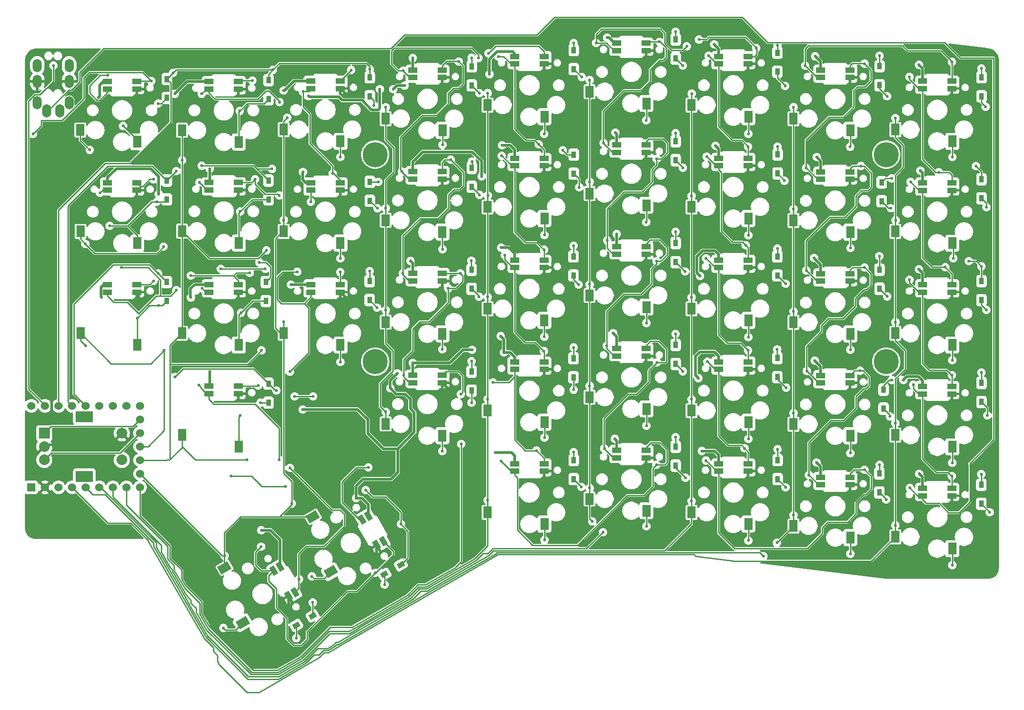
<source format=gbl>
G04 #@! TF.GenerationSoftware,KiCad,Pcbnew,8.0.6-8.0.6-0~ubuntu24.04.1*
G04 #@! TF.CreationDate,2024-10-27T13:02:51+01:00*
G04 #@! TF.ProjectId,NomadKeyboard,4e6f6d61-644b-4657-9962-6f6172642e6b,rev?*
G04 #@! TF.SameCoordinates,Original*
G04 #@! TF.FileFunction,Copper,L2,Bot*
G04 #@! TF.FilePolarity,Positive*
%FSLAX46Y46*%
G04 Gerber Fmt 4.6, Leading zero omitted, Abs format (unit mm)*
G04 Created by KiCad (PCBNEW 8.0.6-8.0.6-0~ubuntu24.04.1) date 2024-10-27 13:02:51*
%MOMM*%
%LPD*%
G01*
G04 APERTURE LIST*
G04 Aperture macros list*
%AMRotRect*
0 Rectangle, with rotation*
0 The origin of the aperture is its center*
0 $1 length*
0 $2 width*
0 $3 Rotation angle, in degrees counterclockwise*
0 Add horizontal line*
21,1,$1,$2,0,0,$3*%
G04 Aperture macros list end*
G04 #@! TA.AperFunction,ComponentPad*
%ADD10R,2.000000X2.000000*%
G04 #@! TD*
G04 #@! TA.AperFunction,ComponentPad*
%ADD11C,2.000000*%
G04 #@! TD*
G04 #@! TA.AperFunction,ComponentPad*
%ADD12R,3.200000X2.000000*%
G04 #@! TD*
G04 #@! TA.AperFunction,ComponentPad*
%ADD13O,1.700000X2.500000*%
G04 #@! TD*
G04 #@! TA.AperFunction,SMDPad,CuDef*
%ADD14R,0.950000X1.300000*%
G04 #@! TD*
G04 #@! TA.AperFunction,SMDPad,CuDef*
%ADD15RotRect,1.300000X0.950000X210.000000*%
G04 #@! TD*
G04 #@! TA.AperFunction,SMDPad,CuDef*
%ADD16R,1.700000X1.000000*%
G04 #@! TD*
G04 #@! TA.AperFunction,SMDPad,CuDef*
%ADD17R,1.600000X2.200000*%
G04 #@! TD*
G04 #@! TA.AperFunction,SMDPad,CuDef*
%ADD18RotRect,1.700000X1.000000X120.000000*%
G04 #@! TD*
G04 #@! TA.AperFunction,SMDPad,CuDef*
%ADD19RotRect,1.600000X2.200000X120.000000*%
G04 #@! TD*
G04 #@! TA.AperFunction,ComponentPad*
%ADD20C,4.700000*%
G04 #@! TD*
G04 #@! TA.AperFunction,ComponentPad*
%ADD21R,1.524000X1.524000*%
G04 #@! TD*
G04 #@! TA.AperFunction,ComponentPad*
%ADD22C,1.524000*%
G04 #@! TD*
G04 #@! TA.AperFunction,ViaPad*
%ADD23C,0.550000*%
G04 #@! TD*
G04 #@! TA.AperFunction,Conductor*
%ADD24C,0.500000*%
G04 #@! TD*
G04 #@! TA.AperFunction,Conductor*
%ADD25C,0.250000*%
G04 #@! TD*
G04 APERTURE END LIST*
D10*
X48939120Y-112602640D03*
D11*
X48939120Y-117602640D03*
X48939120Y-115102640D03*
D12*
X56439120Y-109502640D03*
X56439120Y-120702640D03*
D11*
X63439120Y-117602640D03*
X63439120Y-112602640D03*
D13*
X47639120Y-50802640D03*
X53589120Y-50802640D03*
X47639120Y-46802640D03*
X53589120Y-46802640D03*
X47639120Y-43802640D03*
X53589120Y-43802640D03*
X49389120Y-52302640D03*
X51839120Y-52302640D03*
D14*
X109759120Y-46007640D03*
X109759120Y-49557640D03*
X128809120Y-43967640D03*
X128809120Y-47517640D03*
X147859100Y-40930100D03*
X147859100Y-44480100D03*
X166919120Y-38927640D03*
X166919120Y-42477640D03*
X185949120Y-41417640D03*
X185949120Y-44967640D03*
X205009120Y-43947640D03*
X205009120Y-47497640D03*
X109738200Y-84130300D03*
X109738200Y-87680300D03*
D15*
X99091315Y-146770140D03*
X96016925Y-148545140D03*
X115581315Y-137230140D03*
X112506925Y-139005140D03*
D14*
X147859100Y-117630100D03*
X147859100Y-121180100D03*
D16*
X98739100Y-46703600D03*
X98739100Y-48103600D03*
X104239100Y-48103600D03*
X104239100Y-46703600D03*
D17*
X104289100Y-58002600D03*
X93689100Y-55802600D03*
D16*
X155900000Y-39601000D03*
X155900000Y-41001000D03*
X161400000Y-41001000D03*
X161400000Y-39601000D03*
D17*
X161450000Y-50900000D03*
X150850000Y-48700000D03*
D16*
X98739100Y-84803600D03*
X98739100Y-86203600D03*
X104239100Y-86203600D03*
X104239100Y-84803600D03*
D17*
X104289100Y-96102600D03*
X93689100Y-93902600D03*
D16*
X117789100Y-63653600D03*
X117789100Y-65053600D03*
X123289100Y-65053600D03*
X123289100Y-63653600D03*
D17*
X123339100Y-74952600D03*
X112739100Y-72752600D03*
D18*
X109524371Y-128066530D03*
X108311936Y-128766530D03*
X111061936Y-133529670D03*
X112274371Y-132829670D03*
D19*
X102514150Y-138522471D03*
X99119406Y-128242602D03*
D16*
X155900000Y-96751000D03*
X155900000Y-98151000D03*
X161400000Y-98151000D03*
X161400000Y-96751000D03*
D17*
X161450000Y-108050000D03*
X150850000Y-105850000D03*
D16*
X194000000Y-101803600D03*
X194000000Y-103203600D03*
X199500000Y-103203600D03*
X199500000Y-101803600D03*
D17*
X199550000Y-113102600D03*
X188950000Y-110902600D03*
D16*
X155899100Y-115803600D03*
X155899100Y-117203600D03*
X161399100Y-117203600D03*
X161399100Y-115803600D03*
D17*
X161449100Y-127102600D03*
X150849100Y-124902600D03*
D16*
X193999100Y-63703600D03*
X193999100Y-65103600D03*
X199499100Y-65103600D03*
X199499100Y-63703600D03*
D17*
X199549100Y-75002600D03*
X188949100Y-72802600D03*
D16*
X213049100Y-84803600D03*
X213049100Y-86203600D03*
X218549100Y-86203600D03*
X218549100Y-84803600D03*
D17*
X218599100Y-96102600D03*
X207999100Y-93902600D03*
D16*
X213049100Y-103853600D03*
X213049100Y-105253600D03*
X218549100Y-105253600D03*
X218549100Y-103853600D03*
D17*
X218599100Y-115152600D03*
X207999100Y-112952600D03*
D20*
X206275000Y-60475000D03*
D14*
X109779120Y-65557640D03*
X109779120Y-69107640D03*
X128809120Y-62957640D03*
X128809120Y-66507640D03*
X147869100Y-60487600D03*
X147869100Y-64037600D03*
X166909100Y-57967600D03*
X166909100Y-61517600D03*
X185969100Y-60460100D03*
X185969100Y-64010100D03*
X205409120Y-65667640D03*
X205409120Y-69217640D03*
D16*
X174949100Y-42103600D03*
X174949100Y-43503600D03*
X180449100Y-43503600D03*
X180449100Y-42103600D03*
D17*
X180499100Y-53402600D03*
X169899100Y-51202600D03*
D16*
X155899100Y-58653600D03*
X155899100Y-60053600D03*
X161399100Y-60053600D03*
X161399100Y-58653600D03*
D17*
X161449100Y-69952600D03*
X150849100Y-67752600D03*
D16*
X136849100Y-61153600D03*
X136849100Y-62553600D03*
X142349100Y-62553600D03*
X142349100Y-61153600D03*
D17*
X142399100Y-72452600D03*
X131799100Y-70252600D03*
D16*
X174949100Y-80202600D03*
X174949100Y-81602600D03*
X180449100Y-81602600D03*
X180449100Y-80202600D03*
D17*
X180499100Y-91501600D03*
X169899100Y-89301600D03*
D16*
X193999100Y-44652600D03*
X193999100Y-46052600D03*
X199499100Y-46052600D03*
X199499100Y-44652600D03*
D17*
X199549100Y-55951600D03*
X188949100Y-53751600D03*
D16*
X98739100Y-65749400D03*
X98739100Y-67149400D03*
X104239100Y-67149400D03*
X104239100Y-65749400D03*
D17*
X104289100Y-77048400D03*
X93689100Y-74848400D03*
D16*
X213049100Y-122902600D03*
X213049100Y-124302600D03*
X218549100Y-124302600D03*
X218549100Y-122902600D03*
D17*
X218599100Y-134201600D03*
X207999100Y-132001600D03*
D16*
X174949100Y-61152600D03*
X174949100Y-62552600D03*
X180449100Y-62552600D03*
X180449100Y-61152600D03*
D17*
X180499100Y-72451600D03*
X169899100Y-70251600D03*
D16*
X174950000Y-99251000D03*
X174950000Y-100651000D03*
X180450000Y-100651000D03*
X180450000Y-99251000D03*
D17*
X180500000Y-110550000D03*
X169900000Y-108350000D03*
D16*
X193999100Y-120853600D03*
X193999100Y-122253600D03*
X199499100Y-122253600D03*
X199499100Y-120853600D03*
D17*
X199549100Y-132152600D03*
X188949100Y-129952600D03*
D16*
X155899100Y-77703600D03*
X155899100Y-79103600D03*
X161399100Y-79103600D03*
X161399100Y-77703600D03*
D17*
X161449100Y-89002600D03*
X150849100Y-86802600D03*
D16*
X136850000Y-42101000D03*
X136850000Y-43501000D03*
X142350000Y-43501000D03*
X142350000Y-42101000D03*
D17*
X142400000Y-53400000D03*
X131800000Y-51200000D03*
D14*
X166909100Y-115117600D03*
X166909100Y-118667600D03*
D16*
X117789100Y-82703600D03*
X117789100Y-84103600D03*
X123289100Y-84103600D03*
X123289100Y-82703600D03*
D17*
X123339100Y-94002600D03*
X112739100Y-91802600D03*
D20*
X206275000Y-99225000D03*
D14*
X147849100Y-79530100D03*
X147849100Y-83080100D03*
X166919100Y-77037600D03*
X166919100Y-80587600D03*
X185929100Y-79537600D03*
X185929100Y-83087600D03*
X205009100Y-82017600D03*
X205009100Y-85567600D03*
X185959100Y-117630100D03*
X185959100Y-121180100D03*
X204999100Y-120127600D03*
X204999100Y-123677600D03*
X205769120Y-104447640D03*
X205769120Y-107997640D03*
X128789100Y-101087600D03*
X128789100Y-104637600D03*
X147849100Y-98580100D03*
X147849100Y-102130100D03*
X166909100Y-96080100D03*
X166909100Y-99630100D03*
X185949120Y-98562640D03*
X185949120Y-102112640D03*
X128799100Y-82027600D03*
X128799100Y-85577600D03*
X224049100Y-122246600D03*
X224049100Y-125796600D03*
D16*
X117789100Y-101752600D03*
X117789100Y-103152600D03*
X123289100Y-103152600D03*
X123289100Y-101752600D03*
D17*
X123339100Y-113051600D03*
X112739100Y-110851600D03*
D20*
X110775000Y-60475000D03*
X110775000Y-99225000D03*
D16*
X79739120Y-84803640D03*
X79739120Y-86203640D03*
X85239120Y-86203640D03*
X85239120Y-84803640D03*
D17*
X85289120Y-96102640D03*
X74689120Y-93902640D03*
D16*
X213049100Y-65752600D03*
X213049100Y-67152600D03*
X218549100Y-67152600D03*
X218549100Y-65752600D03*
D17*
X218599100Y-77051600D03*
X207999100Y-74851600D03*
D16*
X79739120Y-65703640D03*
X79739120Y-67103640D03*
X85239120Y-67103640D03*
X85239120Y-65703640D03*
D17*
X85289120Y-77002640D03*
X74689120Y-74802640D03*
D16*
X193999100Y-82753600D03*
X193999100Y-84153600D03*
X199499100Y-84153600D03*
X199499100Y-82753600D03*
D17*
X199549100Y-94052600D03*
X188949100Y-91852600D03*
D14*
X224059100Y-84156600D03*
X224059100Y-87706600D03*
X71839120Y-84327640D03*
X71839120Y-87877640D03*
D16*
X136839100Y-80203600D03*
X136839100Y-81603600D03*
X142339100Y-81603600D03*
X142339100Y-80203600D03*
D17*
X142389100Y-91502600D03*
X131789100Y-89302600D03*
D14*
X90339120Y-84327640D03*
X90339120Y-87877640D03*
D16*
X60739120Y-46792100D03*
X60739120Y-48192100D03*
X66239120Y-48192100D03*
X66239120Y-46792100D03*
D17*
X66289120Y-58091100D03*
X55689120Y-55891100D03*
D14*
X71839120Y-65327640D03*
X71839120Y-68877640D03*
D16*
X213049100Y-46703600D03*
X213049100Y-48103600D03*
X218549100Y-48103600D03*
X218549100Y-46703600D03*
D17*
X218599100Y-58002600D03*
X207999100Y-55802600D03*
D14*
X224059100Y-103196600D03*
X224059100Y-106746600D03*
D16*
X79739120Y-103803640D03*
X79739120Y-105203640D03*
X85239120Y-105203640D03*
X85239120Y-103803640D03*
D17*
X85289120Y-115102640D03*
X74689120Y-112902640D03*
D16*
X136849100Y-99253600D03*
X136849100Y-100653600D03*
X142349100Y-100653600D03*
X142349100Y-99253600D03*
D17*
X142399100Y-110552600D03*
X131799100Y-108352600D03*
D16*
X60749120Y-84803640D03*
X60749120Y-86203640D03*
X66249120Y-86203640D03*
X66249120Y-84803640D03*
D17*
X66299120Y-96102640D03*
X55699120Y-93902640D03*
D14*
X71839120Y-46327640D03*
X71839120Y-49877640D03*
X90839120Y-103327640D03*
X90839120Y-106877640D03*
X90839120Y-65327640D03*
X90839120Y-68877640D03*
X224069120Y-46017640D03*
X224069120Y-49567640D03*
X90839120Y-46552640D03*
X90839120Y-50102640D03*
D21*
X46519120Y-122722640D03*
D22*
X49059120Y-122722640D03*
X51599120Y-122722640D03*
X54139120Y-122722640D03*
X56679120Y-122722640D03*
X59219120Y-122722640D03*
X61759120Y-122722640D03*
X64299120Y-122722640D03*
X66839120Y-122722640D03*
X66839120Y-120182640D03*
X66839120Y-117642640D03*
X66839120Y-115102640D03*
X66839120Y-112562640D03*
X66839120Y-110022640D03*
X66839120Y-107482640D03*
X64299120Y-107482640D03*
X61759120Y-107482640D03*
X59219120Y-107482640D03*
X56679120Y-107482640D03*
X54139120Y-107482640D03*
X51599120Y-107482640D03*
X49059120Y-107482640D03*
X46519120Y-107482640D03*
D16*
X60749120Y-65749440D03*
X60749120Y-67149440D03*
X66249120Y-67149440D03*
X66249120Y-65749440D03*
D17*
X66299120Y-77048440D03*
X55699120Y-74848440D03*
D16*
X79739120Y-46803640D03*
X79739120Y-48203640D03*
X85239120Y-48203640D03*
X85239120Y-46803640D03*
D17*
X85289120Y-58102640D03*
X74689120Y-55902640D03*
D18*
X93024371Y-137593430D03*
X91811936Y-138293430D03*
X94561936Y-143056570D03*
X95774371Y-142356570D03*
D19*
X86014150Y-148049371D03*
X82619406Y-137769502D03*
D14*
X224059100Y-65096600D03*
X224059100Y-68646600D03*
D16*
X136849100Y-118302600D03*
X136849100Y-119702600D03*
X142349100Y-119702600D03*
X142349100Y-118302600D03*
D17*
X142399100Y-129601600D03*
X131799100Y-127401600D03*
D16*
X174949100Y-118303600D03*
X174949100Y-119703600D03*
X180449100Y-119703600D03*
X180449100Y-118303600D03*
D17*
X180499100Y-129602600D03*
X169899100Y-127402600D03*
D16*
X117799100Y-44653600D03*
X117799100Y-46053600D03*
X123299100Y-46053600D03*
X123299100Y-44653600D03*
D17*
X123349100Y-55952600D03*
X112749100Y-53752600D03*
D23*
X51639120Y-114802640D03*
X66539120Y-88702640D03*
X210689120Y-122852640D03*
X50239120Y-81302640D03*
X76239120Y-64002640D03*
X90939120Y-60202640D03*
X54739120Y-81302640D03*
X58439120Y-81002640D03*
X50339120Y-105302640D03*
X50339120Y-109602640D03*
X91939120Y-99402640D03*
X88439120Y-84102640D03*
X79339120Y-90702640D03*
X80039120Y-53602640D03*
X60639120Y-53302640D03*
X79539120Y-70202640D03*
X66639120Y-70002640D03*
X77939120Y-65703640D03*
X148039120Y-35602640D03*
X62639120Y-42502640D03*
X208439120Y-136902640D03*
X70039120Y-45702640D03*
X91659120Y-44622640D03*
X85464120Y-52327640D03*
X74689120Y-61502640D03*
X78339120Y-62573640D03*
X91489120Y-63152640D03*
X85564120Y-71127640D03*
X90439120Y-78402640D03*
X76339120Y-83102640D03*
X73589120Y-85852640D03*
X89139120Y-80652640D03*
X85714120Y-90077640D03*
X89539120Y-97102640D03*
X70339120Y-88702640D03*
X66299120Y-91042640D03*
X69939120Y-69302640D03*
X73601620Y-63565140D03*
X61139120Y-73802640D03*
X63658350Y-55121870D03*
X71239120Y-77702640D03*
X56620120Y-77202640D03*
X56639120Y-96202640D03*
X57439120Y-59602640D03*
X70239120Y-50912100D03*
X73001620Y-45165140D03*
X104289100Y-60942640D03*
X110529120Y-51282640D03*
X130249120Y-48972640D03*
X123349100Y-58652640D03*
X142329120Y-56572640D03*
X149369120Y-45972640D03*
X161439120Y-54032640D03*
X168259120Y-43812640D03*
X187359120Y-47642640D03*
X180499120Y-56572640D03*
X206419120Y-49542640D03*
X199539120Y-59012640D03*
X224859120Y-51512640D03*
X218649120Y-60942640D03*
X104289100Y-79882640D03*
X111179120Y-70532640D03*
X123349120Y-78162640D03*
X130269120Y-68002640D03*
X142409120Y-75527610D03*
X148909120Y-66562640D03*
X161439120Y-73112640D03*
X168279120Y-62922640D03*
X187259120Y-65372640D03*
X180499100Y-75582640D03*
X199589120Y-77952640D03*
X207129120Y-70512640D03*
X225009120Y-70312640D03*
X218799120Y-79862640D03*
X111139120Y-89122640D03*
X104289120Y-99282640D03*
X130179120Y-87052640D03*
X123339100Y-96922640D03*
X142389100Y-94562640D03*
X148779120Y-84802640D03*
X161449100Y-91962620D03*
X168669120Y-82342640D03*
X180499100Y-94642640D03*
X187459120Y-84642640D03*
X199549100Y-96962640D03*
X206449120Y-87032640D03*
X218599100Y-98952640D03*
X224969120Y-89522640D03*
X82404120Y-149027640D03*
X96024120Y-150947640D03*
X128779120Y-106872640D03*
X123339100Y-115922640D03*
X147859120Y-104472640D03*
X142399100Y-113412640D03*
X168249120Y-101022640D03*
X161450000Y-111212640D03*
X187569120Y-104082640D03*
X180500000Y-113672640D03*
X199559120Y-116342640D03*
X206949120Y-109472640D03*
X59044620Y-49808140D03*
X93649120Y-48482640D03*
X192979120Y-42082640D03*
X59614370Y-87172890D03*
X212429120Y-120182640D03*
X130669120Y-64532640D03*
X79839120Y-101102640D03*
X95039120Y-84803600D03*
X113609120Y-104162640D03*
X89494120Y-130747640D03*
X171809120Y-115932640D03*
X97219120Y-108152640D03*
X79839120Y-63102640D03*
X212659120Y-63482640D03*
X133209120Y-116212640D03*
X97279120Y-63742640D03*
X134229120Y-94422640D03*
X114139120Y-48242640D03*
X155559120Y-113642640D03*
X107214120Y-124737640D03*
X128869120Y-97002640D03*
X114959120Y-101402640D03*
X193269120Y-118072640D03*
X134489120Y-58712640D03*
X209459120Y-102632640D03*
X155669120Y-56342640D03*
X192779120Y-79802640D03*
X134839120Y-97492640D03*
X192939120Y-99012640D03*
X212409120Y-43682640D03*
X174129120Y-39832640D03*
X155249120Y-93882640D03*
X212379120Y-81912640D03*
X154099120Y-38582640D03*
X117359120Y-80362640D03*
X174379120Y-58812640D03*
X132139120Y-45452640D03*
X73339120Y-49102640D03*
X98349120Y-49532640D03*
X171179120Y-102292640D03*
X111649120Y-48242640D03*
X76339120Y-87203640D03*
X70339120Y-67850640D03*
X117799100Y-42422620D03*
X117789120Y-99452640D03*
X171479120Y-83182640D03*
X193289120Y-60922640D03*
X134319120Y-77902640D03*
X116279120Y-47573580D03*
X155899120Y-75322640D03*
X166939120Y-121612640D03*
X94239120Y-78732640D03*
X185909120Y-85732640D03*
X199499120Y-41852640D03*
X151939120Y-41842640D03*
X220119120Y-64042640D03*
X185949120Y-75042640D03*
X210469120Y-117072640D03*
X199499120Y-61482640D03*
X161419120Y-64452640D03*
X220549120Y-102272640D03*
X133189120Y-79192640D03*
X142350000Y-40362640D03*
X123349120Y-68512640D03*
X203049120Y-105202640D03*
X111061936Y-136147640D03*
X122519120Y-42752640D03*
X104789120Y-70152640D03*
X219599120Y-82132640D03*
X199499120Y-80492640D03*
X177879120Y-115992640D03*
X199619120Y-68792640D03*
X218939120Y-89042640D03*
X152149120Y-53542640D03*
X185969120Y-105032640D03*
X204879120Y-50982640D03*
X146189120Y-61422640D03*
X218899120Y-108182640D03*
X123289120Y-87452640D03*
X123299120Y-48582640D03*
X219679120Y-121142640D03*
X142819120Y-103512640D03*
X161399120Y-43492640D03*
X205009120Y-88402640D03*
X161389120Y-94212640D03*
X133629120Y-98882640D03*
X224049120Y-60482640D03*
X199529120Y-105952640D03*
X116879120Y-58662640D03*
X199489120Y-118532640D03*
X161529120Y-120692640D03*
X181849120Y-77992640D03*
X161399120Y-75312640D03*
X155559120Y-101112640D03*
X180849120Y-84702640D03*
X85339120Y-45102640D03*
X107839120Y-46692640D03*
X92339120Y-109102640D03*
X163889120Y-38422640D03*
X122519120Y-61222640D03*
X143529120Y-116022640D03*
X123299120Y-80522640D03*
X142629120Y-84582640D03*
X128719120Y-88322640D03*
X106909120Y-84032640D03*
X166789120Y-83462640D03*
X199499120Y-86802640D03*
X161389120Y-84072640D03*
X180909120Y-65852640D03*
X199499120Y-125102640D03*
X142779120Y-65202640D03*
X103244120Y-121187640D03*
X134509120Y-74632640D03*
X125829120Y-104482640D03*
X166639120Y-64632640D03*
X139319120Y-78002640D03*
X117409120Y-49622640D03*
X142769120Y-46442640D03*
X219049120Y-51102640D03*
X103214120Y-124397640D03*
X160879120Y-113952640D03*
X205129120Y-113462640D03*
X142689120Y-122622640D03*
X143729120Y-97542640D03*
X106349120Y-65342640D03*
X161389120Y-56542640D03*
X219109120Y-126932640D03*
X216769120Y-43622640D03*
X142814120Y-59047640D03*
X182229120Y-59632640D03*
X219019120Y-70142640D03*
X182279120Y-97822640D03*
X166819120Y-45432640D03*
X168789120Y-37972640D03*
X185619120Y-48012640D03*
X179359120Y-39862640D03*
X94564120Y-145827640D03*
X180719120Y-122722640D03*
X128629120Y-69272640D03*
X224049120Y-79322640D03*
X147929120Y-113062640D03*
X199489120Y-99832640D03*
X225169120Y-109272640D03*
X218599100Y-118122640D03*
X98944120Y-139387640D03*
X112514120Y-140917640D03*
X142399120Y-132582640D03*
X149299120Y-122662640D03*
X97269120Y-48692640D03*
X102839120Y-64012620D03*
X115999120Y-44762640D03*
X131979120Y-41502640D03*
X130089120Y-42412640D03*
X128789120Y-42352640D03*
X166919120Y-37472640D03*
X109769120Y-44482640D03*
X224069120Y-44362640D03*
X185959120Y-40042640D03*
X147869120Y-39602640D03*
X205029120Y-41952640D03*
X70226620Y-82715140D03*
X109739120Y-82292640D03*
X204979120Y-79472640D03*
X185929120Y-78072640D03*
X147849100Y-77512640D03*
X221709120Y-80412640D03*
X166919120Y-74932640D03*
X128759120Y-80312640D03*
X224059120Y-81392640D03*
X133799120Y-42122640D03*
X141329120Y-58552640D03*
X171269120Y-38952640D03*
X181969120Y-40512640D03*
X168999120Y-40222640D03*
X152047480Y-39601000D03*
X180439120Y-58972640D03*
X173063630Y-41968130D03*
X218569120Y-43122640D03*
X191119120Y-43832640D03*
X168739120Y-120922640D03*
X161449100Y-130022620D03*
X210629120Y-45922640D03*
X216079120Y-63782640D03*
X81929120Y-81863640D03*
X90239120Y-81863640D03*
X104239120Y-82462640D03*
X78440120Y-85501640D03*
X115969120Y-82652640D03*
X124889120Y-61402640D03*
X134429120Y-60712640D03*
X142329120Y-78252640D03*
X163379120Y-61252640D03*
X154119120Y-76542640D03*
X201549120Y-62582640D03*
X191349120Y-82152640D03*
X187439120Y-122722640D03*
X180499100Y-132682640D03*
X94839120Y-101102640D03*
X88887120Y-103650640D03*
X96229120Y-82392640D03*
X142299120Y-97222640D03*
X135009120Y-79322640D03*
X172619120Y-79872640D03*
X180449120Y-97112640D03*
X199549120Y-135177640D03*
X206249120Y-125012640D03*
X218549120Y-101732640D03*
X210619120Y-83902640D03*
X218599100Y-137282640D03*
X225609120Y-127402640D03*
X163309120Y-118522640D03*
X134299120Y-117852640D03*
X172589120Y-117702640D03*
X202189120Y-119432640D03*
X89464120Y-133817640D03*
X110774120Y-138727640D03*
X109514120Y-118987640D03*
X126769120Y-105302640D03*
X163449120Y-99342640D03*
X153579120Y-115472640D03*
X191839120Y-120412640D03*
X201389120Y-100922640D03*
X131819120Y-68112640D03*
X131799120Y-48962640D03*
X131809120Y-125142640D03*
X131809120Y-87122640D03*
X131809120Y-106222640D03*
X185959120Y-58992640D03*
X111329120Y-65582640D03*
X166909120Y-56472640D03*
X223019120Y-62607640D03*
X145819120Y-59652640D03*
X207259120Y-64932640D03*
X128849120Y-61772640D03*
X185909120Y-96902640D03*
X207319120Y-102642640D03*
X99169120Y-105702640D03*
X147849100Y-96542620D03*
X224059120Y-101242640D03*
X92310120Y-104631640D03*
X99114120Y-144267640D03*
X128779120Y-99142640D03*
X95739120Y-105702640D03*
X73339120Y-102102640D03*
X166909120Y-94012640D03*
X112749120Y-89572640D03*
X112749120Y-108632640D03*
X126839120Y-114602640D03*
X112749120Y-70512640D03*
X112749100Y-51622640D03*
X115584120Y-129607640D03*
X94034120Y-122607640D03*
X83839120Y-120637640D03*
X166889120Y-113332640D03*
X205039120Y-118532640D03*
X224029120Y-120242640D03*
X147869120Y-116132640D03*
X185959120Y-115582640D03*
X108994120Y-123227640D03*
X169899120Y-68202640D03*
X169899120Y-106252640D03*
X169919120Y-49042640D03*
X169899120Y-125302640D03*
X169899120Y-87192640D03*
X150859120Y-103732640D03*
X150849120Y-65592640D03*
X150849120Y-46502640D03*
X153339120Y-131102640D03*
X150859120Y-84762640D03*
X150859120Y-122842640D03*
X151339120Y-129102640D03*
X207989120Y-53632640D03*
X207989120Y-110752640D03*
X207989120Y-129822640D03*
X208019120Y-72742640D03*
X207999120Y-91792640D03*
X95184120Y-125757640D03*
X94339120Y-53572640D03*
X82624120Y-135537640D03*
X93699120Y-72692640D03*
X93689120Y-91722640D03*
X188949120Y-127942640D03*
X188949120Y-108822640D03*
X188949120Y-70682640D03*
X183339120Y-135602640D03*
X185839120Y-133102640D03*
X188959120Y-51582640D03*
X188949120Y-89822640D03*
X50639120Y-43802640D03*
X88339120Y-65102640D03*
X92839120Y-68102640D03*
X98749120Y-69302640D03*
X60839120Y-45646850D03*
X87839120Y-46602640D03*
X59339120Y-67602640D03*
X69339120Y-84102640D03*
X46839120Y-56602640D03*
X68940120Y-46703640D03*
X86839120Y-117602640D03*
X71339120Y-97102640D03*
X85514120Y-109277640D03*
X89339120Y-106877640D03*
X78339120Y-49102640D03*
X106299120Y-44643580D03*
X92905610Y-50642640D03*
X92839120Y-117602640D03*
X94839120Y-119102640D03*
X96534120Y-139937640D03*
X77839120Y-103602640D03*
X69339120Y-65102640D03*
X87339120Y-82602640D03*
X63339120Y-81602640D03*
X115790080Y-63653600D03*
X126379120Y-43072640D03*
X153439120Y-58322640D03*
X163899120Y-39362640D03*
X202229120Y-43462640D03*
X191299120Y-62952640D03*
X179989120Y-77422640D03*
X172719120Y-60862640D03*
X210809120Y-65562640D03*
X217319120Y-81542640D03*
X116089120Y-101722640D03*
X126679120Y-82692640D03*
X124419120Y-85502640D03*
X163359120Y-80422640D03*
X154029120Y-96232640D03*
X202209120Y-81572640D03*
X191429120Y-100952640D03*
X132789120Y-103082640D03*
X140919120Y-115842640D03*
X179809120Y-115412640D03*
X172869120Y-99222640D03*
X218519120Y-120612640D03*
X211329120Y-103552640D03*
D24*
X51639120Y-114802640D02*
X49239120Y-114802640D01*
X49239120Y-114802640D02*
X48939120Y-115102640D01*
D25*
X48939120Y-112602640D02*
X50264120Y-111277640D01*
X50264120Y-111277640D02*
X65584120Y-111277640D01*
X65584120Y-111277640D02*
X66839120Y-110022640D01*
X48939120Y-117602640D02*
X50264120Y-116277640D01*
X50264120Y-116277640D02*
X63124120Y-116277640D01*
X63124120Y-116277640D02*
X66839120Y-112562640D01*
D24*
X66539120Y-88702640D02*
X66539120Y-86493640D01*
X66539120Y-86493640D02*
X66249120Y-86203640D01*
D25*
X60749120Y-86203640D02*
X60749120Y-86953640D01*
X60749120Y-86953640D02*
X61898120Y-88102640D01*
X61898120Y-88102640D02*
X64439120Y-88102640D01*
X69860120Y-86881640D02*
X70656120Y-86881640D01*
X64439120Y-88102640D02*
X66539120Y-90202640D01*
X66539120Y-90202640D02*
X69860120Y-86881640D01*
X210689120Y-122852640D02*
X210639120Y-122802640D01*
X212139080Y-124302600D02*
X210689120Y-122852640D01*
X213049100Y-124302600D02*
X212139080Y-124302600D01*
X221839120Y-118302640D02*
X221898100Y-118361620D01*
X221898100Y-125443660D02*
X219880120Y-127461640D01*
X221898100Y-118361620D02*
X221898100Y-125443660D01*
X219880120Y-127461640D02*
X217899290Y-127461640D01*
X216140290Y-125702640D02*
X213699140Y-125702640D01*
X217899290Y-127461640D02*
X216140290Y-125702640D01*
X213699140Y-125702640D02*
X213049100Y-125052600D01*
X213049100Y-125052600D02*
X213049100Y-124302600D01*
X54075821Y-48377640D02*
X55539120Y-46914341D01*
X60039120Y-40602640D02*
X113769120Y-40602640D01*
X55539120Y-45102640D02*
X60039120Y-40602640D01*
X226339120Y-113802640D02*
X221839120Y-118302640D01*
X53498635Y-48377640D02*
X54075821Y-48377640D01*
X217201443Y-39497278D02*
X220106805Y-42402640D01*
X184083414Y-39497278D02*
X217201443Y-39497278D01*
X220106805Y-42402640D02*
X226339120Y-42402640D01*
X55539120Y-46914341D02*
X55539120Y-45102640D01*
X141039120Y-38102640D02*
X144339120Y-34802640D01*
X179388776Y-34802640D02*
X184083414Y-39497278D01*
X49389120Y-52302640D02*
X49573635Y-52302640D01*
X226339120Y-42402640D02*
X226339120Y-113802640D01*
X144339120Y-34802640D02*
X179388776Y-34802640D01*
X113769120Y-40602640D02*
X116269120Y-38102640D01*
X49573635Y-52302640D02*
X53498635Y-48377640D01*
X116269120Y-38102640D02*
X141039120Y-38102640D01*
D24*
X50339120Y-105302640D02*
X50339120Y-109602640D01*
D25*
X77939120Y-65703640D02*
X79339120Y-67103640D01*
X79339120Y-67103640D02*
X79739120Y-67103640D01*
X91659120Y-44622640D02*
X90839120Y-45442640D01*
X91679120Y-44602640D02*
X91659120Y-44622640D01*
X90839120Y-45442640D02*
X90839120Y-46552640D01*
X85464120Y-52327640D02*
X86868120Y-50923640D01*
X86868120Y-50923640D02*
X90018120Y-50923640D01*
X90018120Y-50923640D02*
X90839120Y-50102640D01*
X85464120Y-52327640D02*
X85289120Y-52502640D01*
X85289120Y-52502640D02*
X85289120Y-58102640D01*
X74689120Y-61502640D02*
X74689120Y-55902640D01*
X74689120Y-74802640D02*
X74689120Y-61502640D01*
X78339120Y-62573640D02*
X88085120Y-62573640D01*
X88085120Y-62573640D02*
X88676620Y-63165140D01*
X88676620Y-63165140D02*
X90839120Y-65327640D01*
X91489120Y-63152640D02*
X91476620Y-63165140D01*
X91476620Y-63165140D02*
X88676620Y-63165140D01*
X85564120Y-71127640D02*
X87814120Y-68877640D01*
X87814120Y-68877640D02*
X90839120Y-68877640D01*
X85564120Y-71127640D02*
X85289120Y-71402640D01*
X85289120Y-71402640D02*
X85289120Y-77002640D01*
X88939120Y-79902640D02*
X90439120Y-78402640D01*
X87439120Y-79902640D02*
X88939120Y-79902640D01*
X74689120Y-74802640D02*
X79789120Y-79902640D01*
X79789120Y-79902640D02*
X87439120Y-79902640D01*
X74689120Y-93902640D02*
X74689120Y-74802640D01*
X89139120Y-80652640D02*
X90389120Y-80652640D01*
X90389120Y-80652640D02*
X91239120Y-81502640D01*
X91239120Y-81502640D02*
X91239120Y-83427640D01*
X91239120Y-83427640D02*
X90339120Y-84327640D01*
X81929120Y-81863640D02*
X90239120Y-81863640D01*
X85714120Y-90077640D02*
X87914120Y-87877640D01*
X87914120Y-87877640D02*
X90339120Y-87877640D01*
X85714120Y-90077640D02*
X85289120Y-90502640D01*
X85289120Y-90502640D02*
X85289120Y-96102640D01*
X89539120Y-97102640D02*
X86939120Y-99702640D01*
X86939120Y-99702640D02*
X72439120Y-99702640D01*
X72439120Y-117502640D02*
X72439120Y-99702640D01*
X72439120Y-99702640D02*
X72439120Y-96152640D01*
X72439120Y-117502640D02*
X72339120Y-117602640D01*
X74689120Y-115252640D02*
X72439120Y-117502640D01*
X72439120Y-96152640D02*
X74689120Y-93902640D01*
X70339120Y-88702640D02*
X68639120Y-88702640D01*
X71839120Y-87877640D02*
X71014120Y-88702640D01*
X71014120Y-88702640D02*
X70339120Y-88702640D01*
X68639120Y-88702640D02*
X66299120Y-91042640D01*
X66299120Y-91042640D02*
X66299120Y-96102640D01*
X69939120Y-69302640D02*
X69036141Y-69302640D01*
X71839120Y-68877640D02*
X71414120Y-69302640D01*
X71414120Y-69302640D02*
X69939120Y-69302640D01*
X69036141Y-69302640D02*
X64536141Y-73802640D01*
X64536141Y-73802640D02*
X66299120Y-75565619D01*
X66299120Y-75565619D02*
X66299120Y-77048440D01*
X64536141Y-73802640D02*
X61139120Y-73802640D01*
X63658350Y-55121870D02*
X66289120Y-57752640D01*
X66289120Y-57752640D02*
X66289120Y-58091100D01*
X58344920Y-78927440D02*
X70014320Y-78927440D01*
X70014320Y-78927440D02*
X71239120Y-77702640D01*
X56620120Y-77202640D02*
X58344920Y-78927440D01*
X56620120Y-77202640D02*
X55699120Y-76281640D01*
X55699120Y-76281640D02*
X55699120Y-74848440D01*
X56639120Y-96202640D02*
X55699120Y-95262640D01*
X55699120Y-95262640D02*
X55699120Y-93902640D01*
X57439120Y-59602640D02*
X55689120Y-57852640D01*
X55689120Y-57852640D02*
X55689120Y-55891100D01*
X70239120Y-50912100D02*
X70804660Y-50912100D01*
X70804660Y-50912100D02*
X71839120Y-49877640D01*
X73001620Y-45165140D02*
X73593120Y-44573640D01*
X95184100Y-124307296D02*
X95184100Y-125757620D01*
X95184100Y-125757620D02*
X95184120Y-125757640D01*
X110529120Y-50327640D02*
X109759120Y-49557640D01*
X104289100Y-60942640D02*
X104289100Y-58002600D01*
X110529120Y-51282640D02*
X110529120Y-50327640D01*
X130249120Y-48972640D02*
X130249120Y-48957640D01*
X130249120Y-48957640D02*
X128809120Y-47517640D01*
X123349100Y-58652640D02*
X123349100Y-55952600D01*
X142400000Y-56501760D02*
X142329120Y-56572640D01*
X149351640Y-45972640D02*
X147859100Y-44480100D01*
X149369120Y-45972640D02*
X149351640Y-45972640D01*
X142400000Y-53400000D02*
X142400000Y-56501760D01*
X161450000Y-50900000D02*
X161450000Y-54021760D01*
X168254120Y-43812640D02*
X166919120Y-42477640D01*
X161450000Y-54021760D02*
X161439120Y-54032640D01*
X168259120Y-43812640D02*
X168254120Y-43812640D01*
X185949120Y-46142640D02*
X185949120Y-44967640D01*
X187359120Y-47552640D02*
X185949120Y-46142640D01*
X180499100Y-56572620D02*
X180499100Y-53402600D01*
X180499120Y-56572640D02*
X180499100Y-56572620D01*
X187359120Y-47642640D02*
X187359120Y-47552640D01*
X206419120Y-49542640D02*
X205009120Y-48132640D01*
X205009120Y-48132640D02*
X205009120Y-47497640D01*
X199549100Y-59002660D02*
X199549100Y-55951600D01*
X199539120Y-59012640D02*
X199549100Y-59002660D01*
X224079120Y-49577640D02*
X224069120Y-49567640D01*
X224079120Y-50732640D02*
X224079120Y-49577640D01*
X218649120Y-60942640D02*
X218599100Y-60892620D01*
X218599100Y-60892620D02*
X218599100Y-58002600D01*
X224859120Y-51512640D02*
X224079120Y-50732640D01*
X111179120Y-70532640D02*
X111179120Y-70507640D01*
X104289100Y-79882640D02*
X104289100Y-77048400D01*
X111179120Y-70507640D02*
X109779120Y-69107640D01*
X123349120Y-78162640D02*
X123339100Y-78152620D01*
X130269120Y-67967640D02*
X128809120Y-66507640D01*
X123339100Y-78152620D02*
X123339100Y-74952600D01*
X130269120Y-68002640D02*
X130269120Y-67967640D01*
X142409120Y-75527610D02*
X142399100Y-75517590D01*
X148909120Y-66562640D02*
X148909120Y-65022640D01*
X148909120Y-65022640D02*
X147924080Y-64037600D01*
X142399100Y-75517590D02*
X142399100Y-72452600D01*
X147924080Y-64037600D02*
X147869100Y-64037600D01*
X161439120Y-73112640D02*
X161449100Y-73102660D01*
X161449100Y-73102660D02*
X161449100Y-69952600D01*
X168279120Y-62922640D02*
X168279120Y-62887620D01*
X168279120Y-62887620D02*
X166909100Y-61517600D01*
X180499100Y-75582640D02*
X180499100Y-72451600D01*
X187259120Y-65372640D02*
X187259120Y-65300120D01*
X187259120Y-65300120D02*
X185969100Y-64010100D01*
X199549100Y-75002600D02*
X199549100Y-77912620D01*
X199549100Y-77912620D02*
X199589120Y-77952640D01*
X207129120Y-70512640D02*
X206704120Y-70512640D01*
X206704120Y-70512640D02*
X205409120Y-69217640D01*
X225009120Y-70312640D02*
X225009120Y-69596620D01*
X218799120Y-79862640D02*
X218799120Y-77251620D01*
X218799120Y-77251620D02*
X218599100Y-77051600D01*
X225009120Y-69596620D02*
X224059100Y-68646600D01*
X104289100Y-99282620D02*
X104289100Y-96102600D01*
X104289120Y-99282640D02*
X104289100Y-99282620D01*
X111139120Y-89122640D02*
X111139120Y-89081220D01*
X111139120Y-89081220D02*
X109738200Y-87680300D01*
X123339100Y-96922640D02*
X123339100Y-94002600D01*
X130179120Y-87052640D02*
X130179120Y-86957620D01*
X130179120Y-86957620D02*
X128799100Y-85577600D01*
X148779120Y-84802640D02*
X147849100Y-83872620D01*
X147849100Y-83872620D02*
X147849100Y-83080100D01*
X142389100Y-94562640D02*
X142389100Y-91502600D01*
X168669120Y-82337620D02*
X166919100Y-80587600D01*
X161449100Y-91962620D02*
X161449100Y-89002600D01*
X168669120Y-82342640D02*
X168669120Y-82337620D01*
X187459120Y-84617620D02*
X185929100Y-83087600D01*
X187459120Y-84642640D02*
X187459120Y-84617620D01*
X180499100Y-94642640D02*
X180499100Y-91501600D01*
X199549100Y-96962640D02*
X199549100Y-94052600D01*
X206449120Y-87032640D02*
X206449120Y-87007620D01*
X206449120Y-87007620D02*
X205009100Y-85567600D01*
X224059100Y-88612620D02*
X224059100Y-87706600D01*
X224969120Y-89522640D02*
X224059100Y-88612620D01*
X218599100Y-98952640D02*
X218599100Y-96102600D01*
X96024120Y-150947640D02*
X96024120Y-148552335D01*
X96024120Y-148552335D02*
X96016925Y-148545140D01*
X84695881Y-149367640D02*
X82744120Y-149367640D01*
X82744120Y-149367640D02*
X82404120Y-149027640D01*
X86014150Y-148049371D02*
X84695881Y-149367640D01*
X123339100Y-115922640D02*
X123339100Y-113051600D01*
X128779120Y-104647580D02*
X128789100Y-104637600D01*
X128779120Y-106872640D02*
X128779120Y-104647580D01*
X142399100Y-113412640D02*
X142399100Y-110552600D01*
X147859120Y-102140120D02*
X147849100Y-102130100D01*
X147859120Y-104472640D02*
X147859120Y-102140120D01*
X161450000Y-111212640D02*
X161450000Y-108050000D01*
X168249120Y-100970120D02*
X166909100Y-99630100D01*
X168249120Y-101022640D02*
X168249120Y-100970120D01*
X180500000Y-113672640D02*
X180500000Y-110550000D01*
X187569120Y-104082640D02*
X185949120Y-102462640D01*
X185949120Y-102462640D02*
X185949120Y-102112640D01*
X199559120Y-116342640D02*
X199550000Y-116333520D01*
X199550000Y-116333520D02*
X199550000Y-113102600D01*
X206949120Y-109472640D02*
X206949120Y-109177640D01*
X206949120Y-109177640D02*
X205769120Y-107997640D01*
D24*
X193289120Y-60942640D02*
X193289120Y-60922640D01*
X174950000Y-99251000D02*
X174950000Y-98143520D01*
X93024371Y-132537389D02*
X93024371Y-132517891D01*
X174949100Y-59382620D02*
X174379120Y-58812640D01*
X136249120Y-116212640D02*
X136849100Y-116812620D01*
X117369120Y-80362640D02*
X117359120Y-80362640D01*
X62395920Y-63102640D02*
X60749120Y-64749440D01*
X95039120Y-84803600D02*
X98739100Y-84803600D01*
X155559120Y-113642640D02*
X155539120Y-113622640D01*
X95039120Y-84803600D02*
X95020080Y-84822640D01*
X93809120Y-48482640D02*
X95588160Y-46703600D01*
X130639120Y-61682640D02*
X128929120Y-59972640D01*
X109399120Y-110072640D02*
X109399120Y-112642640D01*
X193269120Y-118082640D02*
X193269120Y-118072640D01*
X174949100Y-79162620D02*
X174239120Y-78452640D01*
X192979120Y-42082640D02*
X193999100Y-43102620D01*
X193289120Y-60922640D02*
X193269120Y-60922640D01*
X136849100Y-98342620D02*
X136849100Y-99253600D01*
X127159120Y-97022640D02*
X128869120Y-97002640D01*
X89494120Y-130747640D02*
X91254120Y-130747640D01*
X111649120Y-48242640D02*
X111649120Y-51812640D01*
X136849100Y-118302600D02*
X136849100Y-116812620D01*
X109399120Y-112642640D02*
X112259120Y-115502640D01*
X155669120Y-56342640D02*
X155899100Y-56572620D01*
X79839120Y-63102640D02*
X79839120Y-65603640D01*
X155900000Y-94533520D02*
X155900000Y-96751000D01*
X114959120Y-101402640D02*
X114959120Y-101382640D01*
X93024120Y-132537640D02*
X93024371Y-132537389D01*
X209459120Y-102622640D02*
X209459120Y-102632640D01*
X136839100Y-80203600D02*
X136839100Y-79002620D01*
X193999100Y-118812620D02*
X193269120Y-118082640D01*
X174949100Y-118303600D02*
X174949100Y-116672620D01*
X193999100Y-82753600D02*
X193999100Y-81082620D01*
X134319120Y-77902640D02*
X134319120Y-77892640D01*
X95588160Y-46703600D02*
X98739100Y-46703600D01*
X134839120Y-97492640D02*
X135999120Y-97492640D01*
X134839120Y-97492640D02*
X134839120Y-95032640D01*
X128929120Y-59972640D02*
X119639120Y-59972640D01*
X117789100Y-101752600D02*
X117789100Y-99452660D01*
X60749120Y-46703640D02*
X60045120Y-46703640D01*
X154099120Y-38582640D02*
X154479120Y-38582640D01*
X133569120Y-41212640D02*
X132139120Y-42642640D01*
X76265120Y-85586770D02*
X77048250Y-84803640D01*
X132139120Y-42642640D02*
X132139120Y-45452640D01*
X108299120Y-50302640D02*
X104629120Y-50302640D01*
X114929120Y-101412640D02*
X114939120Y-101402640D01*
X212429120Y-120182640D02*
X212429120Y-120142640D01*
X192939120Y-99032640D02*
X192939120Y-99012640D01*
X212469120Y-120182640D02*
X212429120Y-120182640D01*
X171489120Y-97382640D02*
X170649120Y-98222640D01*
X111649120Y-51812640D02*
X111339120Y-52122640D01*
X111339120Y-52122640D02*
X110119120Y-52122640D01*
X76265120Y-87129640D02*
X76265120Y-85586770D01*
X117339120Y-108022640D02*
X118059120Y-108742640D01*
X118389120Y-61232640D02*
X118389120Y-61222640D01*
X174239120Y-78452640D02*
X171969120Y-78452640D01*
X192919120Y-99012640D02*
X192929120Y-99022640D01*
X79739120Y-46803640D02*
X75638120Y-46803640D01*
X130639120Y-64502640D02*
X130639120Y-61682640D01*
X68839120Y-63102640D02*
X62395920Y-63102640D01*
X212429120Y-120142640D02*
X212469120Y-120182640D01*
X118389120Y-61222640D02*
X118379120Y-61232640D01*
X97239120Y-65162640D02*
X97239120Y-63782640D01*
X154479120Y-38582640D02*
X155497480Y-39601000D01*
X117359120Y-80352640D02*
X117359120Y-80352640D01*
X170889120Y-82612640D02*
X171419120Y-83142640D01*
X209459120Y-102632640D02*
X209449120Y-102632640D01*
X134489120Y-58712640D02*
X134489120Y-58722640D01*
X171819120Y-115932640D02*
X171819120Y-115932640D01*
X133209120Y-116212640D02*
X136249120Y-116212640D01*
X117789100Y-61822660D02*
X118379120Y-61232640D01*
X107214120Y-122487640D02*
X108494120Y-121207640D01*
X97825880Y-65749400D02*
X97239120Y-65162640D01*
X213049100Y-65752600D02*
X213049100Y-63882620D01*
X97219120Y-108152640D02*
X97229120Y-108162640D01*
X117789100Y-82703600D02*
X117789100Y-80782620D01*
X174129120Y-39832640D02*
X174119120Y-39832640D01*
X135999120Y-97492640D02*
X136849100Y-98342620D01*
X210079120Y-102002640D02*
X209459120Y-102622640D01*
X93649120Y-48482640D02*
X93809120Y-48482640D01*
X192939120Y-99012640D02*
X192919120Y-99012640D01*
X59522120Y-87080640D02*
X59614370Y-87172890D01*
X114939120Y-101402640D02*
X114959120Y-101402640D01*
X113579120Y-104142640D02*
X113599120Y-104162640D01*
X171809120Y-115932640D02*
X171809120Y-115922640D01*
X76339120Y-87203640D02*
X76265120Y-87129640D01*
X107489120Y-108162640D02*
X109399120Y-110072640D01*
X174949100Y-116672620D02*
X174209120Y-115932640D01*
X155899100Y-113982620D02*
X155559120Y-113642640D01*
X136479120Y-41212640D02*
X133569120Y-41212640D01*
X117789120Y-99452640D02*
X124729120Y-99452640D01*
X97239120Y-63782640D02*
X97279120Y-63742640D01*
X79839120Y-101102640D02*
X79839120Y-103703640D01*
X113609120Y-104162640D02*
X113609120Y-104172640D01*
X193999100Y-120853600D02*
X193999100Y-118812620D01*
X112259120Y-115502640D02*
X114999120Y-115502640D01*
X192779120Y-79862640D02*
X192779120Y-79802640D01*
X59283120Y-49569640D02*
X59044620Y-49808140D01*
X93024371Y-137593430D02*
X93024371Y-132537891D01*
X110119120Y-52122640D02*
X108299120Y-50302640D01*
X193999100Y-81082620D02*
X192779120Y-79862640D01*
X155899100Y-75322620D02*
X155899100Y-75302660D01*
X213049100Y-84803600D02*
X213049100Y-82632620D01*
X174189120Y-97382640D02*
X171489120Y-97382640D01*
X174209120Y-115932640D02*
X171819120Y-115932640D01*
X77048250Y-84803640D02*
X79739120Y-84803640D01*
X212659120Y-63492640D02*
X212659120Y-63482640D01*
X174379120Y-58812640D02*
X174369120Y-58802640D01*
X114999120Y-118942640D02*
X114999120Y-115502640D01*
X193269120Y-118072640D02*
X193259120Y-118072640D01*
X171139120Y-102262640D02*
X171139120Y-102272640D01*
X117339120Y-106222640D02*
X117339120Y-108022640D01*
X174949100Y-80202600D02*
X174949100Y-79162620D01*
X193999100Y-61652620D02*
X193289120Y-60942640D01*
X213049100Y-102732620D02*
X212319120Y-102002640D01*
X194000000Y-101803600D02*
X194000000Y-100093520D01*
X113734120Y-121207640D02*
X114999120Y-119942640D01*
X155899100Y-77703600D02*
X155899100Y-75322660D01*
X124729120Y-99452640D02*
X127159120Y-97022640D01*
X212329120Y-81912640D02*
X212359120Y-81942640D01*
X212319120Y-102002640D02*
X210079120Y-102002640D01*
X135729120Y-77892640D02*
X134319120Y-77902640D01*
X155899120Y-75302640D02*
X155899100Y-75302660D01*
X113599120Y-104162640D02*
X113609120Y-104162640D01*
X174119120Y-39832640D02*
X174109120Y-39822640D01*
X113579120Y-102762640D02*
X113579120Y-104142640D01*
X118059120Y-112442640D02*
X114999120Y-115502640D01*
X213049100Y-44362620D02*
X212409120Y-43722640D01*
X155249120Y-93882640D02*
X155900000Y-94533520D01*
X170889120Y-79532640D02*
X170889120Y-82612640D01*
X136839100Y-79002620D02*
X135729120Y-77892640D01*
X192719120Y-79802640D02*
X192739120Y-79822640D01*
X136039120Y-58722640D02*
X134489120Y-58712640D01*
X70339120Y-64602640D02*
X68839120Y-63102640D01*
X93024371Y-132537891D02*
X93024120Y-132537640D01*
X59522120Y-85326640D02*
X59522120Y-87080640D01*
X155899100Y-75322660D02*
X155899120Y-75322640D01*
X104629120Y-50302640D02*
X103999120Y-49672640D01*
X213049100Y-103853600D02*
X213049100Y-102732620D01*
X174949100Y-42103600D02*
X174949100Y-40662620D01*
X212369120Y-43682640D02*
X212389120Y-43702640D01*
X128869120Y-97002640D02*
X128849120Y-97022640D01*
X194000000Y-100093520D02*
X192939120Y-99032640D01*
X155899100Y-56572620D02*
X155899100Y-58653600D01*
X174129120Y-39842640D02*
X174129120Y-39832640D01*
X192779120Y-79802640D02*
X192719120Y-79802640D01*
X170649120Y-101772640D02*
X171139120Y-102262640D01*
X136849100Y-61153600D02*
X136849100Y-59532620D01*
X193999100Y-43102620D02*
X193999100Y-44652600D01*
X130669120Y-64532640D02*
X130639120Y-64502640D01*
X114699120Y-105262640D02*
X116379120Y-105262640D01*
X212379120Y-81962640D02*
X212379120Y-81912640D01*
X171809120Y-115922640D02*
X171809120Y-115922640D01*
X134839120Y-95032640D02*
X134229120Y-94422640D01*
X103999120Y-49672640D02*
X98489120Y-49672640D01*
X60749120Y-84803640D02*
X60045120Y-84803640D01*
X108304120Y-124737640D02*
X109524371Y-125957891D01*
X174949100Y-40662620D02*
X174129120Y-39842640D01*
X212649120Y-63482640D02*
X212659120Y-63492640D01*
X113609120Y-104172640D02*
X114699120Y-105262640D01*
X155899100Y-115803600D02*
X155899100Y-113982620D01*
X174949100Y-61152600D02*
X174949100Y-59382620D01*
X108494120Y-121207640D02*
X113734120Y-121207640D01*
X213049100Y-46703600D02*
X213049100Y-44362620D01*
X117799100Y-42422620D02*
X117799100Y-44653600D01*
X136850000Y-42101000D02*
X136850000Y-41583520D01*
X70339120Y-67850640D02*
X70339120Y-64602640D01*
X136849100Y-59532620D02*
X136039120Y-58722640D01*
X119639120Y-59972640D02*
X118379120Y-61232640D01*
X79839120Y-103703640D02*
X79739120Y-103803640D01*
X193259120Y-118072640D02*
X193259120Y-118072640D01*
X212409120Y-43722640D02*
X212409120Y-43682640D01*
X136850000Y-41583520D02*
X136479120Y-41212640D01*
X174950000Y-98143520D02*
X174189120Y-97382640D01*
X193269120Y-60922640D02*
X193259120Y-60912640D01*
X171819120Y-115932640D02*
X171809120Y-115932640D01*
X59283120Y-47465640D02*
X59283120Y-49569640D01*
X213049100Y-82632620D02*
X212379120Y-81962640D01*
X117789100Y-80782620D02*
X117369120Y-80362640D01*
X60045120Y-46703640D02*
X59283120Y-47465640D01*
X116379120Y-105262640D02*
X117339120Y-106222640D01*
X213049100Y-120762620D02*
X212469120Y-120182640D01*
X91254120Y-130747640D02*
X93024371Y-132517891D01*
X171969120Y-78452640D02*
X170889120Y-79532640D01*
X114999120Y-119942640D02*
X114999120Y-118942640D01*
X213049100Y-63882620D02*
X212659120Y-63492640D01*
X60045120Y-84803640D02*
X59522120Y-85326640D01*
X75638120Y-46803640D02*
X73339120Y-49102640D01*
X212409120Y-43682640D02*
X212369120Y-43682640D01*
X155899120Y-75322640D02*
X155899100Y-75322620D01*
X98739100Y-65749400D02*
X97825880Y-65749400D01*
X118379120Y-61232640D02*
X118389120Y-61232640D01*
X213049100Y-122902600D02*
X213049100Y-120762620D01*
X212659120Y-63482640D02*
X212649120Y-63482640D01*
X116279120Y-47573580D02*
X114808180Y-47573580D01*
X212379120Y-81912640D02*
X212329120Y-81912640D01*
X79839120Y-65603640D02*
X79739120Y-65703640D01*
X107214120Y-124737640D02*
X108304120Y-124737640D01*
X60749120Y-64749440D02*
X60749120Y-65749440D01*
X118059120Y-108742640D02*
X118059120Y-112442640D01*
X107214120Y-124737640D02*
X107214120Y-122487640D01*
X98489120Y-49672640D02*
X98349120Y-49532640D01*
X155497480Y-39601000D02*
X155900000Y-39601000D01*
X117789100Y-63653600D02*
X117789100Y-61822660D01*
X109524371Y-125957891D02*
X109524371Y-128066530D01*
X97229120Y-108162640D02*
X107489120Y-108162640D01*
X209449120Y-102632640D02*
X209449120Y-102632640D01*
X170649120Y-98222640D02*
X170649120Y-101772640D01*
X117359120Y-80362640D02*
X117359120Y-80352640D01*
X114959120Y-101382640D02*
X113579120Y-102762640D01*
X117789100Y-99452660D02*
X117789120Y-99452640D01*
X114808180Y-47573580D02*
X114139120Y-48242640D01*
X193999100Y-63703600D02*
X193999100Y-61652620D01*
X161399120Y-43492640D02*
X161409120Y-43492640D01*
X111061936Y-136605456D02*
X111064120Y-136607640D01*
X123289120Y-87452640D02*
X123299120Y-87452640D01*
X142350000Y-46023520D02*
X142769120Y-46442640D01*
X104239100Y-86203600D02*
X104290080Y-86203600D01*
X142629120Y-84562640D02*
X142629120Y-84582640D01*
X161389120Y-84072640D02*
X161419120Y-84072640D01*
X218549100Y-88692620D02*
X218899120Y-89042640D01*
X180849120Y-84722640D02*
X180829120Y-84702640D01*
X142629120Y-84582640D02*
X142649120Y-84582640D01*
X142819120Y-103552640D02*
X142829120Y-103562640D01*
X218899120Y-89042640D02*
X218939120Y-89042640D01*
X199619120Y-68792640D02*
X199599120Y-68772640D01*
X142819120Y-103512640D02*
X142819120Y-103552640D01*
X104239100Y-67149400D02*
X104239100Y-69612620D01*
X180449100Y-84322620D02*
X180829120Y-84702640D01*
X219109120Y-126952640D02*
X219109120Y-126952640D01*
X142779120Y-65202640D02*
X142789120Y-65202640D01*
X219019120Y-70142640D02*
X219019120Y-70172640D01*
X125829120Y-104482640D02*
X125839120Y-104482640D01*
X161400000Y-99151000D02*
X160848360Y-99702640D01*
X142689120Y-122642640D02*
X142679120Y-122632640D01*
X123289100Y-65053600D02*
X123289100Y-68452620D01*
X142669120Y-122622640D02*
X142689120Y-122622640D01*
X161400000Y-98151000D02*
X161400000Y-99151000D01*
X124599120Y-104482640D02*
X125829120Y-104482640D01*
X218549100Y-107842620D02*
X218889120Y-108182640D01*
X105328140Y-49192640D02*
X104239100Y-48103600D01*
X142349100Y-103082620D02*
X142779120Y-103512640D01*
X161419120Y-64452640D02*
X161419120Y-64472640D01*
X218899120Y-108182640D02*
X218899120Y-108192640D01*
X104779120Y-70152640D02*
X104789120Y-70152640D01*
X161399120Y-43482640D02*
X161399120Y-43492640D01*
X180449100Y-81602600D02*
X180449100Y-84322620D01*
X218939120Y-89042640D02*
X218939120Y-89082640D01*
X142349100Y-119702600D02*
X142349100Y-122302620D01*
X123299120Y-87452640D02*
X123289100Y-87442620D01*
X199499100Y-84153600D02*
X199499100Y-86802620D01*
X218549100Y-48103600D02*
X218549100Y-50642620D01*
X161399100Y-117203600D02*
X161399100Y-120532620D01*
X218549100Y-50642620D02*
X219009120Y-51102640D01*
X160848360Y-99702640D02*
X156959120Y-99702640D01*
X142339100Y-84272620D02*
X142629120Y-84562640D01*
X161399120Y-64452640D02*
X161399120Y-64452640D01*
X199499120Y-125062640D02*
X199499120Y-125102640D01*
X218549100Y-69702620D02*
X218989120Y-70142640D01*
X142779120Y-103512640D02*
X142819120Y-103512640D01*
X199529120Y-105912640D02*
X199529120Y-105952640D01*
X161529120Y-120662640D02*
X161529120Y-120692640D01*
X218549100Y-67152600D02*
X218549100Y-69702620D01*
X123289120Y-87442640D02*
X123289120Y-87452640D01*
X180449100Y-119703600D02*
X180449100Y-122452620D01*
X104290080Y-86203600D02*
X105349120Y-87262640D01*
X107839120Y-48352640D02*
X106999120Y-49192640D01*
X107459120Y-87262640D02*
X108099120Y-86622640D01*
X218989120Y-70142640D02*
X219019120Y-70142640D01*
X161409120Y-43492640D02*
X161409120Y-43492640D01*
X142339100Y-81603600D02*
X142339100Y-84272620D01*
X111061936Y-133529670D02*
X111061936Y-136605456D01*
X161389120Y-84042640D02*
X161389120Y-84072640D01*
X180829120Y-84702640D02*
X180849120Y-84702640D01*
X107839120Y-46692640D02*
X107839120Y-48352640D01*
X108099120Y-85222640D02*
X106909120Y-84032640D01*
X104789120Y-70162640D02*
X104759120Y-70132640D01*
X199499100Y-122253600D02*
X199499100Y-125062660D01*
X142349100Y-62553600D02*
X142349100Y-64762620D01*
X108099120Y-86622640D02*
X108099120Y-85222640D01*
X218549100Y-126392620D02*
X219089120Y-126932640D01*
X161400000Y-41001000D02*
X161400000Y-43483520D01*
X161399100Y-60053600D02*
X161399100Y-64452620D01*
X161399120Y-64452640D02*
X161419120Y-64452640D01*
X161419120Y-84072640D02*
X161399120Y-84052640D01*
X161559120Y-120692640D02*
X161509120Y-120642640D01*
X161399100Y-84052620D02*
X161389120Y-84042640D01*
X155559120Y-101112640D02*
X155549120Y-101112640D01*
X142349100Y-122302620D02*
X142669120Y-122622640D01*
X104789120Y-70152640D02*
X104789120Y-70162640D01*
X180449100Y-122452620D02*
X180719120Y-122722640D01*
X199500000Y-105883520D02*
X199529120Y-105912640D01*
X155559120Y-101102640D02*
X155559120Y-101112640D01*
X161399100Y-120532620D02*
X161529120Y-120662640D01*
X180449100Y-65422620D02*
X180879120Y-65852640D01*
X161400000Y-43483520D02*
X161399120Y-43482640D01*
X94561936Y-143056570D02*
X94561936Y-145825456D01*
X123289100Y-103152600D02*
X123289100Y-103172620D01*
X142350000Y-43501000D02*
X142350000Y-46023520D01*
X218549100Y-86203600D02*
X218549100Y-88692620D01*
X142649120Y-84582640D02*
X142639120Y-84572640D01*
X111064120Y-136149824D02*
X111064120Y-136607640D01*
X94561936Y-145829824D02*
X94561936Y-145845456D01*
X142789120Y-65202640D02*
X142769120Y-65182640D01*
X218899120Y-108192640D02*
X218909120Y-108202640D01*
X94561936Y-145825456D02*
X94564120Y-145827640D01*
X180879120Y-65852640D02*
X180909120Y-65852640D01*
X180909120Y-65882640D02*
X180849120Y-65822640D01*
X199499100Y-86802620D02*
X199499120Y-86802640D01*
X142349100Y-64762620D02*
X142779120Y-65192640D01*
X199500000Y-103203600D02*
X199500000Y-105883520D01*
X161529120Y-120692640D02*
X161559120Y-120692640D01*
X180849120Y-84702640D02*
X180849120Y-84722640D01*
X142779120Y-65192640D02*
X142779120Y-65202640D01*
X104239100Y-69612620D02*
X104779120Y-70152640D01*
X180719120Y-122722640D02*
X180709120Y-122712640D01*
X199499120Y-125102640D02*
X199459120Y-125102640D01*
X161399100Y-79103600D02*
X161399100Y-84052620D01*
X142349100Y-100653600D02*
X142349100Y-103082620D01*
X199499100Y-68672620D02*
X199619120Y-68792640D01*
X123289100Y-103172620D02*
X124249120Y-104132640D01*
X156959120Y-99702640D02*
X155559120Y-101102640D01*
X92709120Y-45622640D02*
X92719120Y-45632640D01*
X219049120Y-51102640D02*
X219049120Y-51142640D01*
X218549100Y-105253600D02*
X218549100Y-107842620D01*
X142689120Y-122622640D02*
X142689120Y-122642640D01*
X124249120Y-104132640D02*
X124599120Y-104482640D01*
X155549120Y-101112640D02*
X155549120Y-101112640D01*
X218549100Y-124302600D02*
X218549100Y-126392620D01*
X123299120Y-48582640D02*
X123299100Y-46053600D01*
X199459120Y-125102640D02*
X199489120Y-125072640D01*
X199499100Y-65103600D02*
X199499100Y-68672620D01*
X105349120Y-87262640D02*
X107459120Y-87262640D01*
X94564120Y-145827640D02*
X94561936Y-145829824D01*
X219009120Y-51102640D02*
X219049120Y-51102640D01*
X123299100Y-48572620D02*
X123299120Y-48582640D01*
X218939120Y-89082640D02*
X218899120Y-89042640D01*
X219019120Y-70172640D02*
X218979120Y-70132640D01*
X218889120Y-108182640D02*
X218899120Y-108182640D01*
X123289100Y-68452620D02*
X123349120Y-68512640D01*
X123289120Y-87442640D02*
X123289120Y-87442640D01*
X219089120Y-126932640D02*
X219109120Y-126932640D01*
X111061936Y-136147640D02*
X111064120Y-136149824D01*
X219049120Y-51142640D02*
X219039120Y-51132640D01*
X106999120Y-49192640D02*
X105328140Y-49192640D01*
X199569120Y-105952640D02*
X199529120Y-105912640D01*
X219109120Y-126932640D02*
X219109120Y-126952640D01*
X199529120Y-105952640D02*
X199569120Y-105952640D01*
X161419120Y-64472640D02*
X161399100Y-64452620D01*
X180909120Y-65852640D02*
X180909120Y-65882640D01*
X123289100Y-84103600D02*
X123289100Y-87442620D01*
X199499100Y-125062660D02*
X199499120Y-125062640D01*
X180449100Y-62552600D02*
X180449100Y-65422620D01*
D25*
X225169120Y-109272640D02*
X225169120Y-107856620D01*
X218599100Y-118122640D02*
X218599100Y-115152600D01*
X225169120Y-107856620D02*
X224059100Y-106746600D01*
X99304120Y-139747640D02*
X98944120Y-139387640D01*
X101288981Y-139747640D02*
X99304120Y-139747640D01*
X102514150Y-138522471D02*
X101288981Y-139747640D01*
X112514120Y-139012335D02*
X112506925Y-139005140D01*
X112514120Y-140917640D02*
X112514120Y-139012335D01*
X142399120Y-132582640D02*
X142399100Y-132582620D01*
X149299120Y-122620120D02*
X147859100Y-121180100D01*
X149299120Y-122662640D02*
X149299120Y-122620120D01*
X142399100Y-132582620D02*
X142399100Y-129601600D01*
X102839120Y-64012620D02*
X102839120Y-62612640D01*
X97269120Y-48692640D02*
X98409120Y-48692640D01*
X97269120Y-51532640D02*
X97269120Y-48692640D01*
X98549120Y-58322640D02*
X98549120Y-52812640D01*
X98739100Y-48362660D02*
X98739100Y-48103600D01*
X104239100Y-65248359D02*
X104239100Y-65749400D01*
X102839120Y-64012620D02*
X103003361Y-64012620D01*
X102839120Y-62612640D02*
X98549120Y-58322640D01*
X103003361Y-64012620D02*
X104239100Y-65248359D01*
X98409120Y-48692640D02*
X98739100Y-48362660D01*
X98549120Y-52812640D02*
X97269120Y-51532640D01*
X141343080Y-40166600D02*
X142350000Y-41173520D01*
X116009120Y-44772640D02*
X115999120Y-44762640D01*
X113859120Y-41045798D02*
X114361318Y-40543600D01*
X114361318Y-40543600D02*
X128796922Y-40543600D01*
X115999120Y-44762640D02*
X115089120Y-44762640D01*
X116009120Y-44822640D02*
X116009120Y-44772640D01*
X130089120Y-41835798D02*
X130089120Y-42412640D01*
X117240080Y-46053600D02*
X116009120Y-44822640D01*
X142350000Y-41173520D02*
X142350000Y-42101000D01*
X133315160Y-40166600D02*
X141343080Y-40166600D01*
X128796922Y-40543600D02*
X130089120Y-41835798D01*
X113859120Y-43532640D02*
X113859120Y-41045798D01*
X131979120Y-41502640D02*
X133315160Y-40166600D01*
X117799100Y-46053600D02*
X117240080Y-46053600D01*
X115089120Y-44762640D02*
X113859120Y-43532640D01*
X185959120Y-41407640D02*
X185949120Y-41417640D01*
X109131120Y-43394640D02*
X109769120Y-44032640D01*
X205029120Y-43927640D02*
X205009120Y-43947640D01*
X166919120Y-37472640D02*
X166919120Y-38927640D01*
X185959120Y-40042640D02*
X185959120Y-41407640D01*
X92887120Y-43394640D02*
X109131120Y-43394640D01*
X91650120Y-44573640D02*
X91679120Y-44602640D01*
X109769120Y-45997640D02*
X109759120Y-46007640D01*
X128809120Y-42372640D02*
X128789120Y-42352640D01*
X71839120Y-46327640D02*
X73001620Y-45165140D01*
X147869120Y-40920080D02*
X147859100Y-40930100D01*
X71839120Y-46327640D02*
X72566120Y-47054640D01*
X72566120Y-54471407D02*
X64934887Y-62102640D01*
X73593120Y-44573640D02*
X91650120Y-44573640D01*
X91679120Y-44602640D02*
X92887120Y-43394640D01*
X205029120Y-41952640D02*
X205029120Y-43927640D01*
X60339120Y-62102640D02*
X51599120Y-70842640D01*
X109769120Y-44482640D02*
X109769120Y-45997640D01*
X147869120Y-39602640D02*
X147869120Y-40920080D01*
X51599120Y-70842640D02*
X51599120Y-107482640D01*
X128809120Y-43967640D02*
X128809120Y-42372640D01*
X64934887Y-62102640D02*
X60339120Y-62102640D01*
X109769120Y-44032640D02*
X109769120Y-44482640D01*
X224069120Y-44362640D02*
X224069120Y-46017640D01*
X72566120Y-47054640D02*
X72566120Y-54471407D01*
X221724120Y-80427640D02*
X223104120Y-80427640D01*
X109739120Y-82292640D02*
X109739120Y-84129380D01*
X224059120Y-81392640D02*
X224059100Y-81392660D01*
X128759120Y-81987620D02*
X128799100Y-82027600D01*
X224059100Y-81392660D02*
X224059100Y-84156600D01*
X205009100Y-79502620D02*
X204979120Y-79472640D01*
X68585120Y-81073640D02*
X61868120Y-81073640D01*
X205009100Y-82017600D02*
X205009100Y-79502620D01*
X166919120Y-74932640D02*
X166919100Y-74932660D01*
X54474120Y-88467640D02*
X54474120Y-105277640D01*
X128759120Y-80312640D02*
X128759120Y-81987620D01*
X166919100Y-74932660D02*
X166919100Y-77037600D01*
X147849100Y-77512640D02*
X147849100Y-79530100D01*
X185929120Y-78072640D02*
X185929120Y-79537580D01*
X223104120Y-80427640D02*
X224059100Y-81382620D01*
X71839120Y-84327640D02*
X70226620Y-82715140D01*
X185929120Y-79537580D02*
X185929100Y-79537600D01*
X109739120Y-84129380D02*
X109738200Y-84130300D01*
X54474120Y-105277640D02*
X56679120Y-107482640D01*
X70226620Y-82715140D02*
X68585120Y-81073640D01*
X61868120Y-81073640D02*
X54474120Y-88467640D01*
X141339120Y-58552640D02*
X142349100Y-59562620D01*
X136850000Y-55663520D02*
X138999120Y-57812640D01*
X133809120Y-42112640D02*
X133799120Y-42122640D01*
X136157480Y-43501000D02*
X134769120Y-42112640D01*
X134769120Y-42112640D02*
X133809120Y-42112640D01*
X140599120Y-57812640D02*
X141329120Y-58542640D01*
X136850000Y-43501000D02*
X136850000Y-55663520D01*
X141329120Y-58552640D02*
X141339120Y-58552640D01*
X142349100Y-59562620D02*
X142349100Y-61153600D01*
X136850000Y-43801760D02*
X136850000Y-43501000D01*
X136850000Y-43501000D02*
X136157480Y-43501000D01*
X138999120Y-57812640D02*
X140599120Y-57812640D01*
X141329120Y-58542640D02*
X141329120Y-58552640D01*
X171269120Y-38952640D02*
X172679120Y-38952640D01*
X182059120Y-41702640D02*
X181658160Y-42103600D01*
X155900000Y-41001000D02*
X155900000Y-41241760D01*
X172679120Y-38952640D02*
X173179120Y-38452640D01*
X173179120Y-38452640D02*
X179959120Y-38452640D01*
X152047480Y-39601000D02*
X153997480Y-39601000D01*
X168279120Y-40942640D02*
X166152278Y-40942640D01*
X182059120Y-40552640D02*
X182059120Y-41702640D01*
X164074120Y-36987640D02*
X153044120Y-36987640D01*
X153044120Y-36987640D02*
X152047480Y-37984280D01*
X168999120Y-40222640D02*
X168279120Y-40942640D01*
X155397480Y-41001000D02*
X155900000Y-41001000D01*
X164874120Y-37787640D02*
X164074120Y-36987640D01*
X179959120Y-38452640D02*
X181969120Y-40462640D01*
X166152278Y-40942640D02*
X164874120Y-39664482D01*
X153997480Y-39601000D02*
X155397480Y-41001000D01*
X181658160Y-42103600D02*
X180449100Y-42103600D01*
X181969120Y-40462640D02*
X181969120Y-40512640D01*
X152047480Y-37984280D02*
X152047480Y-39601000D01*
X181969120Y-40512640D02*
X182019120Y-40512640D01*
X182019120Y-40512640D02*
X182059120Y-40552640D01*
X164874120Y-39664482D02*
X164874120Y-37787640D01*
X174599100Y-43503600D02*
X174949100Y-43503600D01*
X180449100Y-58932620D02*
X180449100Y-58962660D01*
X173063630Y-41968130D02*
X174599100Y-43503600D01*
X179309120Y-57792640D02*
X180449100Y-58932620D01*
X173063630Y-41968130D02*
X172934610Y-41968130D01*
X180449100Y-58962660D02*
X180439120Y-58972640D01*
X174949100Y-55212620D02*
X177529120Y-57792640D01*
X180449100Y-58982620D02*
X180449100Y-61152600D01*
X177529120Y-57792640D02*
X179309120Y-57792640D01*
X180439120Y-58972640D02*
X180449100Y-58982620D01*
X174949100Y-43503600D02*
X174949100Y-55212620D01*
X191119120Y-43822640D02*
X193349080Y-46052600D01*
X218549100Y-43142660D02*
X218569120Y-43122640D01*
X209299120Y-40112640D02*
X210199120Y-41012640D01*
X191739120Y-40112640D02*
X209299120Y-40112640D01*
X191119120Y-43832640D02*
X191129120Y-43832640D01*
X218549100Y-43102620D02*
X218569120Y-43122640D01*
X193349080Y-46052600D02*
X193999100Y-46052600D01*
X218549100Y-46703600D02*
X218549100Y-43142660D01*
X191129120Y-43832640D02*
X191129120Y-40722640D01*
X216489120Y-41012640D02*
X218549100Y-43072620D01*
X191129120Y-40722640D02*
X191739120Y-40112640D01*
X218549100Y-43072620D02*
X218549100Y-43102620D01*
X191129120Y-43832640D02*
X191129120Y-43832640D01*
X191119120Y-43832640D02*
X191119120Y-43822640D01*
X210199120Y-41012640D02*
X216489120Y-41012640D01*
X161449100Y-130022620D02*
X161449100Y-127102600D01*
X166909100Y-119092620D02*
X166909100Y-118667600D01*
X168739120Y-120922640D02*
X166909100Y-119092620D01*
X210629120Y-45922640D02*
X210629120Y-45912640D01*
X216079120Y-63782640D02*
X215519120Y-63782640D01*
X213049100Y-48103600D02*
X212340080Y-48103600D01*
X212340080Y-48103600D02*
X211619120Y-47382640D01*
X218049120Y-63782640D02*
X218549100Y-64282620D01*
X211619120Y-47382640D02*
X210629120Y-46392640D01*
X215519120Y-63782640D02*
X213049100Y-61312620D01*
X218549100Y-64282620D02*
X218549100Y-65752600D01*
X213049100Y-61312620D02*
X213049100Y-48103600D01*
X216079120Y-63782640D02*
X218049120Y-63782640D01*
X210629120Y-46392640D02*
X210629120Y-45922640D01*
X104239100Y-82462620D02*
X104239120Y-82462640D01*
X104239100Y-82455707D02*
X104239100Y-82462620D01*
X79142120Y-86203640D02*
X79739120Y-86203640D01*
X78440120Y-85501640D02*
X79142120Y-86203640D01*
X104239120Y-82462640D02*
X104239100Y-82462660D01*
X104239100Y-82462660D02*
X104239100Y-84803600D01*
X115969120Y-82652640D02*
X115969120Y-82942640D01*
X123809120Y-61432640D02*
X124859120Y-61432640D01*
X127299120Y-63812640D02*
X124889120Y-61402640D01*
X115969120Y-82652640D02*
X115969120Y-75682640D01*
X124459120Y-68042640D02*
X125499120Y-67002640D01*
X124859120Y-61432640D02*
X124889120Y-61402640D01*
X124459120Y-70492640D02*
X124459120Y-68042640D01*
X123289100Y-63653600D02*
X123289100Y-61952660D01*
X115969120Y-75682640D02*
X119249120Y-72402640D01*
X122549120Y-72402640D02*
X124459120Y-70492640D01*
X117130080Y-84103600D02*
X117789100Y-84103600D01*
X123289100Y-61952660D02*
X123809120Y-61432640D01*
X119249120Y-72402640D02*
X122549120Y-72402640D01*
X126559120Y-67002640D02*
X127299120Y-66262640D01*
X115969120Y-82942640D02*
X117130080Y-84103600D01*
X125499120Y-67002640D02*
X126559120Y-67002640D01*
X127299120Y-66262640D02*
X127299120Y-63812640D01*
X136849100Y-62553600D02*
X136290080Y-62553600D01*
X136290080Y-62553600D02*
X134449120Y-60712640D01*
X142339100Y-78342620D02*
X142339100Y-80203600D01*
X134429120Y-60692640D02*
X134479120Y-60742640D01*
X140959120Y-76962640D02*
X142339100Y-78342620D01*
X134449120Y-60712640D02*
X134429120Y-60712640D01*
X138879120Y-76962640D02*
X140959120Y-76962640D01*
X134429120Y-60712640D02*
X134429120Y-60692640D01*
X136849100Y-62553600D02*
X136849100Y-74932620D01*
X136849100Y-74932620D02*
X138879120Y-76962640D01*
X161939120Y-57542640D02*
X161399100Y-58082660D01*
X163379120Y-61252640D02*
X164259120Y-61252640D01*
X154119120Y-76542640D02*
X154089120Y-76572640D01*
X154089120Y-77982640D02*
X155210080Y-79103600D01*
X163379120Y-61252640D02*
X163379120Y-62412640D01*
X164599120Y-57542640D02*
X161939120Y-57542640D01*
X164259120Y-61252640D02*
X165399120Y-60112640D01*
X154089120Y-70642640D02*
X154089120Y-76512640D01*
X162539120Y-63252640D02*
X162539120Y-65622640D01*
X162539120Y-65622640D02*
X160689120Y-67472640D01*
X154089120Y-76512640D02*
X154119120Y-76542640D01*
X161399100Y-58082660D02*
X161399100Y-58653600D01*
X160689120Y-67472640D02*
X157259120Y-67472640D01*
X165399120Y-60112640D02*
X165399120Y-58342640D01*
X155210080Y-79103600D02*
X155899100Y-79103600D01*
X154089120Y-76572640D02*
X154089120Y-77982640D01*
X157259120Y-67472640D02*
X154089120Y-70642640D01*
X163379120Y-62412640D02*
X162539120Y-63252640D01*
X165399120Y-58342640D02*
X164599120Y-57542640D01*
X201549120Y-62582640D02*
X199999120Y-62582640D01*
X191289120Y-82102640D02*
X191339120Y-82152640D01*
X202169120Y-62582640D02*
X203479120Y-63892640D01*
X193999100Y-84153600D02*
X193340080Y-84153600D01*
X203479120Y-66612640D02*
X202919120Y-67172640D01*
X200624120Y-68247640D02*
X200624120Y-70177640D01*
X202919120Y-67172640D02*
X201699120Y-67172640D01*
X201549120Y-62582640D02*
X202169120Y-62582640D01*
X195699120Y-72212640D02*
X191289120Y-76622640D01*
X193340080Y-84153600D02*
X191349120Y-82162640D01*
X199489120Y-63092640D02*
X199499100Y-63102620D01*
X191289120Y-76622640D02*
X191289120Y-82102640D01*
X203479120Y-63892640D02*
X203479120Y-66612640D01*
X199999120Y-62582640D02*
X199489120Y-63092640D01*
X201699120Y-67172640D02*
X200624120Y-68247640D01*
X198589120Y-72212640D02*
X195699120Y-72212640D01*
X200624120Y-70177640D02*
X198589120Y-72212640D01*
X191349120Y-82162640D02*
X191349120Y-82152640D01*
X199499100Y-63102620D02*
X199499100Y-63703600D01*
X191339120Y-82152640D02*
X191349120Y-82152640D01*
X187439120Y-122722640D02*
X187439120Y-122660120D01*
X180499100Y-132682640D02*
X180499100Y-129602600D01*
X187439120Y-122660120D02*
X185959100Y-121180100D01*
X180689120Y-129792620D02*
X180499100Y-129602600D01*
X93539120Y-82392640D02*
X96229120Y-82392640D01*
X93249120Y-88322640D02*
X92516120Y-87589640D01*
X88887120Y-103650640D02*
X88734120Y-103803640D01*
X98368100Y-89151620D02*
X98368100Y-97573660D01*
X92516120Y-83415640D02*
X93539120Y-82392640D01*
X98739100Y-86203600D02*
X98739100Y-87122660D01*
X97539120Y-88322640D02*
X98368100Y-89151620D01*
X92516120Y-87589640D02*
X92516120Y-83415640D01*
X98368100Y-97573660D02*
X94839120Y-101102640D01*
X98739100Y-87122660D02*
X97539120Y-88322640D01*
X97539120Y-88322640D02*
X93249120Y-88322640D01*
X88734120Y-103803640D02*
X85239120Y-103803640D01*
X136839100Y-81603600D02*
X136839100Y-93662620D01*
X140699120Y-95642640D02*
X142279120Y-97222640D01*
X136489100Y-81603600D02*
X135009120Y-80123620D01*
X135009120Y-80123620D02*
X135009120Y-79322640D01*
X142349100Y-97292620D02*
X142349100Y-99253600D01*
X142279120Y-97222640D02*
X142299120Y-97222640D01*
X136839100Y-81603600D02*
X136489100Y-81603600D01*
X142299120Y-97242640D02*
X142349100Y-97292620D01*
X136839100Y-93662620D02*
X138819120Y-95642640D01*
X142299120Y-97222640D02*
X142299120Y-97242640D01*
X138819120Y-95642640D02*
X140699120Y-95642640D01*
X174319080Y-81602600D02*
X172619120Y-79902640D01*
X180439120Y-97112640D02*
X180449120Y-97112640D01*
X176519120Y-95742640D02*
X179069120Y-95742640D01*
X180449120Y-97112640D02*
X180449120Y-97122640D01*
X172619120Y-79902640D02*
X172619120Y-79872640D01*
X179069120Y-95742640D02*
X180439120Y-97112640D01*
X180450000Y-97123520D02*
X180450000Y-99251000D01*
X180449120Y-97122640D02*
X180450000Y-97123520D01*
X174949100Y-81602600D02*
X174949100Y-94172620D01*
X174949100Y-81602600D02*
X174319080Y-81602600D01*
X172619120Y-79872640D02*
X172589120Y-79872640D01*
X172589120Y-79872640D02*
X172609120Y-79892640D01*
X174949100Y-94172620D02*
X176519120Y-95742640D01*
X199549100Y-135177620D02*
X199549100Y-132152600D01*
X199549120Y-135177640D02*
X199549100Y-135177620D01*
X206249120Y-124927620D02*
X204999100Y-123677600D01*
X206249120Y-125012640D02*
X206249120Y-124927620D01*
X210619120Y-84432640D02*
X210619120Y-83902640D01*
X212390080Y-86203600D02*
X210619120Y-84432640D01*
X213049100Y-99572620D02*
X214299120Y-100822640D01*
X213049100Y-86203600D02*
X213049100Y-99572620D01*
X213049100Y-86203600D02*
X212390080Y-86203600D01*
X218549120Y-101802640D02*
X218549100Y-101802660D01*
X217569120Y-100822640D02*
X218549120Y-101802640D01*
X218549100Y-101802660D02*
X218549100Y-103853600D01*
X214299120Y-100822640D02*
X217569120Y-100822640D01*
X218599100Y-137282640D02*
X218599100Y-134201600D01*
X225609120Y-127356620D02*
X224049100Y-125796600D01*
X225609120Y-127402640D02*
X225609120Y-127356620D01*
X165259120Y-115652640D02*
X163939120Y-114332640D01*
X164889120Y-118522640D02*
X165259120Y-118152640D01*
X137374100Y-120977600D02*
X136849100Y-120452600D01*
X162689120Y-122552640D02*
X160989120Y-124252640D01*
X134299120Y-117852640D02*
X134299120Y-117862640D01*
X136849100Y-120452600D02*
X136849100Y-119702600D01*
X140189120Y-133532640D02*
X137374100Y-130717620D01*
X134299120Y-117862640D02*
X136139080Y-119702600D01*
X160989120Y-124252640D02*
X157889120Y-124252640D01*
X148609120Y-133532640D02*
X140189120Y-133532640D01*
X157889120Y-124252640D02*
X148609120Y-133532640D01*
X136139080Y-119702600D02*
X136849100Y-119702600D01*
X165259120Y-118152640D02*
X165259120Y-115652640D01*
X163309120Y-118522640D02*
X164889120Y-118522640D01*
X162689120Y-119142640D02*
X162689120Y-122552640D01*
X163309120Y-118522640D02*
X162689120Y-119142640D01*
X162339120Y-114332640D02*
X161399100Y-115272660D01*
X163939120Y-114332640D02*
X162339120Y-114332640D01*
X137374100Y-130717620D02*
X137374100Y-120977600D01*
X161399100Y-115272660D02*
X161399100Y-115803600D01*
X203459120Y-120652640D02*
X202209120Y-119402640D01*
X174949100Y-131242620D02*
X177889120Y-134182640D01*
X200289120Y-119402640D02*
X199499100Y-120192660D01*
X174599100Y-119703600D02*
X172598140Y-117702640D01*
X172598140Y-117702640D02*
X172589120Y-117702640D01*
X174949100Y-119703600D02*
X174949100Y-131242620D01*
X174949100Y-119703600D02*
X174599100Y-119703600D01*
X172589120Y-117702640D02*
X172589120Y-117693620D01*
X202459120Y-124102640D02*
X203459120Y-123102640D01*
X203459120Y-123102640D02*
X203459120Y-120652640D01*
X194299120Y-130272640D02*
X195339120Y-129232640D01*
X202069120Y-124102640D02*
X202459120Y-124102640D01*
X195339120Y-129232640D02*
X199049120Y-129232640D01*
X200609120Y-125562640D02*
X202069120Y-124102640D01*
X177889120Y-134182640D02*
X191509120Y-134182640D01*
X202189120Y-119432640D02*
X200289120Y-119402640D01*
X200609120Y-127672640D02*
X200609120Y-125562640D01*
X172589120Y-117693620D02*
X172579120Y-117683620D01*
X191509120Y-134182640D02*
X194299120Y-131392640D01*
X194299120Y-131392640D02*
X194299120Y-130272640D01*
X172579120Y-117683620D02*
X172579120Y-117682640D01*
X202209120Y-119402640D02*
X202189120Y-119432640D01*
X199049120Y-129232640D02*
X200609120Y-127672640D01*
X199499100Y-120192660D02*
X199499100Y-120853600D01*
X91811936Y-138293430D02*
X90874120Y-139231246D01*
X95524120Y-152287640D02*
X96944120Y-152287640D01*
X94284120Y-151047640D02*
X95524120Y-152287640D01*
X98034120Y-151197640D02*
X98034120Y-149757640D01*
X98034120Y-149757640D02*
X105554120Y-142237640D01*
X94284120Y-147227640D02*
X94284120Y-151047640D01*
X88454120Y-137327640D02*
X89419910Y-138293430D01*
X88454120Y-134827640D02*
X88454120Y-137327640D01*
X107264120Y-142237640D02*
X105554120Y-142237640D01*
X96944120Y-152287640D02*
X98034120Y-151197640D01*
X89419910Y-138293430D02*
X91811936Y-138293430D01*
X110824120Y-138727640D02*
X114134120Y-135417640D01*
X114134120Y-135417640D02*
X114134120Y-134689419D01*
X110774120Y-138727640D02*
X107264120Y-142237640D01*
X90874120Y-140277640D02*
X92284120Y-141687640D01*
X110774120Y-138727640D02*
X110824120Y-138727640D01*
X92284120Y-141687640D02*
X92284120Y-145227640D01*
X92284120Y-145227640D02*
X94284120Y-147227640D01*
X90874120Y-139231246D02*
X90874120Y-140277640D01*
X114134120Y-134689419D02*
X112274371Y-132829670D01*
X89464120Y-133817640D02*
X88454120Y-134827640D01*
X104574120Y-121727640D02*
X107314120Y-118987640D01*
X107314120Y-118987640D02*
X109514120Y-118987640D01*
X104574120Y-125517640D02*
X104574120Y-121727640D01*
X127099120Y-104972640D02*
X127099120Y-101842640D01*
X126359120Y-101102640D02*
X123939060Y-101102640D01*
X107823010Y-128766530D02*
X104574120Y-125517640D01*
X127099120Y-101842640D02*
X126359120Y-101102640D01*
X109474120Y-118987640D02*
X109484120Y-118987640D01*
X123939060Y-101102640D02*
X123289100Y-101752600D01*
X108311936Y-128766530D02*
X107823010Y-128766530D01*
X126769120Y-105302640D02*
X127099120Y-104972640D01*
X153569120Y-115482640D02*
X153569120Y-115492640D01*
X161400000Y-96201760D02*
X161400000Y-96751000D01*
X153569120Y-115492640D02*
X155280080Y-117203600D01*
X163789120Y-95422640D02*
X162179120Y-95422640D01*
X158039120Y-105332640D02*
X153569120Y-109802640D01*
X163449120Y-99342640D02*
X165059120Y-99342640D01*
X159589120Y-105332640D02*
X158039120Y-105332640D01*
X161929120Y-102992640D02*
X159589120Y-105332640D01*
X165059120Y-99342640D02*
X165189120Y-99212640D01*
X165189120Y-99212640D02*
X165189120Y-96822640D01*
X153569120Y-115462640D02*
X153579120Y-115472640D01*
X162179120Y-95422640D02*
X161400000Y-96201760D01*
X153569120Y-109802640D02*
X153569120Y-115462640D01*
X153579120Y-115472640D02*
X153569120Y-115482640D01*
X165189120Y-96822640D02*
X163789120Y-95422640D01*
X161929120Y-100862640D02*
X161929120Y-102992640D01*
X155280080Y-117203600D02*
X155899100Y-117203600D01*
X163449120Y-99342640D02*
X161929120Y-100862640D01*
X203099120Y-103707640D02*
X202489120Y-104317640D01*
X193649100Y-122253600D02*
X193999100Y-122253600D01*
X191819120Y-120423620D02*
X193649100Y-122253600D01*
X201979120Y-100922640D02*
X203099120Y-102042640D01*
X200629120Y-107902640D02*
X198349120Y-110182640D01*
X203099120Y-102042640D02*
X203099120Y-103707640D01*
X201389120Y-100922640D02*
X200380960Y-100922640D01*
X195989120Y-110182640D02*
X191819120Y-114352640D01*
X201389120Y-100922640D02*
X201979120Y-100922640D01*
X191839120Y-120412640D02*
X191819120Y-120423620D01*
X200380960Y-100922640D02*
X199500000Y-101803600D01*
X191819120Y-114352640D02*
X191839120Y-120412640D01*
X200629120Y-105712640D02*
X200629120Y-107902640D01*
X202024120Y-104317640D02*
X200629120Y-105712640D01*
X198349120Y-110182640D02*
X195989120Y-110182640D01*
X202489120Y-104317640D02*
X202024120Y-104317640D01*
X131799100Y-125132620D02*
X131809120Y-125142640D01*
X102160718Y-149671049D02*
X97134153Y-154697614D01*
X79509998Y-149137272D02*
X77967832Y-146466158D01*
X131799100Y-108352600D02*
X131799100Y-125132620D01*
X131819120Y-68112640D02*
X131800000Y-68131760D01*
X73216120Y-137354989D02*
X72012706Y-136151575D01*
X106800874Y-149116633D02*
X105840579Y-149671049D01*
X131799100Y-133642660D02*
X129334918Y-136106842D01*
X131809120Y-87122640D02*
X131799100Y-87132660D01*
X117076720Y-143183983D02*
X107685662Y-148605810D01*
X97134153Y-154697614D02*
X92568413Y-157333594D01*
X126324345Y-137844964D02*
X120255685Y-141348640D01*
X72012706Y-136151575D02*
X72012706Y-133776226D01*
X131799100Y-127401600D02*
X131799100Y-133642660D01*
X131809120Y-106222640D02*
X131789100Y-106242660D01*
X107685662Y-148605810D02*
X106800874Y-149116633D01*
X131800000Y-51200000D02*
X131800000Y-48963520D01*
X131799100Y-125152660D02*
X131799100Y-127401600D01*
X75177768Y-141633627D02*
X73216120Y-138235949D01*
X131799100Y-87132660D02*
X131799100Y-89292600D01*
X120255685Y-141348640D02*
X118912063Y-141348640D01*
X129334918Y-136106842D02*
X126324345Y-137844964D01*
X131800000Y-51200000D02*
X131800000Y-68093520D01*
X77967832Y-144423691D02*
X75177768Y-141633627D01*
X131799100Y-70252600D02*
X131799100Y-87112620D01*
X77967832Y-146466158D02*
X77967832Y-144423691D01*
X131789100Y-108342600D02*
X131799100Y-108352600D01*
X131800000Y-70251700D02*
X131799100Y-70252600D01*
X131799100Y-89292600D02*
X131789100Y-89302600D01*
X131800000Y-68093520D02*
X131819120Y-68112640D01*
X131800000Y-48963520D02*
X131799120Y-48962640D01*
X92568413Y-157333594D02*
X87706320Y-157333594D01*
X72012706Y-133776226D02*
X64299120Y-126062640D01*
X131809120Y-125142640D02*
X131799100Y-125152660D01*
X131789100Y-106202620D02*
X131809120Y-106222640D01*
X131789100Y-106242660D02*
X131789100Y-108342600D01*
X87706320Y-157333594D02*
X79509998Y-149137272D01*
X131799100Y-87112620D02*
X131809120Y-87122640D01*
X118912063Y-141348640D02*
X117076720Y-143183983D01*
X64299120Y-126062640D02*
X64299120Y-122722640D01*
X105840579Y-149671049D02*
X102160718Y-149671049D01*
X73216120Y-138235949D02*
X73216120Y-137354989D01*
X131800000Y-68131760D02*
X131800000Y-70251700D01*
X131789100Y-89302600D02*
X131789100Y-106202620D01*
X53377121Y-70064639D02*
X53377121Y-106720641D01*
X185959120Y-60450120D02*
X185969100Y-60460100D01*
X111329120Y-65582640D02*
X109804120Y-65582640D01*
X206144120Y-64932640D02*
X205409120Y-65667640D01*
X69112120Y-62600640D02*
X60841120Y-62600640D01*
X166909100Y-57967600D02*
X166909100Y-56472660D01*
X185959120Y-58992640D02*
X185959120Y-60450120D01*
X60841120Y-62600640D02*
X53377121Y-70064639D01*
X224059100Y-65096600D02*
X224059100Y-63647620D01*
X207259120Y-64932640D02*
X206144120Y-64932640D01*
X109804120Y-65582640D02*
X109779120Y-65557640D01*
X146699120Y-60532640D02*
X147824060Y-60532640D01*
X147824060Y-60532640D02*
X147869100Y-60487600D01*
X145819120Y-59652640D02*
X146699120Y-60532640D01*
X128849120Y-61772640D02*
X128849120Y-62917640D01*
X71839120Y-65327640D02*
X73601620Y-63565140D01*
X128849120Y-62917640D02*
X128809120Y-62957640D01*
X71839120Y-65327640D02*
X69112120Y-62600640D01*
X166909100Y-56472660D02*
X166909120Y-56472640D01*
X53377121Y-106720641D02*
X54139120Y-107482640D01*
X224059100Y-63647620D02*
X223019120Y-62607640D01*
X90839120Y-103327640D02*
X88085120Y-100573640D01*
X99114120Y-144267640D02*
X99091315Y-144290445D01*
X128779120Y-99142640D02*
X128779120Y-101077620D01*
X88085120Y-100573640D02*
X74868120Y-100573640D01*
X185909120Y-96902640D02*
X185909120Y-98522640D01*
X205769120Y-104447640D02*
X205769120Y-103652640D01*
X205769120Y-103652640D02*
X206779120Y-102642640D01*
X92143120Y-104631640D02*
X90839120Y-103327640D01*
X206779120Y-102642640D02*
X207319120Y-102642640D01*
X147849100Y-96542620D02*
X147849100Y-98580100D01*
X99091315Y-144290445D02*
X99091315Y-146770140D01*
X224059120Y-101242640D02*
X224059120Y-103196580D01*
X128779120Y-101077620D02*
X128789100Y-101087600D01*
X185909120Y-98522640D02*
X185949120Y-98562640D01*
X224059120Y-103196580D02*
X224059100Y-103196600D01*
X74868120Y-100573640D02*
X73339120Y-102102640D01*
X166909120Y-94012640D02*
X166909120Y-96080080D01*
X92310120Y-104631640D02*
X92143120Y-104631640D01*
X99169120Y-105702640D02*
X95739120Y-105702640D01*
X166909120Y-96080080D02*
X166909100Y-96080100D01*
X79679352Y-148676601D02*
X79285350Y-147994169D01*
X74580223Y-139844646D02*
X74580223Y-138185933D01*
X112739100Y-70522660D02*
X112739100Y-72752600D01*
X116845235Y-142882309D02*
X116837941Y-142886520D01*
X72389706Y-135995417D02*
X72389706Y-133620067D01*
X112739100Y-89562620D02*
X112749120Y-89572640D01*
X114089120Y-100942640D02*
X111689120Y-103342640D01*
X125839120Y-137602640D02*
X125839120Y-137689784D01*
X118755904Y-140971640D02*
X116845235Y-142882309D01*
X112749100Y-53752600D02*
X112749100Y-57702620D01*
X66839120Y-128069482D02*
X66839120Y-122722640D01*
X112749100Y-51622640D02*
X112749100Y-53752600D01*
X78344832Y-146365140D02*
X78344832Y-144084738D01*
X116837941Y-142886520D02*
X107361927Y-148357395D01*
X75229741Y-140969647D02*
X74580223Y-139844646D01*
X87959345Y-156956594D02*
X79679352Y-148676601D01*
X72389706Y-133620067D02*
X72168865Y-133399226D01*
X111689120Y-103342640D02*
X111689120Y-107572640D01*
X112739100Y-95822620D02*
X114089120Y-97172640D01*
X74580223Y-138185933D02*
X73372279Y-136977989D01*
X111689120Y-107572640D02*
X112749120Y-108632640D01*
X112739100Y-72752600D02*
X112739100Y-89562620D01*
X112739100Y-91802600D02*
X112739100Y-95822620D01*
X112749100Y-57702620D02*
X114259120Y-59212640D01*
X92467398Y-156956594D02*
X87959345Y-156956594D01*
X114259120Y-63702640D02*
X112739100Y-65222660D01*
X112749120Y-70512640D02*
X112739100Y-70522660D01*
X106477139Y-148868218D02*
X102430391Y-148868218D01*
X102430391Y-148868218D02*
X96902671Y-154395938D01*
X126839120Y-114602640D02*
X126839120Y-136602640D01*
X79285350Y-147994169D02*
X78344832Y-146365140D01*
X120154670Y-140971640D02*
X118755904Y-140971640D01*
X112719120Y-51622640D02*
X112749100Y-51622640D01*
X72168865Y-133399226D02*
X67355699Y-128586061D01*
X112739100Y-65222660D02*
X112739100Y-70502620D01*
X96902671Y-154395938D02*
X92467398Y-156956594D01*
X125839120Y-137689784D02*
X120154670Y-140971640D01*
X126839120Y-136602640D02*
X125839120Y-137602640D01*
X78344832Y-144084738D02*
X75229741Y-140969647D01*
X107361927Y-148357395D02*
X106477139Y-148868218D01*
X112739100Y-89582660D02*
X112739100Y-91802600D01*
X112739100Y-108642660D02*
X112749120Y-108632640D01*
X67355699Y-128586061D02*
X66839120Y-128069482D01*
X112739100Y-110851600D02*
X112739100Y-108642660D01*
X112749120Y-89572640D02*
X112739100Y-89582660D01*
X114259120Y-59212640D02*
X114259120Y-63702640D01*
X73372279Y-136977989D02*
X72389706Y-135995417D01*
X112739100Y-70502620D02*
X112749120Y-70512640D01*
X114089120Y-97172640D02*
X114089120Y-100942640D01*
X110269120Y-124502640D02*
X112709120Y-124502640D01*
X185959120Y-117630080D02*
X185959100Y-117630100D01*
X185959120Y-115582640D02*
X185959120Y-117630080D01*
X87624120Y-120637640D02*
X83839120Y-120637640D01*
X116884120Y-135927335D02*
X115581315Y-137230140D01*
X112709120Y-124502640D02*
X115584120Y-127377640D01*
X205039120Y-118532640D02*
X205039120Y-120087580D01*
X166889120Y-113332640D02*
X166889120Y-115097620D01*
X147869120Y-117620080D02*
X147859100Y-117630100D01*
X108994120Y-123227640D02*
X110269120Y-124502640D01*
X205039120Y-120087580D02*
X204999100Y-120127600D01*
X224029120Y-120242640D02*
X224029120Y-122226620D01*
X89594120Y-122607640D02*
X87624120Y-120637640D01*
X115584120Y-129607640D02*
X116884120Y-130907640D01*
X94034120Y-122607640D02*
X89594120Y-122607640D01*
X115584120Y-127377640D02*
X115584120Y-129607640D01*
X166889120Y-115097620D02*
X166909100Y-115117600D01*
X224029120Y-122226620D02*
X224049100Y-122246600D01*
X147869120Y-116132640D02*
X147869120Y-117620080D01*
X116884120Y-130907640D02*
X116884120Y-135927335D01*
X169900000Y-108350000D02*
X169900000Y-125301760D01*
X108333132Y-149102640D02*
X103789877Y-151725640D01*
X169899100Y-70251600D02*
X169899100Y-87192620D01*
X117811158Y-143630602D02*
X113221718Y-146280267D01*
X100049444Y-152848640D02*
X97597120Y-155300964D01*
X169899100Y-68202620D02*
X169899120Y-68202640D01*
X101844748Y-152848640D02*
X100049444Y-152848640D01*
X108939703Y-148752443D02*
X108333132Y-149102640D01*
X169900000Y-127401700D02*
X169899100Y-127402600D01*
X169899100Y-87192660D02*
X169899100Y-89301600D01*
X169899100Y-108349100D02*
X169900000Y-108350000D01*
X169899100Y-87192620D02*
X169899120Y-87192640D01*
X169899100Y-129542660D02*
X164888120Y-134553640D01*
X169899120Y-68202640D02*
X169899100Y-68202660D01*
X169899120Y-125302640D02*
X169900000Y-125303520D01*
X169899120Y-87192640D02*
X169899100Y-87192660D01*
X169899100Y-106252620D02*
X169899120Y-106252640D01*
X169919120Y-49042640D02*
X169899100Y-49062660D01*
X169899100Y-89301600D02*
X169899100Y-106252620D01*
X169899100Y-68202660D02*
X169899100Y-70251600D01*
X76098808Y-144736915D02*
X75193128Y-143168231D01*
X169919120Y-49042640D02*
X169899100Y-49022620D01*
X169899100Y-106252660D02*
X169899100Y-108349100D01*
X102978812Y-152193901D02*
X101844748Y-152848640D01*
X169899100Y-49062660D02*
X169899100Y-51202600D01*
X103789877Y-151725640D02*
X103447073Y-151725640D01*
X164888120Y-134553640D02*
X132888120Y-134553640D01*
X92744382Y-158102640D02*
X87055793Y-158102640D01*
X97597120Y-155300964D02*
X92744382Y-158102640D01*
X69839120Y-133102640D02*
X59459120Y-122722640D01*
X169899100Y-51202600D02*
X169899100Y-68202620D01*
X69839120Y-133894814D02*
X69839120Y-133102640D01*
X87055793Y-158102640D02*
X79389205Y-150436052D01*
X59459120Y-122722640D02*
X59219120Y-122722640D01*
X169900000Y-125301760D02*
X169899120Y-125302640D01*
X132006946Y-135434814D02*
X120457715Y-142102640D01*
X132888120Y-134553640D02*
X132006946Y-135434814D01*
X120457715Y-142102640D02*
X119339120Y-142102640D01*
X75193128Y-143168231D02*
X69839120Y-133894814D01*
X113221718Y-146280267D02*
X108939703Y-148752443D01*
X169899100Y-127402600D02*
X169899100Y-129542660D01*
X103447073Y-151725640D02*
X102978812Y-152193901D01*
X79389205Y-150436052D02*
X76098808Y-144736915D01*
X169899120Y-106252640D02*
X169899100Y-106252660D01*
X119339120Y-142102640D02*
X117811158Y-143630602D01*
X169900000Y-125303520D02*
X169900000Y-127401700D01*
X72839120Y-138102640D02*
X72519023Y-137782543D01*
X61759120Y-124489482D02*
X61759120Y-122722640D01*
X97365638Y-154999288D02*
X92669428Y-157710594D01*
X131775463Y-135133139D02*
X130892703Y-135133139D01*
X150859120Y-122842640D02*
X150849100Y-122852660D01*
X150849100Y-122832620D02*
X150859120Y-122842640D01*
X77317780Y-145383736D02*
X76347221Y-144413177D01*
X76347221Y-144413177D02*
X76347221Y-143813258D01*
X150849100Y-128612620D02*
X151339120Y-129102640D01*
X87550162Y-157710594D02*
X79208323Y-149368755D01*
X150850000Y-65591760D02*
X150849120Y-65592640D01*
X150859120Y-103732640D02*
X150849100Y-103742660D01*
X76347221Y-143813258D02*
X75527716Y-142993753D01*
X150849100Y-106022660D02*
X150849100Y-122832620D01*
X77317780Y-146094236D02*
X77317780Y-145383736D01*
X130892703Y-135133139D02*
X129686885Y-136338957D01*
X70839120Y-133602640D02*
X70216120Y-132979640D01*
X150849100Y-86802600D02*
X150849100Y-103722620D01*
X120356700Y-141725640D02*
X119099087Y-141725640D01*
X70839120Y-134872864D02*
X70839120Y-133602640D01*
X150859120Y-84762640D02*
X150849100Y-84772660D01*
X150850000Y-105850000D02*
X150850000Y-106021760D01*
X108009397Y-148854225D02*
X107124609Y-149365048D01*
X150850000Y-48700000D02*
X150850000Y-46503520D01*
X150849120Y-46502640D02*
X150850000Y-46501760D01*
X150850000Y-65593520D02*
X150850000Y-67751700D01*
X150849100Y-103722620D02*
X150859120Y-103732640D01*
X150849100Y-67752600D02*
X150849100Y-84752620D01*
X75441541Y-142844493D02*
X75441539Y-142844493D01*
X150850000Y-48700000D02*
X150850000Y-65591760D01*
X150850000Y-67751700D02*
X150849100Y-67752600D01*
X79208323Y-149368755D02*
X77317780Y-146094236D01*
X150849100Y-84752620D02*
X150859120Y-84762640D01*
X75527716Y-142993753D02*
X75441541Y-142844493D01*
X92669428Y-157710594D02*
X87550162Y-157710594D01*
X129686885Y-136338957D02*
X120356700Y-141725640D01*
X102316877Y-150048049D02*
X97365638Y-154999288D01*
X153339120Y-131102640D02*
X150265120Y-134176640D01*
X150849100Y-103742660D02*
X150849100Y-105849100D01*
X150849100Y-105849100D02*
X150850000Y-105850000D01*
X70216120Y-132946482D02*
X61759120Y-124489482D01*
X150850000Y-46503520D02*
X150849120Y-46502640D01*
X70216120Y-132979640D02*
X70216120Y-132946482D01*
X107124609Y-149365048D02*
X105941594Y-150048049D01*
X132731961Y-134176640D02*
X132511120Y-134397481D01*
X150849120Y-65592640D02*
X150850000Y-65593520D01*
X72839120Y-138336967D02*
X72839120Y-138102640D01*
X150849100Y-122852660D02*
X150849100Y-124902600D01*
X150849100Y-84772660D02*
X150849100Y-86802600D01*
X150850000Y-106021760D02*
X150849100Y-106022660D01*
X105941594Y-150048049D02*
X102316877Y-150048049D01*
X132511120Y-134397481D02*
X131775463Y-135133139D01*
X72519023Y-137782543D02*
X70839120Y-134872864D01*
X150265120Y-134176640D02*
X132731961Y-134176640D01*
X150849100Y-124902600D02*
X150849100Y-128612620D01*
X75441539Y-142844493D02*
X72839120Y-138336967D01*
X119099087Y-141725640D02*
X117381230Y-143443497D01*
X117381230Y-143443497D02*
X108009397Y-148854225D01*
X60819120Y-129402640D02*
X54139120Y-122722640D01*
X65057256Y-129402640D02*
X60819120Y-129402640D01*
X86839120Y-161102640D02*
X81723296Y-155986816D01*
X207999100Y-91792660D02*
X207999100Y-93902600D01*
X207999100Y-95342620D02*
X209829120Y-97172640D01*
X207999100Y-53642620D02*
X207999100Y-55802600D01*
X207999100Y-93902600D02*
X207999100Y-95342620D01*
X100314695Y-154602640D02*
X89056153Y-161102640D01*
X208019120Y-72742640D02*
X207999100Y-72762660D01*
X68319687Y-132771082D02*
X68319687Y-132665071D01*
X89056153Y-161102640D02*
X86839120Y-161102640D01*
X102046778Y-153602640D02*
X101314695Y-153602640D01*
X207999100Y-57302620D02*
X209449120Y-58752640D01*
X81339120Y-154190990D02*
X80544945Y-153396815D01*
X133495989Y-135445771D02*
X103817064Y-152580584D01*
X209449120Y-62852640D02*
X207999100Y-64302660D01*
X207999100Y-55802600D02*
X207999100Y-57302620D01*
X207999100Y-72722620D02*
X208019120Y-72742640D01*
X207989120Y-53632640D02*
X207999100Y-53642620D01*
X207999100Y-129812660D02*
X207989120Y-129822640D01*
X207999100Y-102432660D02*
X207999100Y-110742660D01*
X207989120Y-110752640D02*
X207999100Y-110762620D01*
X207999100Y-91792620D02*
X207999120Y-91792640D01*
X207999100Y-72762660D02*
X207999100Y-74851600D01*
X81339120Y-155321404D02*
X81339120Y-154190990D01*
X207989120Y-129822640D02*
X207999100Y-129832620D01*
X170347474Y-135307640D02*
X133634120Y-135307640D01*
X207999100Y-112952600D02*
X207999100Y-129812660D01*
X80544945Y-153396815D02*
X80544945Y-152697101D01*
X209449120Y-58752640D02*
X209449120Y-62852640D01*
X133634120Y-135307640D02*
X133495989Y-135445771D01*
X207999100Y-53622660D02*
X207989120Y-53632640D01*
X78839120Y-150991276D02*
X68319687Y-132771082D01*
X101314695Y-153602640D02*
X100314695Y-154602640D01*
X170642474Y-135602640D02*
X170347474Y-135307640D01*
X207999100Y-64302660D02*
X207999100Y-72722620D01*
X207999100Y-110762620D02*
X207999100Y-112952600D01*
X207999120Y-91792640D02*
X207999100Y-91792660D01*
X68319687Y-132665071D02*
X65057256Y-129402640D01*
X207999100Y-74851600D02*
X207999100Y-91792620D01*
X81723296Y-155986816D02*
X81339120Y-155321404D01*
X103817064Y-152580584D02*
X103534030Y-152743991D01*
X80544945Y-152697101D02*
X78839120Y-150991276D01*
X207999100Y-110742660D02*
X207989120Y-110752640D01*
X203506011Y-136494689D02*
X178013925Y-136494689D01*
X209829120Y-100602640D02*
X207999100Y-102432660D01*
X207999100Y-129832620D02*
X207999100Y-132001600D01*
X103534030Y-152743991D02*
X102046778Y-153602640D01*
X207999100Y-132001600D02*
X203506011Y-136494689D01*
X178013925Y-136494689D02*
X170642474Y-135602640D01*
X209829120Y-97172640D02*
X209829120Y-100602640D01*
X82619406Y-137769502D02*
X82619406Y-135542354D01*
X99119406Y-128242602D02*
X92884120Y-128242602D01*
X93523360Y-74848400D02*
X92139120Y-76232640D01*
X92139120Y-92922640D02*
X93119080Y-93902600D01*
X93119080Y-93902600D02*
X93689100Y-93902600D01*
X93689100Y-72682620D02*
X93699120Y-72692640D01*
X82619406Y-135532926D02*
X82619406Y-131215640D01*
X95184120Y-121597660D02*
X95184120Y-124307316D01*
X93689100Y-120102640D02*
X95184120Y-121597660D01*
X82194120Y-135537640D02*
X66839120Y-120182640D01*
X95184120Y-124307316D02*
X95184100Y-124307296D01*
X82624120Y-135537640D02*
X82619406Y-135532926D01*
X93529960Y-72861800D02*
X93699120Y-72692640D01*
X93689100Y-91722660D02*
X93689100Y-93902600D01*
X93689100Y-91722620D02*
X93689120Y-91722640D01*
X95184120Y-125942602D02*
X92884120Y-128242602D01*
X93689100Y-72702660D02*
X93689100Y-74848400D01*
X92884120Y-128242602D02*
X85592444Y-128242602D01*
X94339120Y-53572640D02*
X93689100Y-54222660D01*
X95184120Y-125757640D02*
X95184120Y-125942602D01*
X85592444Y-128242602D02*
X82619406Y-131215640D01*
X82624120Y-135537640D02*
X82194120Y-135537640D01*
X93699120Y-72692640D02*
X93689100Y-72702660D01*
X93689120Y-91722640D02*
X93689100Y-91722660D01*
X92139120Y-76232640D02*
X92139120Y-92922640D01*
X93689100Y-54222660D02*
X93689100Y-55802600D01*
X93689100Y-120102640D02*
X93689100Y-93902600D01*
X93689100Y-55802600D02*
X93689100Y-72682620D01*
X93689100Y-74848400D02*
X93523360Y-74848400D01*
X82619406Y-135542354D02*
X82624120Y-135537640D01*
X188949100Y-89822620D02*
X188949100Y-72802600D01*
X188949100Y-89822660D02*
X188949120Y-89822640D01*
X188949120Y-89822640D02*
X188949100Y-89822620D01*
X188950000Y-108821760D02*
X188950000Y-91853500D01*
X188949100Y-129952600D02*
X188949100Y-129992660D01*
X188949100Y-129952600D02*
X188949100Y-127942660D01*
X79087530Y-150667535D02*
X69339120Y-133782790D01*
X92632351Y-158602640D02*
X87022635Y-158602640D01*
X188949100Y-51592660D02*
X188949100Y-53751600D01*
X133264504Y-135144097D02*
X123479453Y-140793392D01*
X103603231Y-152102640D02*
X103210295Y-152495576D01*
X188959120Y-51582640D02*
X188949100Y-51572620D01*
X101945763Y-153225640D02*
X101158536Y-153225640D01*
X188949120Y-127942640D02*
X188949100Y-127942620D01*
X188950000Y-91853500D02*
X188949100Y-91852600D01*
X133477961Y-134930640D02*
X133264504Y-135144097D01*
X101158536Y-153225640D02*
X100281536Y-154102640D01*
X99328602Y-154102640D02*
X97828602Y-155602640D01*
X183339120Y-135602640D02*
X182667120Y-134930640D01*
X188949100Y-127942620D02*
X188949100Y-110903500D01*
X188950000Y-110902600D02*
X188950000Y-108823520D01*
X69339120Y-133782790D02*
X69339120Y-133151345D01*
X60290415Y-124102640D02*
X58059120Y-124102640D01*
X103890892Y-152102640D02*
X103603231Y-152102640D01*
X87022635Y-158602640D02*
X79087530Y-150667535D01*
X182667120Y-134930640D02*
X133477961Y-134930640D01*
X188949120Y-108822640D02*
X188950000Y-108821760D01*
X188949100Y-70682620D02*
X188949120Y-70682640D01*
X188949100Y-110903500D02*
X188950000Y-110902600D01*
X100281536Y-154102640D02*
X99328602Y-154102640D01*
X58059120Y-124102640D02*
X56679120Y-122722640D01*
X188959120Y-51582640D02*
X188949100Y-51592660D01*
X188949100Y-129992660D02*
X185839120Y-133102640D01*
X97828602Y-155602640D02*
X95104038Y-157175638D01*
X188950000Y-108823520D02*
X188949120Y-108822640D01*
X69339120Y-133151345D02*
X60290415Y-124102640D01*
X188949100Y-91852600D02*
X188949100Y-89822660D01*
X123479453Y-140793392D02*
X103890892Y-152102640D01*
X95104038Y-157175638D02*
X92632351Y-158602640D01*
X103210295Y-152495576D02*
X101945763Y-153225640D01*
X188949100Y-53751600D02*
X188949100Y-70682620D01*
X188949100Y-70682660D02*
X188949100Y-72802600D01*
X188949100Y-127942660D02*
X188949120Y-127942640D01*
X188949120Y-70682640D02*
X188949100Y-70682660D01*
X50639120Y-46768125D02*
X49383606Y-48023640D01*
X47173130Y-49277640D02*
X46039120Y-50411650D01*
X48079605Y-49277640D02*
X47173130Y-49277640D01*
X46039120Y-104362640D02*
X49279120Y-107602640D01*
X49383606Y-48023640D02*
X49333605Y-48023640D01*
X46039120Y-50411650D02*
X46039120Y-104362640D01*
X50639120Y-43802640D02*
X50639120Y-46768125D01*
X49333605Y-48023640D02*
X48079605Y-49277640D01*
X88339120Y-65102640D02*
X88339120Y-65997640D01*
X98739100Y-69292620D02*
X98749120Y-69302640D01*
X87738120Y-65703640D02*
X88339120Y-65102640D01*
X90192120Y-67850640D02*
X92587120Y-67850640D01*
X92587120Y-67850640D02*
X92839120Y-68102640D01*
X98739100Y-67149400D02*
X98739100Y-69292620D01*
X88339120Y-65997640D02*
X90192120Y-67850640D01*
X98749120Y-69302640D02*
X98739100Y-69312660D01*
X85239120Y-65703640D02*
X87738120Y-65703640D01*
X57390120Y-48901759D02*
X58825501Y-50337140D01*
X59263739Y-50337140D02*
X60739120Y-48861759D01*
X59370276Y-45646850D02*
X57390120Y-47627006D01*
X57390120Y-47627006D02*
X57390120Y-48901759D01*
X58825501Y-50337140D02*
X59263739Y-50337140D01*
X60839120Y-45646850D02*
X59370276Y-45646850D01*
X85440120Y-46602640D02*
X85239120Y-46803640D01*
X60739120Y-48861759D02*
X60739120Y-48192100D01*
X87839120Y-46602640D02*
X85440120Y-46602640D01*
X68638120Y-84803640D02*
X66249120Y-84803640D01*
X69339120Y-84102640D02*
X68638120Y-84803640D01*
X60749120Y-67149440D02*
X59792320Y-67149440D01*
X59792320Y-67149440D02*
X59339120Y-67602640D01*
X67339120Y-45102640D02*
X57339120Y-45102640D01*
X52280110Y-54102640D02*
X48339120Y-54102640D01*
X48339120Y-55102640D02*
X46839120Y-56602640D01*
X57339120Y-45102640D02*
X56339120Y-46102640D01*
X56339120Y-46102640D02*
X56339120Y-50043630D01*
X68940120Y-46703640D02*
X66249120Y-46703640D01*
X68940120Y-46703640D02*
X67339120Y-45102640D01*
X56339120Y-50043630D02*
X52280110Y-54102640D01*
X48339120Y-54102640D02*
X48339120Y-55102640D01*
X72339120Y-117602640D02*
X71839120Y-117602640D01*
X74689120Y-112902640D02*
X74689120Y-115102640D01*
X71799120Y-117642640D02*
X66839120Y-117642640D01*
X71839120Y-117602640D02*
X71799120Y-117642640D01*
X74689120Y-115102640D02*
X77189120Y-117602640D01*
X77189120Y-117602640D02*
X86839120Y-117602640D01*
X74689120Y-115102640D02*
X74689120Y-115252640D01*
X68339120Y-115102640D02*
X66839120Y-115102640D01*
X71339120Y-97102640D02*
X68839120Y-99602640D01*
X71339120Y-112102640D02*
X68339120Y-115102640D01*
X61399120Y-99602640D02*
X55699120Y-93902640D01*
X71339120Y-97102640D02*
X71339120Y-112102640D01*
X68839120Y-99602640D02*
X61399120Y-99602640D01*
X85514120Y-109277640D02*
X85289120Y-109502640D01*
X89339120Y-106877640D02*
X90839120Y-106877640D01*
X85289120Y-109502640D02*
X85289120Y-115102640D01*
X106299120Y-44643580D02*
X104239100Y-46703600D01*
X88839120Y-50102640D02*
X80888120Y-50102640D01*
X79739120Y-48953640D02*
X79739120Y-48203640D01*
X90968120Y-48602640D02*
X90339120Y-48602640D01*
X79238120Y-48203640D02*
X79739120Y-48203640D01*
X90339120Y-48602640D02*
X88839120Y-50102640D01*
X92905610Y-50642640D02*
X92905610Y-50540130D01*
X92905610Y-50540130D02*
X90968120Y-48602640D01*
X78339120Y-49102640D02*
X79238120Y-48203640D01*
X80888120Y-50102640D02*
X79739120Y-48953640D01*
X95774371Y-142356570D02*
X96491574Y-141639367D01*
X102684100Y-126947640D02*
X100234100Y-124497640D01*
X96491574Y-135190186D02*
X97934120Y-133747640D01*
X78148120Y-104113681D02*
X79238079Y-105203640D01*
X101234120Y-133747640D02*
X104994120Y-129987640D01*
X97934120Y-133747640D02*
X101234120Y-133747640D01*
X104994120Y-127767640D02*
X104174120Y-126947640D01*
X96104120Y-120367640D02*
X94839120Y-119102640D01*
X79739120Y-106244640D02*
X80618120Y-107123640D01*
X100234100Y-124497640D02*
X100234100Y-124487620D01*
X104994120Y-129987640D02*
X104994120Y-127767640D01*
X92839120Y-111629660D02*
X92839120Y-117602640D01*
X79238079Y-105203640D02*
X79739120Y-105203640D01*
X77839120Y-103602640D02*
X78148120Y-103911640D01*
X80618120Y-107123640D02*
X88333100Y-107123640D01*
X96491574Y-141639367D02*
X96491574Y-135190186D01*
X79739120Y-105203640D02*
X79739120Y-106244640D01*
X104174120Y-126947640D02*
X102684100Y-126947640D01*
X96114120Y-120367640D02*
X96104120Y-120367640D01*
X78148120Y-103911640D02*
X78148120Y-104113681D01*
X100234100Y-124487620D02*
X96114120Y-120367640D01*
X88333100Y-107123640D02*
X92839120Y-111629660D01*
X67351120Y-66397440D02*
X66897120Y-66397440D01*
X68645920Y-65102640D02*
X67351120Y-66397440D01*
X66897120Y-66397440D02*
X66249120Y-65749440D01*
X69339120Y-65102640D02*
X68645920Y-65102640D01*
X84839120Y-82602640D02*
X87339120Y-82602640D01*
X70656120Y-83919640D02*
X70656120Y-86881640D01*
X84313620Y-83128140D02*
X84839120Y-82602640D01*
X70656120Y-86881640D02*
X72560120Y-86881640D01*
X84288120Y-83102640D02*
X84313620Y-83128140D01*
X68339120Y-81602640D02*
X70656120Y-83919640D01*
X76339120Y-83102640D02*
X84288120Y-83102640D01*
X63339120Y-81602640D02*
X68339120Y-81602640D01*
X72560120Y-86881640D02*
X73589120Y-85852640D01*
X85239120Y-84053640D02*
X85239120Y-84803640D01*
X84313620Y-83128140D02*
X85239120Y-84053640D01*
X125419120Y-48042640D02*
X126399120Y-48042640D01*
X115790080Y-63683600D02*
X117160080Y-65053600D01*
X115790080Y-63653600D02*
X115790080Y-63683600D01*
X115790080Y-63653600D02*
X115479120Y-63342640D01*
X115479120Y-63342640D02*
X115479120Y-57232640D01*
X119609120Y-53102640D02*
X122269120Y-53102640D01*
X123299100Y-43822660D02*
X123299100Y-44653600D01*
X124109120Y-43012640D02*
X123299100Y-43822660D01*
X117160080Y-65053600D02*
X117789100Y-65053600D01*
X122269120Y-53102640D02*
X124379120Y-50992640D01*
X124379120Y-49082640D02*
X125419120Y-48042640D01*
X126399120Y-48042640D02*
X127239120Y-47202640D01*
X115479120Y-57232640D02*
X119609120Y-53102640D01*
X127239120Y-43882640D02*
X126369120Y-43012640D01*
X127239120Y-47202640D02*
X127239120Y-43882640D01*
X126369120Y-43012640D02*
X124109120Y-43012640D01*
X124379120Y-50992640D02*
X124379120Y-49082640D01*
X153389120Y-58302640D02*
X153389120Y-52322640D01*
X153409120Y-58322640D02*
X153389120Y-58302640D01*
X155140080Y-60053600D02*
X153439120Y-58352640D01*
X160449120Y-48472640D02*
X162159120Y-46762640D01*
X153389120Y-52322640D02*
X153429120Y-52322640D01*
X153429120Y-52322640D02*
X157279120Y-48472640D01*
X161638360Y-39362640D02*
X161400000Y-39601000D01*
X163929120Y-42792640D02*
X164629120Y-42792640D01*
X164039120Y-39362640D02*
X165094120Y-40417640D01*
X157279120Y-48472640D02*
X160449120Y-48472640D01*
X162159120Y-44562640D02*
X163929120Y-42792640D01*
X153439120Y-58352640D02*
X153439120Y-58322640D01*
X165094120Y-42327640D02*
X165094120Y-40417640D01*
X163899120Y-39362640D02*
X164039120Y-39362640D01*
X164629120Y-42792640D02*
X165094120Y-42327640D01*
X153439120Y-58322640D02*
X153409120Y-58322640D01*
X155899100Y-60053600D02*
X155140080Y-60053600D01*
X163899120Y-39362640D02*
X161638360Y-39362640D01*
X162159120Y-46762640D02*
X162159120Y-44562640D01*
X199909120Y-43432640D02*
X199499100Y-43842660D01*
X191299120Y-62932640D02*
X191249120Y-62882640D01*
X191249120Y-57802640D02*
X195599120Y-53452640D01*
X195599120Y-53452640D02*
X198299120Y-53452640D01*
X198299120Y-53452640D02*
X200179120Y-51572640D01*
X203399120Y-46722640D02*
X203399120Y-44632640D01*
X200179120Y-51572640D02*
X200179120Y-48532640D01*
X199499100Y-43842660D02*
X199499100Y-44652600D01*
X202289120Y-47832640D02*
X203399120Y-46722640D01*
X191319120Y-62952640D02*
X191299120Y-62952640D01*
X193470080Y-65103600D02*
X191319120Y-62952640D01*
X202199120Y-43432640D02*
X199909120Y-43432640D01*
X202229120Y-43462640D02*
X202199120Y-43432640D01*
X200179120Y-48532640D02*
X200879120Y-47832640D01*
X193999100Y-65103600D02*
X193470080Y-65103600D01*
X203399120Y-44632640D02*
X202229120Y-43462640D01*
X200879120Y-47832640D02*
X202289120Y-47832640D01*
X191299120Y-62952640D02*
X191299120Y-62932640D01*
X191249120Y-62882640D02*
X191249120Y-57802640D01*
X174409080Y-62552600D02*
X174949100Y-62552600D01*
X179989120Y-77422640D02*
X180449100Y-77882620D01*
X175474100Y-74797620D02*
X177539120Y-76862640D01*
X172719120Y-60862640D02*
X174409080Y-62552600D01*
X174949100Y-62552600D02*
X174949100Y-63302600D01*
X179429120Y-76862640D02*
X179989120Y-77422640D01*
X175474100Y-63827600D02*
X175474100Y-74797620D01*
X177539120Y-76862640D02*
X179429120Y-76862640D01*
X174949100Y-63302600D02*
X175474100Y-63827600D01*
X180449100Y-77882620D02*
X180449100Y-80202600D01*
X213049100Y-67152600D02*
X213049100Y-79732620D01*
X217319120Y-81542640D02*
X217309120Y-81542640D01*
X210779120Y-65562640D02*
X210799120Y-65582640D01*
X210809120Y-65592640D02*
X210809120Y-65562640D01*
X218549100Y-82782620D02*
X217319120Y-81552640D01*
X218549100Y-84803600D02*
X218549100Y-82782620D01*
X210809120Y-65562640D02*
X210779120Y-65562640D01*
X217319120Y-81552640D02*
X217319120Y-81542640D01*
X214819120Y-81502640D02*
X217269120Y-81502640D01*
X212369080Y-67152600D02*
X210809120Y-65592640D01*
X213049100Y-67152600D02*
X212369080Y-67152600D01*
X213049100Y-79732620D02*
X214819120Y-81502640D01*
X217309120Y-81542640D02*
X217269120Y-81502640D01*
X119119120Y-91712640D02*
X117769120Y-93062640D01*
X117789100Y-103152600D02*
X117189080Y-103152600D01*
X116089120Y-102052640D02*
X116089120Y-101722640D01*
X124419120Y-88152640D02*
X120859120Y-91712640D01*
X124419120Y-85502640D02*
X125829120Y-85502640D01*
X116089120Y-98872640D02*
X116089120Y-101722640D01*
X117769120Y-93062640D02*
X117769120Y-97192640D01*
X127079120Y-84252640D02*
X127079120Y-83102640D01*
X127079120Y-83102640D02*
X126680080Y-82703600D01*
X126679120Y-82692640D02*
X123289100Y-82703600D01*
X117189080Y-103152600D02*
X116089120Y-102052640D01*
X125829120Y-85502640D02*
X127079120Y-84252640D01*
X126680080Y-82703600D02*
X126679120Y-82692640D01*
X124419120Y-85502640D02*
X124419120Y-88152640D01*
X120859120Y-91712640D02*
X119119120Y-91712640D01*
X117769120Y-97192640D02*
X116089120Y-98872640D01*
X154029120Y-89822640D02*
X154029120Y-96232640D01*
X164139120Y-80422640D02*
X165349120Y-79212640D01*
X165349120Y-77872640D02*
X163919120Y-76442640D01*
X165349120Y-79212640D02*
X165349120Y-77872640D01*
X157239120Y-86612640D02*
X154029120Y-89822640D01*
X162424120Y-81847640D02*
X162424120Y-84657640D01*
X160469120Y-86612640D02*
X157239120Y-86612640D01*
X154029120Y-96232640D02*
X154029120Y-96762640D01*
X161399100Y-77182660D02*
X161399100Y-77703600D01*
X163359120Y-80422640D02*
X164139120Y-80422640D01*
X162139120Y-76442640D02*
X161399100Y-77182660D01*
X163359120Y-80912640D02*
X162424120Y-81847640D01*
X155417480Y-98151000D02*
X155900000Y-98151000D01*
X154029120Y-96762640D02*
X155417480Y-98151000D01*
X163359120Y-80422640D02*
X163359120Y-80912640D01*
X162424120Y-84657640D02*
X160469120Y-86612640D01*
X163919120Y-76442640D02*
X162139120Y-76442640D01*
X199499100Y-82753600D02*
X199499100Y-82052660D01*
X199499100Y-82052660D02*
X199999120Y-81552640D01*
X191339120Y-96372640D02*
X191339120Y-100892720D01*
X194179120Y-92422640D02*
X194179120Y-93532640D01*
X202219120Y-81572640D02*
X203369120Y-82722640D01*
X195429120Y-91172640D02*
X194179120Y-92422640D01*
X202209120Y-81572640D02*
X202219120Y-81572640D01*
X202539120Y-85772640D02*
X202099120Y-85772640D01*
X199999120Y-81552640D02*
X202199120Y-81552640D01*
X193650000Y-103203600D02*
X191429120Y-100982720D01*
X191399040Y-100952640D02*
X191429120Y-100952640D01*
X200559120Y-88782640D02*
X198169120Y-91172640D01*
X202199120Y-81552640D02*
X202209120Y-81562640D01*
X198169120Y-91172640D02*
X195429120Y-91172640D01*
X203369120Y-82722640D02*
X203369120Y-84942640D01*
X191429120Y-100982720D02*
X191429120Y-100952640D01*
X203369120Y-84942640D02*
X202539120Y-85772640D01*
X202209120Y-81562640D02*
X202209120Y-81572640D01*
X194179120Y-93532640D02*
X191339120Y-96372640D01*
X194000000Y-103203600D02*
X193650000Y-103203600D01*
X202099120Y-85772640D02*
X200559120Y-87312640D01*
X200559120Y-87312640D02*
X200559120Y-88782640D01*
X191339120Y-100892720D02*
X191399040Y-100952640D01*
X142349100Y-117272620D02*
X140919120Y-115842640D01*
X142349100Y-118302600D02*
X142349100Y-117272620D01*
X135759100Y-103082640D02*
X136849100Y-101992640D01*
X140919120Y-115842640D02*
X138829120Y-115842640D01*
X136849100Y-113862620D02*
X136849100Y-101992640D01*
X136849100Y-100653600D02*
X136849100Y-101992640D01*
X132789120Y-103082640D02*
X135759100Y-103082640D01*
X138829120Y-115842640D02*
X136849100Y-113862620D01*
X179809120Y-115412640D02*
X180449120Y-116052640D01*
X174950000Y-113103520D02*
X176689120Y-114842640D01*
X180449100Y-116052660D02*
X180449100Y-118303600D01*
X180449120Y-116052640D02*
X180449100Y-116052660D01*
X176689120Y-114842640D02*
X179239120Y-114842640D01*
X174950000Y-100651000D02*
X174257480Y-100651000D01*
X174257480Y-100651000D02*
X173439120Y-99832640D01*
X173439120Y-99832640D02*
X172889120Y-99282640D01*
X174950000Y-100651000D02*
X174950000Y-113103520D01*
X179239120Y-114842640D02*
X179809120Y-115412640D01*
X215549120Y-119922640D02*
X213049100Y-117422620D01*
X213049100Y-117422620D02*
X213049100Y-105253600D01*
X211329120Y-104252640D02*
X212330080Y-105253600D01*
X218519120Y-120612640D02*
X218459120Y-120612640D01*
X218459120Y-120612640D02*
X217769120Y-119922640D01*
X211329120Y-103552640D02*
X211329120Y-104252640D01*
X218549100Y-122902600D02*
X218549100Y-120702620D01*
X218519120Y-120672640D02*
X218519120Y-120612640D01*
X217769120Y-119922640D02*
X215549120Y-119922640D01*
X212330080Y-105253600D02*
X213049100Y-105253600D01*
X218549100Y-120702620D02*
X218519120Y-120672640D01*
G04 #@! TA.AperFunction,Conductor*
G36*
X128788432Y-60369825D02*
G01*
X128809074Y-60386459D01*
X129271827Y-60849212D01*
X129305312Y-60910535D01*
X129300328Y-60980227D01*
X129258456Y-61036160D01*
X129192992Y-61060577D01*
X129143191Y-61053934D01*
X129022779Y-61011799D01*
X129022768Y-61011797D01*
X128849124Y-60992233D01*
X128849116Y-60992233D01*
X128675471Y-61011797D01*
X128675461Y-61011799D01*
X128510515Y-61069517D01*
X128362543Y-61162493D01*
X128238973Y-61286063D01*
X128145997Y-61434035D01*
X128088279Y-61598981D01*
X128088277Y-61598991D01*
X128068713Y-61772636D01*
X128068713Y-61772637D01*
X128072032Y-61802099D01*
X128059976Y-61870920D01*
X128023123Y-61915246D01*
X127976577Y-61950090D01*
X127976571Y-61950097D01*
X127890326Y-62065304D01*
X127890322Y-62065311D01*
X127840028Y-62200157D01*
X127834650Y-62250185D01*
X127833621Y-62259763D01*
X127833620Y-62259775D01*
X127833620Y-63655510D01*
X127833621Y-63655516D01*
X127840028Y-63715123D01*
X127890322Y-63849968D01*
X127890326Y-63849975D01*
X127976572Y-63965184D01*
X127976575Y-63965187D01*
X128091784Y-64051433D01*
X128091791Y-64051437D01*
X128226637Y-64101731D01*
X128226636Y-64101731D01*
X128233564Y-64102475D01*
X128286247Y-64108140D01*
X129331992Y-64108139D01*
X129391603Y-64101731D01*
X129526451Y-64051436D01*
X129641666Y-63965186D01*
X129727916Y-63849971D01*
X129778211Y-63715123D01*
X129784620Y-63655513D01*
X129784619Y-62259768D01*
X129778211Y-62200157D01*
X129774507Y-62190227D01*
X129727917Y-62065311D01*
X129727915Y-62065308D01*
X129727912Y-62065304D01*
X129643192Y-61952132D01*
X129618775Y-61886671D01*
X129619238Y-61863949D01*
X129629527Y-61772640D01*
X129628224Y-61761079D01*
X129609962Y-61598990D01*
X129609961Y-61598988D01*
X129609961Y-61598983D01*
X129567824Y-61478566D01*
X129564262Y-61408790D01*
X129598991Y-61348162D01*
X129660984Y-61315934D01*
X129730560Y-61322339D01*
X129772547Y-61349932D01*
X130225301Y-61802686D01*
X130258786Y-61864009D01*
X130261620Y-61890367D01*
X130261620Y-63804273D01*
X130241935Y-63871312D01*
X130203595Y-63909265D01*
X130182545Y-63922492D01*
X130182543Y-63922493D01*
X130058973Y-64046063D01*
X129965997Y-64194035D01*
X129908279Y-64358981D01*
X129908277Y-64358991D01*
X129888713Y-64532636D01*
X129888713Y-64532643D01*
X129908277Y-64706288D01*
X129908279Y-64706298D01*
X129965997Y-64871244D01*
X129965998Y-64871246D01*
X130058973Y-65019216D01*
X130182544Y-65142787D01*
X130330514Y-65235762D01*
X130495463Y-65293481D01*
X130495469Y-65293481D01*
X130495471Y-65293482D01*
X130669116Y-65313047D01*
X130669120Y-65313047D01*
X130669124Y-65313047D01*
X130842768Y-65293482D01*
X130842767Y-65293482D01*
X130842777Y-65293481D01*
X131007726Y-65235762D01*
X131155696Y-65142787D01*
X131279267Y-65019216D01*
X131280254Y-65017646D01*
X131318506Y-64956767D01*
X131370840Y-64910475D01*
X131439893Y-64899826D01*
X131503742Y-64928201D01*
X131542114Y-64986591D01*
X131547500Y-65022738D01*
X131547500Y-67299344D01*
X131527815Y-67366383D01*
X131485278Y-67404012D01*
X131486410Y-67405813D01*
X131332543Y-67502493D01*
X131208971Y-67626065D01*
X131183671Y-67666331D01*
X131131336Y-67712621D01*
X131062283Y-67723269D01*
X130998435Y-67694894D01*
X130973684Y-67666329D01*
X130879269Y-67516066D01*
X130755696Y-67392493D01*
X130746473Y-67386698D01*
X130607726Y-67299518D01*
X130607725Y-67299517D01*
X130607724Y-67299517D01*
X130442778Y-67241799D01*
X130442768Y-67241797D01*
X130269124Y-67222233D01*
X130269116Y-67222233D01*
X130095468Y-67241797D01*
X130095457Y-67241800D01*
X130024478Y-67266636D01*
X129954699Y-67270197D01*
X129895844Y-67237275D01*
X129820938Y-67162369D01*
X129787453Y-67101046D01*
X129784619Y-67074688D01*
X129784619Y-65809769D01*
X129784618Y-65809763D01*
X129784617Y-65809756D01*
X129778211Y-65750157D01*
X129777449Y-65748115D01*
X129727917Y-65615311D01*
X129727913Y-65615304D01*
X129641667Y-65500095D01*
X129641664Y-65500092D01*
X129526455Y-65413846D01*
X129526448Y-65413842D01*
X129391602Y-65363548D01*
X129391603Y-65363548D01*
X129332003Y-65357141D01*
X129332001Y-65357140D01*
X129331993Y-65357140D01*
X129331984Y-65357140D01*
X128286249Y-65357140D01*
X128286243Y-65357141D01*
X128226636Y-65363548D01*
X128091791Y-65413842D01*
X128091784Y-65413846D01*
X127976575Y-65500092D01*
X127976572Y-65500095D01*
X127890326Y-65615304D01*
X127890322Y-65615311D01*
X127840028Y-65750157D01*
X127833762Y-65808444D01*
X127833621Y-65809763D01*
X127833620Y-65809775D01*
X127833620Y-67205510D01*
X127833621Y-67205516D01*
X127840028Y-67265123D01*
X127890322Y-67399968D01*
X127890326Y-67399975D01*
X127976572Y-67515184D01*
X127976575Y-67515187D01*
X128091784Y-67601433D01*
X128091791Y-67601437D01*
X128226637Y-67651731D01*
X128226636Y-67651731D01*
X128230069Y-67652100D01*
X128286247Y-67658140D01*
X129331992Y-67658139D01*
X129331994Y-67658138D01*
X129332008Y-67658138D01*
X129373118Y-67653717D01*
X129382178Y-67652744D01*
X129450938Y-67665149D01*
X129502075Y-67712759D01*
X129519355Y-67780458D01*
X129512478Y-67816981D01*
X129508279Y-67828981D01*
X129508277Y-67828991D01*
X129488713Y-68002636D01*
X129488713Y-68002643D01*
X129508277Y-68176288D01*
X129508279Y-68176298D01*
X129565997Y-68341244D01*
X129565998Y-68341246D01*
X129658973Y-68489216D01*
X129782544Y-68612787D01*
X129930514Y-68705762D01*
X130095463Y-68763481D01*
X130095469Y-68763481D01*
X130095471Y-68763482D01*
X130269116Y-68783047D01*
X130269120Y-68783047D01*
X130269124Y-68783047D01*
X130442768Y-68763482D01*
X130442767Y-68763482D01*
X130442777Y-68763481D01*
X130607726Y-68705762D01*
X130755696Y-68612787D01*
X130879267Y-68489216D01*
X130904568Y-68448949D01*
X130956900Y-68402659D01*
X131025953Y-68392009D01*
X131089802Y-68420383D01*
X131114555Y-68448949D01*
X131115997Y-68451244D01*
X131115998Y-68451246D01*
X131169037Y-68535658D01*
X131208973Y-68599216D01*
X131250176Y-68640419D01*
X131283661Y-68701742D01*
X131278677Y-68771434D01*
X131236805Y-68827367D01*
X131171341Y-68851784D01*
X131162496Y-68852100D01*
X130954243Y-68852100D01*
X130954217Y-68852102D01*
X130929112Y-68855013D01*
X130929108Y-68855015D01*
X130826335Y-68900393D01*
X130746894Y-68979834D01*
X130701515Y-69082606D01*
X130701515Y-69082608D01*
X130698600Y-69107731D01*
X130698600Y-71397456D01*
X130698602Y-71397482D01*
X130701513Y-71422587D01*
X130701515Y-71422591D01*
X130746893Y-71525364D01*
X130746894Y-71525365D01*
X130826335Y-71604806D01*
X130929109Y-71650185D01*
X130954235Y-71653100D01*
X131422600Y-71653099D01*
X131489639Y-71672783D01*
X131535394Y-71725587D01*
X131546600Y-71777099D01*
X131546600Y-86304962D01*
X131526915Y-86372001D01*
X131476402Y-86416682D01*
X131470514Y-86419517D01*
X131322543Y-86512493D01*
X131198973Y-86636063D01*
X131115002Y-86769703D01*
X131062667Y-86815994D01*
X130993614Y-86826642D01*
X130929765Y-86798267D01*
X130892968Y-86744687D01*
X130882242Y-86714034D01*
X130789267Y-86566064D01*
X130665696Y-86442493D01*
X130517726Y-86349518D01*
X130517725Y-86349517D01*
X130517724Y-86349517D01*
X130352778Y-86291799D01*
X130352768Y-86291797D01*
X130179124Y-86272233D01*
X130179116Y-86272233D01*
X130005465Y-86291798D01*
X129978942Y-86301079D01*
X129909163Y-86304640D01*
X129850307Y-86271718D01*
X129810918Y-86232329D01*
X129777433Y-86171006D01*
X129774599Y-86144648D01*
X129774599Y-84879729D01*
X129774598Y-84879715D01*
X129768191Y-84820116D01*
X129717897Y-84685271D01*
X129717893Y-84685264D01*
X129631647Y-84570055D01*
X129631644Y-84570052D01*
X129516435Y-84483806D01*
X129516428Y-84483802D01*
X129381582Y-84433508D01*
X129381583Y-84433508D01*
X129321983Y-84427101D01*
X129321981Y-84427100D01*
X129321973Y-84427100D01*
X129321964Y-84427100D01*
X128276229Y-84427100D01*
X128276223Y-84427101D01*
X128216616Y-84433508D01*
X128081771Y-84483802D01*
X128081764Y-84483806D01*
X127966555Y-84570052D01*
X127966552Y-84570055D01*
X127880306Y-84685264D01*
X127880302Y-84685271D01*
X127830008Y-84820117D01*
X127823601Y-84879715D01*
X127823600Y-84879735D01*
X127823600Y-86275470D01*
X127823601Y-86275476D01*
X127830008Y-86335083D01*
X127880302Y-86469928D01*
X127880306Y-86469935D01*
X127966552Y-86585144D01*
X127966555Y-86585147D01*
X128081764Y-86671393D01*
X128081771Y-86671397D01*
X128216617Y-86721691D01*
X128216616Y-86721691D01*
X128223544Y-86722435D01*
X128276227Y-86728100D01*
X129297226Y-86728099D01*
X129364265Y-86747783D01*
X129410020Y-86800587D01*
X129419964Y-86869746D01*
X129418323Y-86878579D01*
X129398713Y-87052636D01*
X129398713Y-87052643D01*
X129418277Y-87226288D01*
X129418279Y-87226298D01*
X129475997Y-87391244D01*
X129475998Y-87391246D01*
X129568973Y-87539216D01*
X129692544Y-87662787D01*
X129840514Y-87755762D01*
X130005463Y-87813481D01*
X130005469Y-87813481D01*
X130005471Y-87813482D01*
X130179116Y-87833047D01*
X130179120Y-87833047D01*
X130179124Y-87833047D01*
X130352768Y-87813482D01*
X130352767Y-87813482D01*
X130352777Y-87813481D01*
X130517726Y-87755762D01*
X130665696Y-87662787D01*
X130789267Y-87539216D01*
X130806685Y-87511496D01*
X130839012Y-87460047D01*
X130873237Y-87405576D01*
X130925571Y-87359285D01*
X130994624Y-87348636D01*
X131058473Y-87377011D01*
X131095271Y-87430592D01*
X131105998Y-87461246D01*
X131158658Y-87545054D01*
X131198973Y-87609216D01*
X131280176Y-87690419D01*
X131313661Y-87751742D01*
X131308677Y-87821434D01*
X131266805Y-87877367D01*
X131201341Y-87901784D01*
X131192495Y-87902100D01*
X130944243Y-87902100D01*
X130944217Y-87902102D01*
X130919112Y-87905013D01*
X130919108Y-87905015D01*
X130816335Y-87950393D01*
X130736894Y-88029834D01*
X130691515Y-88132606D01*
X130691515Y-88132608D01*
X130688600Y-88157731D01*
X130688600Y-90447456D01*
X130688602Y-90447482D01*
X130691513Y-90472587D01*
X130691515Y-90472591D01*
X130736893Y-90575364D01*
X130736894Y-90575365D01*
X130816335Y-90654806D01*
X130919109Y-90700185D01*
X130944235Y-90703100D01*
X131412600Y-90703099D01*
X131479639Y-90722783D01*
X131525394Y-90775587D01*
X131536600Y-90827099D01*
X131536600Y-105409777D01*
X131516915Y-105476816D01*
X131475134Y-105513783D01*
X131476410Y-105515813D01*
X131322543Y-105612493D01*
X131198973Y-105736063D01*
X131105997Y-105884035D01*
X131048279Y-106048981D01*
X131048277Y-106048991D01*
X131028713Y-106222636D01*
X131028713Y-106222643D01*
X131048277Y-106396288D01*
X131048279Y-106396298D01*
X131103511Y-106554139D01*
X131105998Y-106561246D01*
X131156108Y-106640996D01*
X131198973Y-106709216D01*
X131230176Y-106740419D01*
X131263661Y-106801742D01*
X131258677Y-106871434D01*
X131216805Y-106927367D01*
X131151341Y-106951784D01*
X131142496Y-106952100D01*
X130954243Y-106952100D01*
X130954217Y-106952102D01*
X130929112Y-106955013D01*
X130929108Y-106955015D01*
X130826335Y-107000393D01*
X130746894Y-107079834D01*
X130701515Y-107182606D01*
X130701515Y-107182608D01*
X130698600Y-107207731D01*
X130698600Y-109497456D01*
X130698602Y-109497482D01*
X130701513Y-109522587D01*
X130701515Y-109522591D01*
X130746893Y-109625364D01*
X130746894Y-109625365D01*
X130826335Y-109704806D01*
X130929109Y-109750185D01*
X130954235Y-109753100D01*
X131422600Y-109753099D01*
X131489639Y-109772783D01*
X131535394Y-109825587D01*
X131546600Y-109877099D01*
X131546600Y-124324962D01*
X131526915Y-124392001D01*
X131476402Y-124436682D01*
X131470514Y-124439517D01*
X131322543Y-124532493D01*
X131198973Y-124656063D01*
X131105997Y-124804035D01*
X131048279Y-124968981D01*
X131048277Y-124968991D01*
X131028713Y-125142636D01*
X131028713Y-125142643D01*
X131048277Y-125316288D01*
X131048279Y-125316298D01*
X131105997Y-125481244D01*
X131105998Y-125481246D01*
X131172252Y-125586690D01*
X131198973Y-125629216D01*
X131322546Y-125752789D01*
X131353290Y-125772106D01*
X131399582Y-125824440D01*
X131410231Y-125893493D01*
X131381856Y-125957342D01*
X131323466Y-125995714D01*
X131287319Y-126001100D01*
X130954243Y-126001100D01*
X130954217Y-126001102D01*
X130929112Y-126004013D01*
X130929108Y-126004015D01*
X130826335Y-126049393D01*
X130746894Y-126128834D01*
X130701515Y-126231606D01*
X130701515Y-126231608D01*
X130698600Y-126256731D01*
X130698600Y-128546456D01*
X130698602Y-128546482D01*
X130701513Y-128571587D01*
X130701515Y-128571591D01*
X130746893Y-128674364D01*
X130746894Y-128674365D01*
X130826335Y-128753806D01*
X130929109Y-128799185D01*
X130954235Y-128802100D01*
X131422600Y-128802099D01*
X131489639Y-128821783D01*
X131535394Y-128874587D01*
X131546600Y-128926099D01*
X131546600Y-133486708D01*
X131526915Y-133553747D01*
X131510281Y-133574389D01*
X129191426Y-135893243D01*
X129165744Y-135912950D01*
X126953336Y-137190260D01*
X126885436Y-137206732D01*
X126819409Y-137183879D01*
X126776219Y-137128957D01*
X126769578Y-137059404D01*
X126801595Y-136997301D01*
X126803543Y-136995305D01*
X127053179Y-136745670D01*
X127091620Y-136652865D01*
X127091620Y-136552415D01*
X127091620Y-115423875D01*
X127111305Y-115356836D01*
X127164109Y-115311081D01*
X127174666Y-115306833D01*
X127175848Y-115306418D01*
X127177726Y-115305762D01*
X127325696Y-115212787D01*
X127449267Y-115089216D01*
X127542242Y-114941246D01*
X127599961Y-114776297D01*
X127605828Y-114724222D01*
X127619527Y-114602643D01*
X127619527Y-114602636D01*
X127599962Y-114428991D01*
X127599961Y-114428989D01*
X127599961Y-114428983D01*
X127542242Y-114264034D01*
X127449267Y-114116064D01*
X127325696Y-113992493D01*
X127177726Y-113899518D01*
X127177725Y-113899517D01*
X127177724Y-113899517D01*
X127012778Y-113841799D01*
X127012768Y-113841797D01*
X126839124Y-113822233D01*
X126839116Y-113822233D01*
X126665471Y-113841797D01*
X126665461Y-113841799D01*
X126500515Y-113899517D01*
X126352543Y-113992493D01*
X126228973Y-114116063D01*
X126135997Y-114264035D01*
X126078279Y-114428981D01*
X126078277Y-114428991D01*
X126058713Y-114602636D01*
X126058713Y-114602643D01*
X126078277Y-114776288D01*
X126078279Y-114776298D01*
X126135997Y-114941244D01*
X126135998Y-114941246D01*
X126228973Y-115089216D01*
X126352544Y-115212787D01*
X126500514Y-115305762D01*
X126500517Y-115305763D01*
X126503574Y-115306833D01*
X126505283Y-115308058D01*
X126506793Y-115308786D01*
X126506665Y-115309050D01*
X126560350Y-115347554D01*
X126586098Y-115412507D01*
X126586620Y-115423875D01*
X126586620Y-136446689D01*
X126566935Y-136513728D01*
X126550301Y-136534370D01*
X125696090Y-137388581D01*
X125660575Y-137424096D01*
X125625060Y-137459610D01*
X125607307Y-137502469D01*
X125563465Y-137556871D01*
X125554746Y-137562402D01*
X120115787Y-140702528D01*
X120053788Y-140719140D01*
X118705677Y-140719140D01*
X118612873Y-140757581D01*
X118612872Y-140757582D01*
X116701739Y-142668714D01*
X116676053Y-142688423D01*
X116669861Y-142691997D01*
X116669806Y-142692030D01*
X107206320Y-148155672D01*
X107206318Y-148155673D01*
X106438256Y-148599106D01*
X106376257Y-148615718D01*
X102380164Y-148615718D01*
X102287360Y-148654159D01*
X102287359Y-148654160D01*
X96759179Y-154182339D01*
X96733497Y-154202046D01*
X92428516Y-156687482D01*
X92366517Y-156704094D01*
X88115296Y-156704094D01*
X88048257Y-156684409D01*
X88027615Y-156667775D01*
X80387476Y-149027636D01*
X81623713Y-149027636D01*
X81623713Y-149027643D01*
X81643277Y-149201288D01*
X81643279Y-149201298D01*
X81696050Y-149352106D01*
X81700998Y-149366246D01*
X81793973Y-149514216D01*
X81917544Y-149637787D01*
X82065514Y-149730762D01*
X82230463Y-149788481D01*
X82230469Y-149788481D01*
X82230471Y-149788482D01*
X82404116Y-149808047D01*
X82404120Y-149808047D01*
X82404124Y-149808047D01*
X82577768Y-149788482D01*
X82577767Y-149788482D01*
X82577777Y-149788481D01*
X82742726Y-149730762D01*
X82888533Y-149639145D01*
X82954505Y-149620140D01*
X84746104Y-149620140D01*
X84746106Y-149620140D01*
X84838911Y-149581699D01*
X84858963Y-149561645D01*
X84920285Y-149528161D01*
X84989977Y-149533144D01*
X85045911Y-149575015D01*
X85050559Y-149581668D01*
X85052005Y-149583889D01*
X85087367Y-149632319D01*
X85087373Y-149632325D01*
X85198348Y-149723953D01*
X85198350Y-149723955D01*
X85330645Y-149780606D01*
X85330648Y-149780607D01*
X85330651Y-149780608D01*
X85451096Y-149795009D01*
X85473554Y-149797695D01*
X85473554Y-149797694D01*
X85473555Y-149797695D01*
X85592681Y-149777662D01*
X85615480Y-149773829D01*
X85615480Y-149773828D01*
X85615485Y-149773828D01*
X85670313Y-149749574D01*
X87137596Y-148902435D01*
X87205494Y-148885963D01*
X87271521Y-148908815D01*
X87314712Y-148963737D01*
X87322533Y-148993637D01*
X87327009Y-149027636D01*
X87348002Y-149187090D01*
X87405570Y-149401937D01*
X87405696Y-149402407D01*
X87405699Y-149402417D01*
X87490999Y-149608349D01*
X87491001Y-149608353D01*
X87602458Y-149801401D01*
X87602463Y-149801407D01*
X87602464Y-149801409D01*
X87738157Y-149978249D01*
X87738163Y-149978256D01*
X87895776Y-150135869D01*
X87895783Y-150135875D01*
X87970809Y-150193444D01*
X88072632Y-150271575D01*
X88265680Y-150383032D01*
X88471625Y-150468337D01*
X88686943Y-150526031D01*
X88907949Y-150555127D01*
X88907956Y-150555127D01*
X89130856Y-150555127D01*
X89130863Y-150555127D01*
X89351869Y-150526031D01*
X89567187Y-150468337D01*
X89773132Y-150383032D01*
X89966180Y-150271575D01*
X90143030Y-150135874D01*
X90300653Y-149978251D01*
X90436354Y-149801401D01*
X90547811Y-149608353D01*
X90633116Y-149402408D01*
X90690810Y-149187090D01*
X90719906Y-148966084D01*
X90719906Y-148743170D01*
X90690810Y-148522164D01*
X90633116Y-148306846D01*
X90547811Y-148100901D01*
X90436354Y-147907853D01*
X90352225Y-147798213D01*
X90300654Y-147731004D01*
X90300648Y-147730997D01*
X90143035Y-147573384D01*
X90143028Y-147573378D01*
X89966188Y-147437685D01*
X89966186Y-147437684D01*
X89966180Y-147437679D01*
X89773132Y-147326222D01*
X89773128Y-147326220D01*
X89567196Y-147240920D01*
X89567189Y-147240918D01*
X89567187Y-147240917D01*
X89351869Y-147183223D01*
X89351863Y-147183222D01*
X89351858Y-147183221D01*
X89130872Y-147154128D01*
X89130869Y-147154127D01*
X89130863Y-147154127D01*
X88907949Y-147154127D01*
X88907943Y-147154127D01*
X88907939Y-147154128D01*
X88686953Y-147183221D01*
X88686946Y-147183222D01*
X88686943Y-147183223D01*
X88481743Y-147238206D01*
X88471625Y-147240917D01*
X88471615Y-147240920D01*
X88265683Y-147326220D01*
X88265679Y-147326222D01*
X88072632Y-147437679D01*
X88072623Y-147437685D01*
X87895784Y-147573377D01*
X87814564Y-147654597D01*
X87753240Y-147688081D01*
X87683549Y-147683097D01*
X87627615Y-147641225D01*
X87619501Y-147628922D01*
X86976287Y-146514843D01*
X86940932Y-146466422D01*
X86940926Y-146466416D01*
X86829951Y-146374788D01*
X86829949Y-146374786D01*
X86697654Y-146318135D01*
X86697651Y-146318134D01*
X86554745Y-146301046D01*
X86554743Y-146301047D01*
X86412819Y-146324912D01*
X86412813Y-146324914D01*
X86392214Y-146334027D01*
X86322942Y-146343145D01*
X86259737Y-146313364D01*
X86222666Y-146254140D01*
X86223499Y-146184275D01*
X86227493Y-146173166D01*
X86227860Y-146172281D01*
X86285554Y-145956963D01*
X86314650Y-145735957D01*
X86314650Y-145513043D01*
X86285554Y-145292037D01*
X86227860Y-145076719D01*
X86142555Y-144870774D01*
X86031098Y-144677726D01*
X85952274Y-144575000D01*
X85895398Y-144500877D01*
X85895392Y-144500870D01*
X85737779Y-144343257D01*
X85737772Y-144343251D01*
X85560932Y-144207558D01*
X85560930Y-144207557D01*
X85560924Y-144207552D01*
X85367876Y-144096095D01*
X85367872Y-144096093D01*
X85161940Y-144010793D01*
X85161933Y-144010791D01*
X85161931Y-144010790D01*
X84946613Y-143953096D01*
X84946607Y-143953095D01*
X84946602Y-143953094D01*
X84725616Y-143924001D01*
X84725613Y-143924000D01*
X84725607Y-143924000D01*
X84502693Y-143924000D01*
X84502687Y-143924000D01*
X84502683Y-143924001D01*
X84281697Y-143953094D01*
X84281690Y-143953095D01*
X84281687Y-143953096D01*
X84066369Y-144010790D01*
X84066359Y-144010793D01*
X83860427Y-144096093D01*
X83860423Y-144096095D01*
X83667376Y-144207552D01*
X83667367Y-144207558D01*
X83490527Y-144343251D01*
X83490520Y-144343257D01*
X83332907Y-144500870D01*
X83332901Y-144500877D01*
X83197208Y-144677717D01*
X83197202Y-144677726D01*
X83085745Y-144870773D01*
X83085743Y-144870777D01*
X83000443Y-145076709D01*
X83000440Y-145076719D01*
X82946544Y-145277865D01*
X82942747Y-145292034D01*
X82942744Y-145292047D01*
X82913651Y-145513033D01*
X82913650Y-145513049D01*
X82913650Y-145735950D01*
X82913651Y-145735966D01*
X82942744Y-145956952D01*
X82942745Y-145956957D01*
X82942746Y-145956963D01*
X82996861Y-146158923D01*
X83000440Y-146172280D01*
X83000443Y-146172290D01*
X83080422Y-146365375D01*
X83085745Y-146378226D01*
X83197202Y-146571274D01*
X83197207Y-146571280D01*
X83197208Y-146571282D01*
X83332901Y-146748122D01*
X83332907Y-146748129D01*
X83490520Y-146905742D01*
X83490526Y-146905747D01*
X83667376Y-147041448D01*
X83860424Y-147152905D01*
X84066369Y-147238210D01*
X84281687Y-147295904D01*
X84282644Y-147296030D01*
X84282905Y-147296145D01*
X84285672Y-147296696D01*
X84285548Y-147297314D01*
X84346540Y-147324294D01*
X84385013Y-147382617D01*
X84385846Y-147452482D01*
X84348776Y-147511706D01*
X84339586Y-147519113D01*
X84321394Y-147532396D01*
X84321393Y-147532397D01*
X84229759Y-147643377D01*
X84229757Y-147643379D01*
X84173106Y-147775674D01*
X84173105Y-147775677D01*
X84156017Y-147918583D01*
X84156018Y-147918585D01*
X84179883Y-148060508D01*
X84179884Y-148060512D01*
X84179885Y-148060513D01*
X84197753Y-148100904D01*
X84204142Y-148115345D01*
X84664224Y-148912230D01*
X84680697Y-148980130D01*
X84657844Y-149046157D01*
X84644523Y-149061906D01*
X84627615Y-149078816D01*
X84566294Y-149112305D01*
X84539929Y-149115140D01*
X83305199Y-149115140D01*
X83238160Y-149095455D01*
X83192405Y-149042651D01*
X83181979Y-149005023D01*
X83164962Y-148853990D01*
X83164961Y-148853988D01*
X83164961Y-148853983D01*
X83107242Y-148689034D01*
X83014267Y-148541064D01*
X82890696Y-148417493D01*
X82742726Y-148324518D01*
X82742725Y-148324517D01*
X82742724Y-148324517D01*
X82577778Y-148266799D01*
X82577768Y-148266797D01*
X82404124Y-148247233D01*
X82404116Y-148247233D01*
X82230471Y-148266797D01*
X82230461Y-148266799D01*
X82065515Y-148324517D01*
X81917543Y-148417493D01*
X81793973Y-148541063D01*
X81700997Y-148689035D01*
X81643279Y-148853981D01*
X81643277Y-148853991D01*
X81623713Y-149027636D01*
X80387476Y-149027636D01*
X79892946Y-148533106D01*
X79873240Y-148507425D01*
X79527077Y-147907853D01*
X78613945Y-146326257D01*
X78597332Y-146264257D01*
X78597332Y-144034514D01*
X78597331Y-144034511D01*
X78587507Y-144010793D01*
X78558891Y-143941708D01*
X78487862Y-143870679D01*
X77167124Y-142549941D01*
X87823200Y-142549941D01*
X87823200Y-142799058D01*
X87823201Y-142799075D01*
X87853407Y-143028517D01*
X87855718Y-143046065D01*
X87901479Y-143216846D01*
X87920198Y-143286707D01*
X88015530Y-143516861D01*
X88015537Y-143516876D01*
X88140100Y-143732626D01*
X88291760Y-143930274D01*
X88291766Y-143930281D01*
X88467918Y-144106433D01*
X88467925Y-144106439D01*
X88665573Y-144258099D01*
X88881323Y-144382662D01*
X88881338Y-144382669D01*
X88975264Y-144421574D01*
X89111493Y-144478002D01*
X89352135Y-144542482D01*
X89599135Y-144575000D01*
X89599142Y-144575000D01*
X89848258Y-144575000D01*
X89848265Y-144575000D01*
X90095265Y-144542482D01*
X90335907Y-144478002D01*
X90566073Y-144382664D01*
X90781827Y-144258099D01*
X90979476Y-144106438D01*
X91155638Y-143930276D01*
X91307299Y-143732627D01*
X91431864Y-143516873D01*
X91527202Y-143286707D01*
X91591682Y-143046065D01*
X91624200Y-142799065D01*
X91624200Y-142549935D01*
X91591682Y-142302935D01*
X91527202Y-142062293D01*
X91457854Y-141894873D01*
X91431869Y-141832138D01*
X91431862Y-141832123D01*
X91307299Y-141616373D01*
X91155639Y-141418725D01*
X91155633Y-141418718D01*
X90979481Y-141242566D01*
X90979474Y-141242560D01*
X90781826Y-141090900D01*
X90566076Y-140966337D01*
X90566061Y-140966330D01*
X90335907Y-140870998D01*
X90230880Y-140842856D01*
X90095265Y-140806518D01*
X90095264Y-140806517D01*
X90095261Y-140806517D01*
X89848275Y-140774001D01*
X89848270Y-140774000D01*
X89848265Y-140774000D01*
X89599135Y-140774000D01*
X89599129Y-140774000D01*
X89599124Y-140774001D01*
X89352138Y-140806517D01*
X89111492Y-140870998D01*
X88881338Y-140966330D01*
X88881323Y-140966337D01*
X88665573Y-141090900D01*
X88467925Y-141242560D01*
X88467918Y-141242566D01*
X88291766Y-141418718D01*
X88291760Y-141418725D01*
X88140100Y-141616373D01*
X88015537Y-141832123D01*
X88015530Y-141832138D01*
X87920198Y-142062292D01*
X87855717Y-142302938D01*
X87823201Y-142549924D01*
X87823200Y-142549941D01*
X77167124Y-142549941D01*
X75443335Y-140826152D01*
X75423629Y-140800471D01*
X74849336Y-139805763D01*
X74832723Y-139743763D01*
X74832723Y-138135709D01*
X74832722Y-138135706D01*
X74794282Y-138042903D01*
X74723253Y-137971874D01*
X73515309Y-136763930D01*
X73515308Y-136763929D01*
X72678525Y-135927146D01*
X72645040Y-135865823D01*
X72642206Y-135839465D01*
X72642206Y-133569843D01*
X72642205Y-133569840D01*
X72634988Y-133552417D01*
X72603765Y-133477037D01*
X72532736Y-133406008D01*
X72311895Y-133185167D01*
X72311894Y-133185166D01*
X67498729Y-128372002D01*
X67127939Y-128001212D01*
X67094454Y-127939889D01*
X67091620Y-127913531D01*
X67091620Y-124057167D01*
X67111305Y-123990128D01*
X67164109Y-123944373D01*
X67183522Y-123937394D01*
X67239087Y-123922505D01*
X67272560Y-123913537D01*
X67272561Y-123913536D01*
X67272570Y-123913534D01*
X67472782Y-123820174D01*
X67653740Y-123693466D01*
X67809946Y-123537260D01*
X67936654Y-123356302D01*
X68030014Y-123156090D01*
X68087190Y-122942708D01*
X68103991Y-122750670D01*
X68106443Y-122722642D01*
X68106443Y-122722637D01*
X68098181Y-122628198D01*
X68087190Y-122502572D01*
X68030014Y-122289190D01*
X67936654Y-122088979D01*
X67846004Y-121959517D01*
X67809947Y-121908021D01*
X67734155Y-121832229D01*
X67653740Y-121751814D01*
X67653736Y-121751811D01*
X67653735Y-121751810D01*
X67472786Y-121625108D01*
X67472778Y-121625104D01*
X67343931Y-121565022D01*
X67291491Y-121518850D01*
X67272339Y-121451657D01*
X67292555Y-121384775D01*
X67343928Y-121340258D01*
X67466917Y-121282908D01*
X67535993Y-121272417D01*
X67599777Y-121300937D01*
X67607001Y-121307610D01*
X81813879Y-135514488D01*
X81847364Y-135575811D01*
X81849418Y-135588285D01*
X81863277Y-135711293D01*
X81919864Y-135873005D01*
X81920998Y-135876246D01*
X82013973Y-136024216D01*
X82137544Y-136147787D01*
X82273384Y-136233140D01*
X82285519Y-136240765D01*
X82291790Y-136243785D01*
X82291042Y-136245336D01*
X82340633Y-136280901D01*
X82366383Y-136345853D01*
X82366906Y-136357225D01*
X82366906Y-136572943D01*
X82347221Y-136639982D01*
X82304906Y-136680330D01*
X81077675Y-137388873D01*
X81077674Y-137388873D01*
X81057373Y-137403959D01*
X80991055Y-137494647D01*
X80961979Y-137603164D01*
X80961979Y-137603166D01*
X80974065Y-137714857D01*
X80974065Y-137714859D01*
X80974066Y-137714860D01*
X80984105Y-137738077D01*
X80984107Y-137738081D01*
X80984110Y-137738087D01*
X81555430Y-138727640D01*
X81821807Y-139189019D01*
X81828972Y-139201428D01*
X81828978Y-139201437D01*
X81844054Y-139221726D01*
X81844056Y-139221728D01*
X81934742Y-139288043D01*
X81934744Y-139288044D01*
X82043262Y-139317122D01*
X82154957Y-139305034D01*
X82178174Y-139294995D01*
X82372778Y-139182639D01*
X82440678Y-139166167D01*
X82506705Y-139189019D01*
X82549895Y-139243940D01*
X82556537Y-139313494D01*
X82542165Y-139352027D01*
X82491004Y-139440639D01*
X82490999Y-139440650D01*
X82405699Y-139646582D01*
X82405696Y-139646592D01*
X82353300Y-139842140D01*
X82348003Y-139861907D01*
X82348000Y-139861920D01*
X82318907Y-140082906D01*
X82318906Y-140082922D01*
X82318906Y-140305823D01*
X82318907Y-140305839D01*
X82348000Y-140526825D01*
X82348001Y-140526830D01*
X82348002Y-140526836D01*
X82405607Y-140741821D01*
X82405696Y-140742153D01*
X82405699Y-140742163D01*
X82490999Y-140948095D01*
X82491001Y-140948099D01*
X82602458Y-141141147D01*
X82602463Y-141141153D01*
X82602464Y-141141155D01*
X82738157Y-141317995D01*
X82738163Y-141318002D01*
X82895776Y-141475615D01*
X82895782Y-141475620D01*
X83072632Y-141611321D01*
X83265680Y-141722778D01*
X83345668Y-141755910D01*
X83449725Y-141799012D01*
X83471625Y-141808083D01*
X83686943Y-141865777D01*
X83907949Y-141894873D01*
X83907956Y-141894873D01*
X84130856Y-141894873D01*
X84130863Y-141894873D01*
X84351869Y-141865777D01*
X84567187Y-141808083D01*
X84773132Y-141722778D01*
X84966180Y-141611321D01*
X85143030Y-141475620D01*
X85300653Y-141317997D01*
X85436354Y-141141147D01*
X85547811Y-140948099D01*
X85633116Y-140742154D01*
X85690810Y-140526836D01*
X85719906Y-140305830D01*
X85719906Y-140082916D01*
X85690810Y-139861910D01*
X85633116Y-139646592D01*
X85547811Y-139440647D01*
X85436354Y-139247599D01*
X85391404Y-139189019D01*
X85300654Y-139070750D01*
X85300648Y-139070743D01*
X85143035Y-138913130D01*
X85143028Y-138913124D01*
X84966188Y-138777431D01*
X84966186Y-138777430D01*
X84966180Y-138777425D01*
X84773132Y-138665968D01*
X84773128Y-138665966D01*
X84567196Y-138580666D01*
X84567189Y-138580664D01*
X84567187Y-138580663D01*
X84351869Y-138522969D01*
X84351863Y-138522968D01*
X84351858Y-138522967D01*
X84130872Y-138493874D01*
X84130869Y-138493873D01*
X84130863Y-138493873D01*
X84028531Y-138493873D01*
X83961492Y-138474188D01*
X83915737Y-138421384D01*
X83905793Y-138352226D01*
X83934818Y-138288670D01*
X83966531Y-138262486D01*
X84079843Y-138197065D01*
X84161137Y-138150130D01*
X84181440Y-138135043D01*
X84247756Y-138044357D01*
X84276833Y-137935838D01*
X84264811Y-137824749D01*
X85873200Y-137824749D01*
X85873200Y-137997971D01*
X85880004Y-138040930D01*
X85900199Y-138168441D01*
X85900298Y-138169061D01*
X85953827Y-138333805D01*
X86032468Y-138488148D01*
X86134286Y-138628288D01*
X86256772Y-138750774D01*
X86396912Y-138852592D01*
X86551255Y-138931233D01*
X86715999Y-138984762D01*
X86887089Y-139011860D01*
X86887090Y-139011860D01*
X87060310Y-139011860D01*
X87060311Y-139011860D01*
X87231401Y-138984762D01*
X87396145Y-138931233D01*
X87550488Y-138852592D01*
X87690628Y-138750774D01*
X87813114Y-138628288D01*
X87914932Y-138488148D01*
X87993573Y-138333805D01*
X88047102Y-138169061D01*
X88074200Y-137997971D01*
X88074200Y-137824749D01*
X88047102Y-137653659D01*
X88025744Y-137587929D01*
X88023750Y-137518090D01*
X88038484Y-137493655D01*
X87996417Y-137474444D01*
X87967135Y-137437026D01*
X87914931Y-137334571D01*
X87813114Y-137194432D01*
X87690628Y-137071946D01*
X87550488Y-136970128D01*
X87396145Y-136891487D01*
X87231401Y-136837958D01*
X87231399Y-136837957D01*
X87231398Y-136837957D01*
X87098863Y-136816966D01*
X87060311Y-136810860D01*
X86887089Y-136810860D01*
X86848537Y-136816966D01*
X86716002Y-136837957D01*
X86551252Y-136891488D01*
X86396911Y-136970128D01*
X86338032Y-137012907D01*
X86256772Y-137071946D01*
X86256770Y-137071948D01*
X86256769Y-137071948D01*
X86134288Y-137194429D01*
X86134288Y-137194430D01*
X86134286Y-137194432D01*
X86114817Y-137221229D01*
X86032468Y-137334571D01*
X85953828Y-137488912D01*
X85900297Y-137653662D01*
X85877227Y-137799322D01*
X85873200Y-137824749D01*
X84264811Y-137824749D01*
X84264746Y-137824144D01*
X84254707Y-137800927D01*
X84253780Y-137799322D01*
X83904547Y-137194432D01*
X83409842Y-136337579D01*
X83409838Y-136337574D01*
X83409833Y-136337566D01*
X83394757Y-136317277D01*
X83394755Y-136317275D01*
X83304069Y-136250960D01*
X83283079Y-136245336D01*
X83277644Y-136243879D01*
X83217985Y-136207515D01*
X83187456Y-136144668D01*
X83195751Y-136075292D01*
X83222055Y-136036427D01*
X83234267Y-136024216D01*
X83327242Y-135876246D01*
X83384961Y-135711297D01*
X83393304Y-135637246D01*
X83404527Y-135537643D01*
X83404527Y-135537636D01*
X83384962Y-135363991D01*
X83384961Y-135363989D01*
X83384961Y-135363983D01*
X83327242Y-135199034D01*
X83234267Y-135051064D01*
X83110696Y-134927493D01*
X83060430Y-134895909D01*
X82962728Y-134834519D01*
X82962724Y-134834517D01*
X82954948Y-134831796D01*
X82898173Y-134791073D01*
X82872428Y-134726120D01*
X82871906Y-134714756D01*
X82871906Y-131371591D01*
X82891591Y-131304552D01*
X82908225Y-131283910D01*
X85660714Y-128531421D01*
X85722037Y-128497936D01*
X85748395Y-128495102D01*
X92833895Y-128495102D01*
X92934345Y-128495102D01*
X97576438Y-128495102D01*
X97643477Y-128514787D01*
X97683824Y-128557101D01*
X98326445Y-129670152D01*
X98328972Y-129674528D01*
X98328978Y-129674537D01*
X98344054Y-129694826D01*
X98344056Y-129694828D01*
X98344057Y-129694829D01*
X98370342Y-129714050D01*
X98434742Y-129761143D01*
X98434744Y-129761144D01*
X98543262Y-129790222D01*
X98654957Y-129778134D01*
X98678174Y-129768095D01*
X98872778Y-129655739D01*
X98940678Y-129639267D01*
X99006705Y-129662119D01*
X99049895Y-129717040D01*
X99056537Y-129786594D01*
X99042165Y-129825127D01*
X98991004Y-129913739D01*
X98990999Y-129913750D01*
X98905699Y-130119682D01*
X98905696Y-130119692D01*
X98849293Y-130330194D01*
X98848003Y-130335007D01*
X98848000Y-130335020D01*
X98818907Y-130556006D01*
X98818906Y-130556022D01*
X98818906Y-130778923D01*
X98818907Y-130778939D01*
X98848000Y-130999925D01*
X98848001Y-130999930D01*
X98848002Y-130999936D01*
X98903170Y-131205826D01*
X98905696Y-131215253D01*
X98905698Y-131215259D01*
X98981753Y-131398874D01*
X98991001Y-131421199D01*
X99102458Y-131614247D01*
X99102463Y-131614253D01*
X99102464Y-131614255D01*
X99238157Y-131791095D01*
X99238163Y-131791102D01*
X99395776Y-131948715D01*
X99395783Y-131948721D01*
X99521700Y-132045340D01*
X99572632Y-132084421D01*
X99765680Y-132195878D01*
X99971625Y-132281183D01*
X100186943Y-132338877D01*
X100407949Y-132367973D01*
X100407956Y-132367973D01*
X100630856Y-132367973D01*
X100630863Y-132367973D01*
X100851869Y-132338877D01*
X101067187Y-132281183D01*
X101273132Y-132195878D01*
X101466180Y-132084421D01*
X101643030Y-131948720D01*
X101800653Y-131791097D01*
X101936354Y-131614247D01*
X102047811Y-131421199D01*
X102133093Y-131215309D01*
X102133114Y-131215259D01*
X102133114Y-131215258D01*
X102133116Y-131215254D01*
X102190810Y-130999936D01*
X102219906Y-130778930D01*
X102219906Y-130556016D01*
X102190810Y-130335010D01*
X102133116Y-130119692D01*
X102047811Y-129913747D01*
X101936354Y-129720699D01*
X101891404Y-129662119D01*
X101800654Y-129543850D01*
X101800648Y-129543843D01*
X101643035Y-129386230D01*
X101643028Y-129386224D01*
X101466188Y-129250531D01*
X101466186Y-129250530D01*
X101466180Y-129250525D01*
X101273132Y-129139068D01*
X101273128Y-129139066D01*
X101067196Y-129053766D01*
X101067189Y-129053764D01*
X101067187Y-129053763D01*
X100851869Y-128996069D01*
X100851863Y-128996068D01*
X100851858Y-128996067D01*
X100630872Y-128966974D01*
X100630869Y-128966973D01*
X100630863Y-128966973D01*
X100528531Y-128966973D01*
X100461492Y-128947288D01*
X100415737Y-128894484D01*
X100405793Y-128825326D01*
X100434818Y-128761770D01*
X100466531Y-128735586D01*
X100556145Y-128683847D01*
X100661137Y-128623230D01*
X100681440Y-128608143D01*
X100747756Y-128517457D01*
X100776833Y-128408938D01*
X100764746Y-128297244D01*
X100754707Y-128274027D01*
X100747043Y-128260753D01*
X100457281Y-127758870D01*
X99909842Y-126810679D01*
X99909838Y-126810674D01*
X99909833Y-126810666D01*
X99894757Y-126790377D01*
X99894755Y-126790375D01*
X99804069Y-126724060D01*
X99695550Y-126694982D01*
X99583857Y-126707069D01*
X99583855Y-126707070D01*
X99560638Y-126717109D01*
X99560636Y-126717109D01*
X99560627Y-126717114D01*
X97577675Y-127861973D01*
X97577674Y-127861973D01*
X97557373Y-127877059D01*
X97548483Y-127889216D01*
X97518518Y-127930194D01*
X97511861Y-127939297D01*
X97456399Y-127981791D01*
X97411768Y-127990102D01*
X93793071Y-127990102D01*
X93726032Y-127970417D01*
X93680277Y-127917613D01*
X93670333Y-127848455D01*
X93699358Y-127784899D01*
X93705390Y-127778421D01*
X94006265Y-127477546D01*
X94927675Y-126556134D01*
X94988996Y-126522651D01*
X95029237Y-126520597D01*
X95184116Y-126538047D01*
X95184120Y-126538047D01*
X95184124Y-126538047D01*
X95357768Y-126518482D01*
X95357767Y-126518482D01*
X95357777Y-126518481D01*
X95522726Y-126460762D01*
X95670696Y-126367787D01*
X95794267Y-126244216D01*
X95887242Y-126096246D01*
X95944961Y-125931297D01*
X95950624Y-125881033D01*
X95964527Y-125757643D01*
X95964527Y-125757636D01*
X95944962Y-125583991D01*
X95944961Y-125583989D01*
X95944961Y-125583983D01*
X95887242Y-125419034D01*
X95794267Y-125271064D01*
X95670696Y-125147493D01*
X95619206Y-125115140D01*
X95522728Y-125054519D01*
X95522724Y-125054517D01*
X95519635Y-125053436D01*
X95517912Y-125052200D01*
X95516458Y-125051500D01*
X95516580Y-125051245D01*
X95462863Y-125012710D01*
X95437121Y-124947755D01*
X95436600Y-124936398D01*
X95436600Y-124369919D01*
X95436620Y-124369717D01*
X95436620Y-121547436D01*
X95436619Y-121547433D01*
X95436106Y-121546194D01*
X95398179Y-121454630D01*
X95327150Y-121383601D01*
X93977919Y-120034370D01*
X93944434Y-119973047D01*
X93941600Y-119946689D01*
X93941600Y-119562277D01*
X93961285Y-119495238D01*
X94014089Y-119449483D01*
X94083247Y-119439539D01*
X94146803Y-119468564D01*
X94170592Y-119496303D01*
X94228973Y-119589216D01*
X94352544Y-119712787D01*
X94500514Y-119805762D01*
X94665463Y-119863481D01*
X94665469Y-119863481D01*
X94665471Y-119863482D01*
X94839116Y-119883047D01*
X94839120Y-119883047D01*
X94839124Y-119883047D01*
X95012768Y-119863482D01*
X95012767Y-119863482D01*
X95012777Y-119863481D01*
X95109688Y-119829569D01*
X95179463Y-119826007D01*
X95238321Y-119858930D01*
X95890061Y-120510670D01*
X95961090Y-120581699D01*
X95961092Y-120581700D01*
X95971245Y-120588484D01*
X95970574Y-120589487D01*
X95995602Y-120606211D01*
X99995514Y-124606123D01*
X100012262Y-124631184D01*
X100013258Y-124630519D01*
X100020041Y-124640671D01*
X101251757Y-125872386D01*
X102470041Y-127090670D01*
X102541070Y-127161699D01*
X102633875Y-127200140D01*
X102857502Y-127200140D01*
X102924541Y-127219825D01*
X102970296Y-127272629D01*
X102980240Y-127341787D01*
X102951215Y-127405343D01*
X102913796Y-127434625D01*
X102896913Y-127443226D01*
X102807244Y-127508376D01*
X102756772Y-127545046D01*
X102756770Y-127545048D01*
X102756769Y-127545048D01*
X102634288Y-127667529D01*
X102634288Y-127667530D01*
X102634286Y-127667532D01*
X102621930Y-127684539D01*
X102532468Y-127807671D01*
X102453828Y-127962012D01*
X102453827Y-127962014D01*
X102453827Y-127962015D01*
X102440802Y-128002101D01*
X102400297Y-128126762D01*
X102373200Y-128297849D01*
X102373200Y-128471070D01*
X102397299Y-128623230D01*
X102400298Y-128642161D01*
X102453827Y-128806905D01*
X102532468Y-128961248D01*
X102634286Y-129101388D01*
X102756772Y-129223874D01*
X102896912Y-129325692D01*
X103051255Y-129404333D01*
X103215999Y-129457862D01*
X103387089Y-129484960D01*
X103387090Y-129484960D01*
X103560310Y-129484960D01*
X103560311Y-129484960D01*
X103731401Y-129457862D01*
X103896145Y-129404333D01*
X104050488Y-129325692D01*
X104190628Y-129223874D01*
X104313114Y-129101388D01*
X104414932Y-128961248D01*
X104493573Y-128806905D01*
X104499689Y-128788080D01*
X104539127Y-128730405D01*
X104603485Y-128703207D01*
X104672332Y-128715122D01*
X104723807Y-128762366D01*
X104741620Y-128826399D01*
X104741620Y-129831689D01*
X104721935Y-129898728D01*
X104705301Y-129919370D01*
X101165850Y-133458821D01*
X101104527Y-133492306D01*
X101078169Y-133495140D01*
X97883893Y-133495140D01*
X97791089Y-133533581D01*
X96277515Y-135047155D01*
X96239074Y-135139959D01*
X96239074Y-139138614D01*
X96219389Y-139205653D01*
X96181046Y-139243608D01*
X96047543Y-139327493D01*
X95923973Y-139451063D01*
X95923971Y-139451066D01*
X95893961Y-139498826D01*
X95841626Y-139545117D01*
X95772572Y-139555764D01*
X95708724Y-139527388D01*
X95681581Y-139494853D01*
X95656299Y-139451064D01*
X94691719Y-137780361D01*
X94635993Y-137683840D01*
X94542807Y-137590654D01*
X94457421Y-137541356D01*
X94428680Y-137524762D01*
X94365032Y-137507708D01*
X94301385Y-137490654D01*
X94191902Y-137490654D01*
X94124863Y-137470969D01*
X94084515Y-137428654D01*
X94070258Y-137403961D01*
X93899218Y-137107711D01*
X93441895Y-136315604D01*
X93441893Y-136315601D01*
X93425725Y-136293458D01*
X93402090Y-136227709D01*
X93401871Y-136220336D01*
X93401871Y-132468194D01*
X93401870Y-132468189D01*
X93394207Y-132439589D01*
X93394207Y-132439590D01*
X93376145Y-132372181D01*
X93373715Y-132367973D01*
X93361230Y-132346348D01*
X93326446Y-132286101D01*
X91485910Y-130445565D01*
X91399830Y-130395866D01*
X91303819Y-130370140D01*
X91303818Y-130370140D01*
X90241336Y-130370140D01*
X90174297Y-130350455D01*
X90136342Y-130312112D01*
X90133693Y-130307896D01*
X90104267Y-130261064D01*
X89980696Y-130137493D01*
X89832726Y-130044518D01*
X89832725Y-130044517D01*
X89832724Y-130044517D01*
X89667778Y-129986799D01*
X89667768Y-129986797D01*
X89494124Y-129967233D01*
X89494116Y-129967233D01*
X89320471Y-129986797D01*
X89320461Y-129986799D01*
X89155515Y-130044517D01*
X89007543Y-130137493D01*
X88883973Y-130261063D01*
X88790997Y-130409035D01*
X88733279Y-130573981D01*
X88733277Y-130573991D01*
X88713713Y-130747636D01*
X88713713Y-130747643D01*
X88733277Y-130921288D01*
X88733279Y-130921298D01*
X88790997Y-131086244D01*
X88790998Y-131086246D01*
X88883973Y-131234216D01*
X89007544Y-131357787D01*
X89155514Y-131450762D01*
X89320463Y-131508481D01*
X89320469Y-131508481D01*
X89320471Y-131508482D01*
X89494116Y-131528047D01*
X89494120Y-131528047D01*
X89494124Y-131528047D01*
X89667768Y-131508482D01*
X89667767Y-131508482D01*
X89667777Y-131508481D01*
X89832726Y-131450762D01*
X89980696Y-131357787D01*
X90104267Y-131234216D01*
X90136342Y-131183167D01*
X90188676Y-131136877D01*
X90241336Y-131125140D01*
X91046393Y-131125140D01*
X91113432Y-131144825D01*
X91134074Y-131161459D01*
X92610552Y-132637937D01*
X92644037Y-132699260D01*
X92646871Y-132725618D01*
X92646871Y-136180364D01*
X92627186Y-136247403D01*
X92584871Y-136287751D01*
X91874656Y-136697795D01*
X91826228Y-136733155D01*
X91826227Y-136733156D01*
X91792803Y-136773636D01*
X91734939Y-136812796D01*
X91717756Y-136816965D01*
X91665986Y-136825672D01*
X91665984Y-136825672D01*
X91665983Y-136825673D01*
X91611150Y-136849929D01*
X90662221Y-137397795D01*
X90613796Y-137433153D01*
X90522159Y-137544135D01*
X90465507Y-137676431D01*
X90465506Y-137676434D01*
X90448418Y-137819341D01*
X90448419Y-137819343D01*
X90461371Y-137896367D01*
X90453076Y-137965743D01*
X90408591Y-138019621D01*
X90342039Y-138040895D01*
X90339088Y-138040930D01*
X89575861Y-138040930D01*
X89508822Y-138021245D01*
X89488180Y-138004611D01*
X88742939Y-137259370D01*
X88709454Y-137198047D01*
X88706620Y-137171689D01*
X88706620Y-136122842D01*
X90050506Y-136122842D01*
X90077425Y-136258169D01*
X90077428Y-136258179D01*
X90130228Y-136385651D01*
X90130235Y-136385664D01*
X90206892Y-136500388D01*
X90206895Y-136500392D01*
X90304461Y-136597958D01*
X90304465Y-136597961D01*
X90419189Y-136674618D01*
X90419202Y-136674625D01*
X90546674Y-136727425D01*
X90546679Y-136727427D01*
X90546683Y-136727427D01*
X90546684Y-136727428D01*
X90682011Y-136754347D01*
X90682014Y-136754347D01*
X90820002Y-136754347D01*
X90920943Y-136734268D01*
X90955335Y-136727427D01*
X91082818Y-136674622D01*
X91197549Y-136597961D01*
X91295121Y-136500389D01*
X91371782Y-136385658D01*
X91424587Y-136258175D01*
X91451507Y-136122840D01*
X91451507Y-135984854D01*
X91451507Y-135984851D01*
X91424588Y-135849524D01*
X91424587Y-135849523D01*
X91424587Y-135849519D01*
X91420423Y-135839465D01*
X91371785Y-135722042D01*
X91371778Y-135722029D01*
X91295121Y-135607305D01*
X91295118Y-135607301D01*
X91197552Y-135509735D01*
X91197548Y-135509732D01*
X91082824Y-135433075D01*
X91082811Y-135433068D01*
X90955339Y-135380268D01*
X90955329Y-135380265D01*
X90820002Y-135353347D01*
X90820000Y-135353347D01*
X90682014Y-135353347D01*
X90682012Y-135353347D01*
X90546684Y-135380265D01*
X90546674Y-135380268D01*
X90419202Y-135433068D01*
X90419189Y-135433075D01*
X90304465Y-135509732D01*
X90304461Y-135509735D01*
X90206895Y-135607301D01*
X90206892Y-135607305D01*
X90130235Y-135722029D01*
X90130228Y-135722042D01*
X90077428Y-135849514D01*
X90077425Y-135849524D01*
X90050507Y-135984851D01*
X90050507Y-135984854D01*
X90050507Y-136122840D01*
X90050507Y-136122842D01*
X90050506Y-136122842D01*
X88706620Y-136122842D01*
X88706620Y-134983590D01*
X88726305Y-134916551D01*
X88742935Y-134895913D01*
X89064919Y-134573928D01*
X89126240Y-134540445D01*
X89193552Y-134544569D01*
X89290463Y-134578481D01*
X89290469Y-134578481D01*
X89290471Y-134578482D01*
X89464116Y-134598047D01*
X89464120Y-134598047D01*
X89464124Y-134598047D01*
X89637768Y-134578482D01*
X89637767Y-134578482D01*
X89637777Y-134578481D01*
X89802726Y-134520762D01*
X89950696Y-134427787D01*
X90074267Y-134304216D01*
X90167242Y-134156246D01*
X90224961Y-133991297D01*
X90232847Y-133921306D01*
X90244527Y-133817643D01*
X90244527Y-133817636D01*
X90224962Y-133643991D01*
X90224961Y-133643989D01*
X90224961Y-133643983D01*
X90167242Y-133479034D01*
X90074267Y-133331064D01*
X89950696Y-133207493D01*
X89802726Y-133114518D01*
X89802725Y-133114517D01*
X89802724Y-133114517D01*
X89637778Y-133056799D01*
X89637768Y-133056797D01*
X89464124Y-133037233D01*
X89464116Y-133037233D01*
X89290471Y-133056797D01*
X89290461Y-133056799D01*
X89125515Y-133114517D01*
X88977543Y-133207493D01*
X88853973Y-133331063D01*
X88760997Y-133479035D01*
X88703279Y-133643981D01*
X88703277Y-133643991D01*
X88683713Y-133817636D01*
X88683713Y-133817643D01*
X88703277Y-133991288D01*
X88703278Y-133991294D01*
X88737189Y-134088206D01*
X88740750Y-134157985D01*
X88707828Y-134216841D01*
X88311090Y-134613581D01*
X88240062Y-134684608D01*
X88240061Y-134684609D01*
X88201620Y-134777413D01*
X88201620Y-137380731D01*
X88185777Y-137434685D01*
X88191945Y-137435393D01*
X88228321Y-137465137D01*
X88231425Y-137462034D01*
X88240061Y-137470670D01*
X89205851Y-138436460D01*
X89276880Y-138507489D01*
X89369685Y-138545930D01*
X90730848Y-138545930D01*
X90797887Y-138565615D01*
X90838234Y-138607929D01*
X90849989Y-138628289D01*
X90901241Y-138717060D01*
X90917714Y-138784960D01*
X90894861Y-138850987D01*
X90881539Y-138866736D01*
X90731090Y-139017187D01*
X90660062Y-139088214D01*
X90660061Y-139088215D01*
X90621620Y-139181019D01*
X90621620Y-140327866D01*
X90660061Y-140420670D01*
X91995301Y-141755910D01*
X92028786Y-141817233D01*
X92031620Y-141843591D01*
X92031620Y-145277866D01*
X92070061Y-145370670D01*
X92858314Y-146158923D01*
X92891799Y-146220246D01*
X92886815Y-146289938D01*
X92844943Y-146345871D01*
X92779479Y-146370288D01*
X92736222Y-146365012D01*
X92736136Y-146365375D01*
X92732981Y-146364617D01*
X92732321Y-146364537D01*
X92731401Y-146364238D01*
X92731399Y-146364237D01*
X92731398Y-146364237D01*
X92598225Y-146343145D01*
X92560311Y-146337140D01*
X92387089Y-146337140D01*
X92349175Y-146343145D01*
X92216002Y-146364237D01*
X92051252Y-146417768D01*
X91896911Y-146496408D01*
X91871538Y-146514843D01*
X91756772Y-146598226D01*
X91756770Y-146598228D01*
X91756769Y-146598228D01*
X91634288Y-146720709D01*
X91634288Y-146720710D01*
X91634286Y-146720712D01*
X91596688Y-146772461D01*
X91532468Y-146860851D01*
X91453828Y-147015192D01*
X91400297Y-147179942D01*
X91373200Y-147351029D01*
X91373200Y-147524250D01*
X91398358Y-147683097D01*
X91400298Y-147695341D01*
X91453827Y-147860085D01*
X91532468Y-148014428D01*
X91634286Y-148154568D01*
X91756772Y-148277054D01*
X91896912Y-148378872D01*
X92051255Y-148457513D01*
X92215999Y-148511042D01*
X92387089Y-148538140D01*
X92387090Y-148538140D01*
X92560310Y-148538140D01*
X92560311Y-148538140D01*
X92731401Y-148511042D01*
X92896145Y-148457513D01*
X93050488Y-148378872D01*
X93190628Y-148277054D01*
X93313114Y-148154568D01*
X93414932Y-148014428D01*
X93493573Y-147860085D01*
X93547102Y-147695341D01*
X93574200Y-147524251D01*
X93574200Y-147351029D01*
X93565692Y-147297314D01*
X93547103Y-147179945D01*
X93547102Y-147179942D01*
X93547102Y-147179939D01*
X93546805Y-147179027D01*
X93546795Y-147178662D01*
X93545965Y-147175204D01*
X93546691Y-147175029D01*
X93544807Y-147109190D01*
X93580884Y-147049355D01*
X93643583Y-147018523D01*
X93712998Y-147026484D01*
X93752416Y-147053025D01*
X93995301Y-147295910D01*
X94028786Y-147357233D01*
X94031620Y-147383591D01*
X94031620Y-151097866D01*
X94052144Y-151147415D01*
X94070061Y-151190670D01*
X95381090Y-152501699D01*
X95473895Y-152540140D01*
X95473897Y-152540140D01*
X96994343Y-152540140D01*
X96994345Y-152540140D01*
X97087150Y-152501699D01*
X98248179Y-151340670D01*
X98286620Y-151247865D01*
X98286620Y-151147415D01*
X98286620Y-149913591D01*
X98306305Y-149846552D01*
X98322939Y-149825910D01*
X105622390Y-142526459D01*
X105683713Y-142492974D01*
X105710071Y-142490140D01*
X107314343Y-142490140D01*
X107314345Y-142490140D01*
X107407150Y-142451699D01*
X110374919Y-139483928D01*
X110436240Y-139450445D01*
X110503552Y-139454569D01*
X110600463Y-139488481D01*
X110600469Y-139488481D01*
X110600471Y-139488482D01*
X110774116Y-139508047D01*
X110774120Y-139508047D01*
X110774124Y-139508047D01*
X110947768Y-139488482D01*
X110947767Y-139488482D01*
X110947777Y-139488481D01*
X111112726Y-139430762D01*
X111232272Y-139355646D01*
X111299508Y-139336647D01*
X111366343Y-139357015D01*
X111405630Y-139398641D01*
X111771999Y-140033209D01*
X111772001Y-140033213D01*
X111789372Y-140057002D01*
X111807355Y-140081631D01*
X111918335Y-140173265D01*
X111920364Y-140174133D01*
X111922066Y-140175539D01*
X111925908Y-140177881D01*
X111925571Y-140178433D01*
X111974241Y-140218617D01*
X111995517Y-140285169D01*
X111977434Y-140352658D01*
X111959234Y-140375803D01*
X111903972Y-140431065D01*
X111810997Y-140579035D01*
X111753279Y-140743981D01*
X111753277Y-140743991D01*
X111733713Y-140917636D01*
X111733713Y-140917643D01*
X111753277Y-141091288D01*
X111753279Y-141091298D01*
X111806211Y-141242566D01*
X111810998Y-141256246D01*
X111903973Y-141404216D01*
X112027544Y-141527787D01*
X112175514Y-141620762D01*
X112340463Y-141678481D01*
X112340469Y-141678481D01*
X112340471Y-141678482D01*
X112514116Y-141698047D01*
X112514120Y-141698047D01*
X112514124Y-141698047D01*
X112687768Y-141678482D01*
X112687767Y-141678482D01*
X112687777Y-141678481D01*
X112852726Y-141620762D01*
X113000696Y-141527787D01*
X113124267Y-141404216D01*
X113217242Y-141256246D01*
X113274961Y-141091297D01*
X113285345Y-140999132D01*
X113294527Y-140917643D01*
X113294527Y-140917636D01*
X113274962Y-140743991D01*
X113274961Y-140743989D01*
X113274961Y-140743983D01*
X113217242Y-140579034D01*
X113124267Y-140431064D01*
X113000696Y-140307493D01*
X112942291Y-140270795D01*
X112852728Y-140214519D01*
X112852724Y-140214517D01*
X112849655Y-140213443D01*
X112847943Y-140212215D01*
X112846458Y-140211500D01*
X112846583Y-140211239D01*
X112792883Y-140172717D01*
X112767141Y-140107762D01*
X112766620Y-140096405D01*
X112766620Y-140053205D01*
X112786305Y-139986166D01*
X112828619Y-139945818D01*
X113599049Y-139501011D01*
X113647470Y-139465656D01*
X113739104Y-139354675D01*
X113795758Y-139222373D01*
X113812846Y-139079469D01*
X113788978Y-138937540D01*
X113764724Y-138882711D01*
X113747334Y-138852591D01*
X113241850Y-137977070D01*
X113241848Y-137977066D01*
X113220064Y-137947233D01*
X113206495Y-137928649D01*
X113135526Y-137870051D01*
X113095517Y-137837016D01*
X113092885Y-137835889D01*
X112963212Y-137780361D01*
X112947948Y-137778536D01*
X112820308Y-137763273D01*
X112820306Y-137763274D01*
X112678383Y-137787139D01*
X112623546Y-137811398D01*
X112194473Y-138059123D01*
X112126573Y-138075596D01*
X112060546Y-138052743D01*
X112017355Y-137997822D01*
X112010714Y-137928269D01*
X112042730Y-137866166D01*
X112044741Y-137864106D01*
X114348179Y-135560670D01*
X114386620Y-135467865D01*
X114386620Y-135367415D01*
X114386620Y-134639194D01*
X114348179Y-134546389D01*
X114277150Y-134475360D01*
X113560913Y-133759123D01*
X113527428Y-133697800D01*
X113532412Y-133628108D01*
X113552973Y-133592496D01*
X113564147Y-133578965D01*
X113620281Y-133447877D01*
X113620799Y-133446668D01*
X113620800Y-133446665D01*
X113620799Y-133446665D01*
X113620801Y-133446663D01*
X113637888Y-133303758D01*
X113621905Y-133208712D01*
X113614022Y-133161833D01*
X113614021Y-133161831D01*
X113614021Y-133161829D01*
X113589766Y-133107001D01*
X113391754Y-132764035D01*
X112947143Y-131993947D01*
X112930670Y-131926047D01*
X112947141Y-131869949D01*
X113001885Y-131775132D01*
X113035993Y-131647838D01*
X113035993Y-131516054D01*
X113001885Y-131388760D01*
X113000089Y-131385650D01*
X112966285Y-131327099D01*
X112935993Y-131274632D01*
X112935991Y-131274630D01*
X112935628Y-131274002D01*
X112931929Y-131267594D01*
X112931929Y-131267593D01*
X112931925Y-131267588D01*
X112927001Y-131259060D01*
X111168077Y-128212512D01*
X111135993Y-128156940D01*
X111042807Y-128063754D01*
X110954530Y-128012787D01*
X110928680Y-127997862D01*
X110834843Y-127972719D01*
X110801385Y-127963754D01*
X110691902Y-127963754D01*
X110624863Y-127944069D01*
X110584515Y-127901754D01*
X110571467Y-127879155D01*
X110364484Y-127520649D01*
X109941895Y-126788704D01*
X109941893Y-126788701D01*
X109925725Y-126766558D01*
X109902090Y-126700809D01*
X109901871Y-126693436D01*
X109901871Y-125908193D01*
X109901871Y-125908192D01*
X109894594Y-125881035D01*
X109876145Y-125812181D01*
X109876142Y-125812176D01*
X109876142Y-125812174D01*
X109826451Y-125726107D01*
X109826445Y-125726099D01*
X108535912Y-124435567D01*
X108535910Y-124435565D01*
X108449830Y-124385866D01*
X108353819Y-124360140D01*
X108353818Y-124360140D01*
X107961336Y-124360140D01*
X107894297Y-124340455D01*
X107856342Y-124302112D01*
X107842064Y-124279388D01*
X107824267Y-124251064D01*
X107700696Y-124127493D01*
X107695209Y-124124045D01*
X107649647Y-124095416D01*
X107603356Y-124043081D01*
X107591620Y-123990423D01*
X107591620Y-123227636D01*
X108213713Y-123227636D01*
X108213713Y-123227643D01*
X108233277Y-123401288D01*
X108233279Y-123401298D01*
X108290743Y-123565518D01*
X108290998Y-123566246D01*
X108383973Y-123714216D01*
X108507544Y-123837787D01*
X108655514Y-123930762D01*
X108820463Y-123988481D01*
X108820469Y-123988481D01*
X108820471Y-123988482D01*
X108994116Y-124008047D01*
X108994120Y-124008047D01*
X108994124Y-124008047D01*
X109167768Y-123988482D01*
X109167767Y-123988482D01*
X109167777Y-123988481D01*
X109264688Y-123954569D01*
X109334463Y-123951007D01*
X109393321Y-123983930D01*
X110126090Y-124716699D01*
X110218895Y-124755140D01*
X110319345Y-124755140D01*
X112553169Y-124755140D01*
X112620208Y-124774825D01*
X112640850Y-124791459D01*
X115295301Y-127445910D01*
X115328786Y-127507233D01*
X115331620Y-127533591D01*
X115331620Y-128786405D01*
X115311935Y-128853444D01*
X115259131Y-128899199D01*
X115248585Y-128903443D01*
X115245515Y-128904517D01*
X115245511Y-128904519D01*
X115097543Y-128997493D01*
X114973973Y-129121063D01*
X114880997Y-129269035D01*
X114823279Y-129433981D01*
X114823277Y-129433991D01*
X114803713Y-129607636D01*
X114803713Y-129607643D01*
X114823277Y-129781288D01*
X114823279Y-129781298D01*
X114877908Y-129937415D01*
X114880998Y-129946246D01*
X114973973Y-130094216D01*
X115097544Y-130217787D01*
X115245514Y-130310762D01*
X115410463Y-130368481D01*
X115410469Y-130368481D01*
X115410471Y-130368482D01*
X115584116Y-130388047D01*
X115584120Y-130388047D01*
X115584124Y-130388047D01*
X115757768Y-130368482D01*
X115757767Y-130368482D01*
X115757777Y-130368481D01*
X115854688Y-130334569D01*
X115924463Y-130331007D01*
X115983321Y-130363930D01*
X116595301Y-130975910D01*
X116628786Y-131037233D01*
X116631620Y-131063591D01*
X116631620Y-135771383D01*
X116611935Y-135838422D01*
X116595301Y-135859064D01*
X116371455Y-136082909D01*
X116310132Y-136116394D01*
X116240440Y-136111410D01*
X116204825Y-136090847D01*
X116169907Y-136062016D01*
X116147026Y-136052218D01*
X116037602Y-136005361D01*
X116022338Y-136003536D01*
X115894698Y-135988273D01*
X115894696Y-135988274D01*
X115752773Y-136012139D01*
X115697936Y-136036398D01*
X114489191Y-136734268D01*
X114489187Y-136734270D01*
X114440770Y-136769623D01*
X114440764Y-136769629D01*
X114349137Y-136880602D01*
X114292481Y-137012909D01*
X114275393Y-137155811D01*
X114275394Y-137155812D01*
X114296722Y-137282640D01*
X114299262Y-137297740D01*
X114315555Y-137334572D01*
X114323518Y-137352574D01*
X114846389Y-138258209D01*
X114846391Y-138258213D01*
X114869983Y-138290522D01*
X114881745Y-138306631D01*
X114924441Y-138341884D01*
X114992722Y-138398263D01*
X114992723Y-138398263D01*
X114992725Y-138398265D01*
X115125028Y-138454919D01*
X115252668Y-138470181D01*
X115267931Y-138472006D01*
X115267931Y-138472005D01*
X115267932Y-138472006D01*
X115387058Y-138451973D01*
X115409856Y-138448140D01*
X115409856Y-138448139D01*
X115409861Y-138448139D01*
X115464689Y-138423884D01*
X116673439Y-137726011D01*
X116721860Y-137690656D01*
X116813494Y-137579675D01*
X116870148Y-137447373D01*
X116887236Y-137304469D01*
X116863368Y-137162540D01*
X116839114Y-137107711D01*
X116608770Y-136708746D01*
X116601816Y-136696701D01*
X116585343Y-136628801D01*
X116608195Y-136562774D01*
X116621515Y-136547027D01*
X117098179Y-136070365D01*
X117136620Y-135977560D01*
X117136620Y-135877110D01*
X117136620Y-130857415D01*
X117098179Y-130764610D01*
X117027150Y-130693581D01*
X116340410Y-130006841D01*
X116306925Y-129945518D01*
X116311049Y-129878208D01*
X116344961Y-129781297D01*
X116352650Y-129713057D01*
X116364527Y-129607643D01*
X116364527Y-129607636D01*
X116344962Y-129433991D01*
X116344961Y-129433989D01*
X116344961Y-129433983D01*
X116287242Y-129269034D01*
X116194267Y-129121064D01*
X116070696Y-128997493D01*
X115983028Y-128942408D01*
X115922728Y-128904519D01*
X115922724Y-128904517D01*
X115919655Y-128903443D01*
X115917943Y-128902215D01*
X115916458Y-128901500D01*
X115916583Y-128901239D01*
X115862883Y-128862717D01*
X115837141Y-128797762D01*
X115836620Y-128786405D01*
X115836620Y-127327416D01*
X115836619Y-127327413D01*
X115832414Y-127317262D01*
X115798179Y-127234610D01*
X115727150Y-127163581D01*
X112852150Y-124288581D01*
X112827542Y-124278388D01*
X112759346Y-124250140D01*
X112759345Y-124250140D01*
X110425071Y-124250140D01*
X110358032Y-124230455D01*
X110337390Y-124213821D01*
X109750410Y-123626841D01*
X109716925Y-123565518D01*
X109721049Y-123498208D01*
X109754961Y-123401297D01*
X109762877Y-123331038D01*
X109774527Y-123227643D01*
X109774527Y-123227636D01*
X109754962Y-123053991D01*
X109754961Y-123053989D01*
X109754961Y-123053983D01*
X109697242Y-122889034D01*
X109604267Y-122741064D01*
X109480696Y-122617493D01*
X109332726Y-122524518D01*
X109332725Y-122524517D01*
X109332724Y-122524517D01*
X109167778Y-122466799D01*
X109167768Y-122466797D01*
X108994124Y-122447233D01*
X108994116Y-122447233D01*
X108820471Y-122466797D01*
X108820461Y-122466799D01*
X108655515Y-122524517D01*
X108507543Y-122617493D01*
X108383973Y-122741063D01*
X108290997Y-122889035D01*
X108233279Y-123053981D01*
X108233277Y-123053991D01*
X108213713Y-123227636D01*
X107591620Y-123227636D01*
X107591620Y-122695367D01*
X107611305Y-122628328D01*
X107627939Y-122607686D01*
X108614167Y-121621459D01*
X108675490Y-121587974D01*
X108701848Y-121585140D01*
X113783817Y-121585140D01*
X113783819Y-121585140D01*
X113879830Y-121559414D01*
X113965910Y-121509715D01*
X115301195Y-120174430D01*
X115305409Y-120167131D01*
X115350894Y-120088349D01*
X115376620Y-119992339D01*
X115376620Y-118892941D01*
X115376620Y-115710367D01*
X115396305Y-115643328D01*
X115412939Y-115622686D01*
X116863452Y-114172173D01*
X118095477Y-112940149D01*
X118838600Y-112940149D01*
X118838600Y-113163050D01*
X118838601Y-113163066D01*
X118867694Y-113384052D01*
X118867695Y-113384057D01*
X118867696Y-113384063D01*
X118925390Y-113599380D01*
X118925393Y-113599390D01*
X119010693Y-113805322D01*
X119010695Y-113805326D01*
X119122152Y-113998374D01*
X119122157Y-113998380D01*
X119122158Y-113998382D01*
X119257851Y-114175222D01*
X119257857Y-114175229D01*
X119415470Y-114332842D01*
X119415477Y-114332848D01*
X119520807Y-114413670D01*
X119592326Y-114468548D01*
X119785374Y-114580005D01*
X119891597Y-114624004D01*
X119988262Y-114664044D01*
X119991319Y-114665310D01*
X120206637Y-114723004D01*
X120427643Y-114752100D01*
X120427650Y-114752100D01*
X120650550Y-114752100D01*
X120650557Y-114752100D01*
X120871563Y-114723004D01*
X121086881Y-114665310D01*
X121292826Y-114580005D01*
X121485874Y-114468548D01*
X121662724Y-114332847D01*
X121820347Y-114175224D01*
X121820923Y-114174473D01*
X121821153Y-114174305D01*
X121823023Y-114172173D01*
X121823499Y-114172591D01*
X121877343Y-114133261D01*
X121947088Y-114129094D01*
X122008014Y-114163296D01*
X122040778Y-114225008D01*
X122042600Y-114236687D01*
X122045007Y-114259080D01*
X122095302Y-114393928D01*
X122095306Y-114393935D01*
X122181552Y-114509144D01*
X122181555Y-114509147D01*
X122296764Y-114595393D01*
X122296771Y-114595397D01*
X122322033Y-114604819D01*
X122431617Y-114645691D01*
X122491227Y-114652100D01*
X122962600Y-114652099D01*
X123029639Y-114671783D01*
X123075394Y-114724587D01*
X123086600Y-114776099D01*
X123086600Y-115101405D01*
X123066915Y-115168444D01*
X123014111Y-115214199D01*
X123003565Y-115218443D01*
X123000495Y-115219517D01*
X123000491Y-115219519D01*
X122852523Y-115312493D01*
X122728953Y-115436063D01*
X122635977Y-115584035D01*
X122578259Y-115748981D01*
X122578257Y-115748991D01*
X122558693Y-115922636D01*
X122558693Y-115922643D01*
X122578257Y-116096288D01*
X122578259Y-116096298D01*
X122631882Y-116249540D01*
X122635978Y-116261246D01*
X122728953Y-116409216D01*
X122852524Y-116532787D01*
X123000494Y-116625762D01*
X123165443Y-116683481D01*
X123165449Y-116683481D01*
X123165451Y-116683482D01*
X123339096Y-116703047D01*
X123339100Y-116703047D01*
X123339104Y-116703047D01*
X123512748Y-116683482D01*
X123512747Y-116683482D01*
X123512757Y-116683481D01*
X123677706Y-116625762D01*
X123825676Y-116532787D01*
X123949247Y-116409216D01*
X124042222Y-116261246D01*
X124099941Y-116096297D01*
X124104811Y-116053070D01*
X124119507Y-115922643D01*
X124119507Y-115922636D01*
X124099942Y-115748991D01*
X124099941Y-115748989D01*
X124099941Y-115748983D01*
X124042222Y-115584034D01*
X123949247Y-115436064D01*
X123825676Y-115312493D01*
X123798843Y-115295633D01*
X123677708Y-115219519D01*
X123677704Y-115219517D01*
X123674635Y-115218443D01*
X123672923Y-115217215D01*
X123671438Y-115216500D01*
X123671563Y-115216239D01*
X123617863Y-115177717D01*
X123592121Y-115112762D01*
X123591600Y-115101405D01*
X123591600Y-114776099D01*
X123611285Y-114709060D01*
X123664089Y-114663305D01*
X123715600Y-114652099D01*
X124186971Y-114652099D01*
X124186972Y-114652099D01*
X124246583Y-114645691D01*
X124381431Y-114595396D01*
X124496646Y-114509146D01*
X124582896Y-114393931D01*
X124633191Y-114259083D01*
X124639600Y-114199473D01*
X124639599Y-112505201D01*
X124659284Y-112438163D01*
X124712087Y-112392408D01*
X124781246Y-112382464D01*
X124811050Y-112390640D01*
X124991319Y-112465310D01*
X125206637Y-112523004D01*
X125427643Y-112552100D01*
X125427650Y-112552100D01*
X125650550Y-112552100D01*
X125650557Y-112552100D01*
X125871563Y-112523004D01*
X126086881Y-112465310D01*
X126292826Y-112380005D01*
X126485874Y-112268548D01*
X126662724Y-112132847D01*
X126820347Y-111975224D01*
X126956048Y-111798374D01*
X127067505Y-111605326D01*
X127152810Y-111399381D01*
X127210504Y-111184063D01*
X127239600Y-110963057D01*
X127239600Y-110740143D01*
X127210504Y-110519137D01*
X127152810Y-110303819D01*
X127141304Y-110276042D01*
X127086558Y-110143872D01*
X127067505Y-110097874D01*
X126956048Y-109904826D01*
X126859481Y-109778977D01*
X126820348Y-109727977D01*
X126820342Y-109727970D01*
X126662729Y-109570357D01*
X126662722Y-109570351D01*
X126485882Y-109434658D01*
X126485880Y-109434657D01*
X126485874Y-109434652D01*
X126292826Y-109323195D01*
X126292822Y-109323193D01*
X126086890Y-109237893D01*
X126086883Y-109237891D01*
X126086881Y-109237890D01*
X125871563Y-109180196D01*
X125871557Y-109180195D01*
X125871552Y-109180194D01*
X125650566Y-109151101D01*
X125650563Y-109151100D01*
X125650557Y-109151100D01*
X125427643Y-109151100D01*
X125427637Y-109151100D01*
X125427633Y-109151101D01*
X125206647Y-109180194D01*
X125206640Y-109180195D01*
X125206637Y-109180196D01*
X125016298Y-109231197D01*
X124991319Y-109237890D01*
X124991309Y-109237893D01*
X124785377Y-109323193D01*
X124785373Y-109323195D01*
X124592326Y-109434652D01*
X124592317Y-109434658D01*
X124415477Y-109570351D01*
X124415470Y-109570357D01*
X124257857Y-109727970D01*
X124257851Y-109727977D01*
X124122158Y-109904817D01*
X124122152Y-109904826D01*
X124010695Y-110097873D01*
X124010693Y-110097877D01*
X123925393Y-110303809D01*
X123925390Y-110303819D01*
X123870274Y-110509518D01*
X123867697Y-110519134D01*
X123867694Y-110519147D01*
X123838601Y-110740133D01*
X123838600Y-110740149D01*
X123838600Y-110963050D01*
X123838601Y-110963066D01*
X123867694Y-111184052D01*
X123867695Y-111184057D01*
X123867696Y-111184063D01*
X123881361Y-111235063D01*
X123897423Y-111295007D01*
X123895760Y-111364857D01*
X123856597Y-111422719D01*
X123792368Y-111450223D01*
X123777648Y-111451100D01*
X122491229Y-111451100D01*
X122491223Y-111451101D01*
X122431616Y-111457508D01*
X122296771Y-111507802D01*
X122296764Y-111507806D01*
X122181555Y-111594052D01*
X122181552Y-111594055D01*
X122095306Y-111709264D01*
X122095302Y-111709271D01*
X122045008Y-111844116D01*
X122042601Y-111866512D01*
X122015863Y-111931063D01*
X121958471Y-111970911D01*
X121888645Y-111973404D01*
X121828557Y-111937751D01*
X121820944Y-111928753D01*
X121820349Y-111927978D01*
X121820342Y-111927970D01*
X121662729Y-111770357D01*
X121662722Y-111770351D01*
X121485882Y-111634658D01*
X121485880Y-111634657D01*
X121485874Y-111634652D01*
X121292826Y-111523195D01*
X121292822Y-111523193D01*
X121086890Y-111437893D01*
X121086883Y-111437891D01*
X121086881Y-111437890D01*
X120871563Y-111380196D01*
X120871557Y-111380195D01*
X120871552Y-111380194D01*
X120650566Y-111351101D01*
X120650563Y-111351100D01*
X120650557Y-111351100D01*
X120427643Y-111351100D01*
X120427637Y-111351100D01*
X120427633Y-111351101D01*
X120206647Y-111380194D01*
X120206640Y-111380195D01*
X120206637Y-111380196D01*
X120016298Y-111431197D01*
X119991319Y-111437890D01*
X119991309Y-111437893D01*
X119785377Y-111523193D01*
X119785373Y-111523195D01*
X119592326Y-111634652D01*
X119592317Y-111634658D01*
X119415477Y-111770351D01*
X119415470Y-111770357D01*
X119257857Y-111927970D01*
X119257851Y-111927977D01*
X119122158Y-112104817D01*
X119122152Y-112104826D01*
X119010695Y-112297873D01*
X119010693Y-112297877D01*
X118925393Y-112503809D01*
X118925390Y-112503819D01*
X118870274Y-112709518D01*
X118867697Y-112719134D01*
X118867694Y-112719147D01*
X118838601Y-112940133D01*
X118838600Y-112940149D01*
X118095477Y-112940149D01*
X118361196Y-112674430D01*
X118410894Y-112588350D01*
X118436620Y-112492339D01*
X118436620Y-112392941D01*
X118436620Y-108692941D01*
X118429801Y-108667493D01*
X118410894Y-108596930D01*
X118361195Y-108510850D01*
X117752939Y-107902594D01*
X117719454Y-107841271D01*
X117716620Y-107814913D01*
X117716620Y-107027041D01*
X118638600Y-107027041D01*
X118638600Y-107276158D01*
X118638601Y-107276175D01*
X118670885Y-107521402D01*
X118671118Y-107523165D01*
X118710195Y-107669001D01*
X118735598Y-107763807D01*
X118830930Y-107993961D01*
X118830937Y-107993976D01*
X118955500Y-108209726D01*
X119107160Y-108407374D01*
X119107166Y-108407381D01*
X119283318Y-108583533D01*
X119283325Y-108583539D01*
X119480973Y-108735199D01*
X119696723Y-108859762D01*
X119696738Y-108859769D01*
X119788506Y-108897780D01*
X119926893Y-108955102D01*
X120167535Y-109019582D01*
X120414535Y-109052100D01*
X120414542Y-109052100D01*
X120663658Y-109052100D01*
X120663665Y-109052100D01*
X120910665Y-109019582D01*
X121151307Y-108955102D01*
X121381473Y-108859764D01*
X121597227Y-108735199D01*
X121794876Y-108583538D01*
X121971038Y-108407376D01*
X122122699Y-108209727D01*
X122247264Y-107993973D01*
X122342602Y-107763807D01*
X122407082Y-107523165D01*
X122439600Y-107276165D01*
X122439600Y-107027035D01*
X122407082Y-106780035D01*
X122342602Y-106539393D01*
X122275792Y-106378099D01*
X122247269Y-106309238D01*
X122247262Y-106309223D01*
X122122699Y-106093473D01*
X121971039Y-105895825D01*
X121971033Y-105895818D01*
X121794881Y-105719666D01*
X121794874Y-105719660D01*
X121597226Y-105568000D01*
X121381476Y-105443437D01*
X121381461Y-105443430D01*
X121151307Y-105348098D01*
X121120977Y-105339971D01*
X120910665Y-105283618D01*
X120910664Y-105283617D01*
X120910661Y-105283617D01*
X120663675Y-105251101D01*
X120663670Y-105251100D01*
X120663665Y-105251100D01*
X120414535Y-105251100D01*
X120414529Y-105251100D01*
X120414524Y-105251101D01*
X120167538Y-105283617D01*
X119926892Y-105348098D01*
X119696738Y-105443430D01*
X119696723Y-105443437D01*
X119480973Y-105568000D01*
X119283325Y-105719660D01*
X119283318Y-105719666D01*
X119107166Y-105895818D01*
X119107160Y-105895825D01*
X118955500Y-106093473D01*
X118830937Y-106309223D01*
X118830930Y-106309238D01*
X118735598Y-106539392D01*
X118671117Y-106780038D01*
X118638601Y-107027024D01*
X118638600Y-107027041D01*
X117716620Y-107027041D01*
X117716620Y-106172943D01*
X117716619Y-106172939D01*
X117715702Y-106169518D01*
X117704899Y-106129198D01*
X117690894Y-106076930D01*
X117641195Y-105990850D01*
X116610910Y-104960565D01*
X116524830Y-104910866D01*
X116428819Y-104885140D01*
X116428818Y-104885140D01*
X114906847Y-104885140D01*
X114839808Y-104865455D01*
X114819166Y-104848821D01*
X114405774Y-104435429D01*
X114372289Y-104374106D01*
X114370235Y-104333864D01*
X114389527Y-104162642D01*
X114389527Y-104162636D01*
X114369962Y-103988991D01*
X114369961Y-103988989D01*
X114369961Y-103988983D01*
X114312242Y-103824034D01*
X114219267Y-103676064D01*
X114095696Y-103552493D01*
X114081871Y-103543806D01*
X114014648Y-103501567D01*
X113968357Y-103449232D01*
X113956620Y-103396573D01*
X113956620Y-102970366D01*
X113976305Y-102903327D01*
X113992935Y-102882689D01*
X114677342Y-102198281D01*
X114738665Y-102164797D01*
X114778905Y-102162742D01*
X114785462Y-102163480D01*
X114785463Y-102163481D01*
X114835565Y-102169126D01*
X114899977Y-102196191D01*
X114939533Y-102253786D01*
X114941672Y-102323623D01*
X114905714Y-102383529D01*
X114890575Y-102395446D01*
X114872559Y-102407484D01*
X114872554Y-102407488D01*
X114774988Y-102505054D01*
X114774985Y-102505058D01*
X114698328Y-102619782D01*
X114698321Y-102619795D01*
X114645521Y-102747267D01*
X114645518Y-102747277D01*
X114618600Y-102882604D01*
X114618600Y-102882607D01*
X114618600Y-103020593D01*
X114618600Y-103020595D01*
X114618599Y-103020595D01*
X114645518Y-103155922D01*
X114645521Y-103155932D01*
X114698321Y-103283404D01*
X114698328Y-103283417D01*
X114774985Y-103398141D01*
X114774988Y-103398145D01*
X114872554Y-103495711D01*
X114872558Y-103495714D01*
X114987282Y-103572371D01*
X114987295Y-103572378D01*
X115114767Y-103625178D01*
X115114772Y-103625180D01*
X115114776Y-103625180D01*
X115114777Y-103625181D01*
X115250104Y-103652100D01*
X115250107Y-103652100D01*
X115388095Y-103652100D01*
X115485487Y-103632727D01*
X115523428Y-103625180D01*
X115650911Y-103572375D01*
X115765642Y-103495714D01*
X115863214Y-103398142D01*
X115939875Y-103283411D01*
X115948272Y-103263140D01*
X115968612Y-103214034D01*
X115992680Y-103155928D01*
X116009455Y-103071595D01*
X116019600Y-103020595D01*
X116019600Y-102882604D01*
X115992681Y-102747277D01*
X115992680Y-102747276D01*
X115992680Y-102747272D01*
X115962288Y-102673901D01*
X115954820Y-102604432D01*
X115986095Y-102541953D01*
X116046184Y-102506301D01*
X116082157Y-102503820D01*
X116082157Y-102503047D01*
X116089119Y-102503047D01*
X116089119Y-102503046D01*
X116089120Y-102503047D01*
X116113647Y-102500283D01*
X116182468Y-102512336D01*
X116215213Y-102535822D01*
X116402281Y-102722890D01*
X116435766Y-102784213D01*
X116438600Y-102810571D01*
X116438600Y-103700470D01*
X116438601Y-103700476D01*
X116445008Y-103760083D01*
X116495302Y-103894928D01*
X116495306Y-103894935D01*
X116581552Y-104010144D01*
X116581555Y-104010147D01*
X116696764Y-104096393D01*
X116696771Y-104096397D01*
X116831617Y-104146691D01*
X116831616Y-104146691D01*
X116834063Y-104146954D01*
X116891227Y-104153100D01*
X118176470Y-104153099D01*
X118243509Y-104172784D01*
X118283856Y-104215098D01*
X118334112Y-104302140D01*
X118338600Y-104309914D01*
X118431786Y-104403100D01*
X118526846Y-104457983D01*
X118532213Y-104461082D01*
X118545914Y-104468992D01*
X118673208Y-104503100D01*
X118673210Y-104503100D01*
X122404990Y-104503100D01*
X122404992Y-104503100D01*
X122532286Y-104468992D01*
X122646414Y-104403100D01*
X122739600Y-104309914D01*
X122791529Y-104219971D01*
X122794630Y-104214600D01*
X122845197Y-104166384D01*
X122902017Y-104152600D01*
X123039100Y-104152600D01*
X123539100Y-104152600D01*
X124186928Y-104152600D01*
X124186944Y-104152599D01*
X124246472Y-104146198D01*
X124246479Y-104146196D01*
X124381186Y-104095954D01*
X124381193Y-104095950D01*
X124496287Y-104009790D01*
X124496290Y-104009787D01*
X124582450Y-103894693D01*
X124582454Y-103894686D01*
X124632696Y-103759979D01*
X124632698Y-103759972D01*
X124639099Y-103700444D01*
X124639100Y-103700427D01*
X124639100Y-103402600D01*
X123539100Y-103402600D01*
X123539100Y-104152600D01*
X123039100Y-104152600D01*
X123039100Y-103026600D01*
X123040863Y-103020595D01*
X125058599Y-103020595D01*
X125085518Y-103155922D01*
X125085521Y-103155932D01*
X125138321Y-103283404D01*
X125138328Y-103283417D01*
X125214985Y-103398141D01*
X125214988Y-103398145D01*
X125312554Y-103495711D01*
X125312558Y-103495714D01*
X125427282Y-103572371D01*
X125427295Y-103572378D01*
X125554767Y-103625178D01*
X125554772Y-103625180D01*
X125554776Y-103625180D01*
X125554777Y-103625181D01*
X125690104Y-103652100D01*
X125690107Y-103652100D01*
X125828095Y-103652100D01*
X125925487Y-103632727D01*
X125963428Y-103625180D01*
X126090911Y-103572375D01*
X126205642Y-103495714D01*
X126303214Y-103398142D01*
X126379875Y-103283411D01*
X126388272Y-103263140D01*
X126408612Y-103214034D01*
X126432680Y-103155928D01*
X126449455Y-103071595D01*
X126459600Y-103020595D01*
X126459600Y-102882604D01*
X126432681Y-102747277D01*
X126432680Y-102747276D01*
X126432680Y-102747272D01*
X126427279Y-102734233D01*
X126379878Y-102619795D01*
X126379871Y-102619782D01*
X126303214Y-102505058D01*
X126303211Y-102505054D01*
X126205645Y-102407488D01*
X126205641Y-102407485D01*
X126090917Y-102330828D01*
X126090904Y-102330821D01*
X125963432Y-102278021D01*
X125963422Y-102278018D01*
X125828095Y-102251100D01*
X125828093Y-102251100D01*
X125690107Y-102251100D01*
X125690105Y-102251100D01*
X125554777Y-102278018D01*
X125554767Y-102278021D01*
X125427295Y-102330821D01*
X125427282Y-102330828D01*
X125312558Y-102407485D01*
X125312554Y-102407488D01*
X125214988Y-102505054D01*
X125214985Y-102505058D01*
X125138328Y-102619782D01*
X125138321Y-102619795D01*
X125085521Y-102747267D01*
X125085518Y-102747277D01*
X125058600Y-102882604D01*
X125058600Y-102882607D01*
X125058600Y-103020593D01*
X125058600Y-103020595D01*
X125058599Y-103020595D01*
X123040863Y-103020595D01*
X123058785Y-102959561D01*
X123111589Y-102913806D01*
X123163100Y-102902600D01*
X124639100Y-102902600D01*
X124639100Y-102604772D01*
X124639099Y-102604755D01*
X124632698Y-102545227D01*
X124614579Y-102496648D01*
X124609595Y-102426956D01*
X124614576Y-102409991D01*
X124633191Y-102360083D01*
X124639600Y-102300473D01*
X124639599Y-101479139D01*
X124659283Y-101412101D01*
X124712087Y-101366346D01*
X124763599Y-101355140D01*
X126203169Y-101355140D01*
X126270208Y-101374825D01*
X126290850Y-101391459D01*
X126810301Y-101910910D01*
X126843786Y-101972233D01*
X126846620Y-101998591D01*
X126846620Y-104402687D01*
X126826935Y-104469726D01*
X126774131Y-104515481D01*
X126736504Y-104525907D01*
X126595470Y-104541797D01*
X126595461Y-104541799D01*
X126430515Y-104599517D01*
X126282543Y-104692493D01*
X126158973Y-104816063D01*
X126065997Y-104964035D01*
X126008279Y-105128981D01*
X126008277Y-105128991D01*
X125988713Y-105302636D01*
X125988713Y-105302643D01*
X126008277Y-105476288D01*
X126008279Y-105476298D01*
X126065611Y-105640140D01*
X126065998Y-105641246D01*
X126115270Y-105719662D01*
X126158973Y-105789216D01*
X126209176Y-105839419D01*
X126242661Y-105900742D01*
X126237677Y-105970434D01*
X126195805Y-106026367D01*
X126130341Y-106050784D01*
X126121495Y-106051100D01*
X125952489Y-106051100D01*
X125912828Y-106057381D01*
X125781402Y-106078197D01*
X125769885Y-106081939D01*
X125624442Y-106129197D01*
X125616652Y-106131728D01*
X125462311Y-106210368D01*
X125402120Y-106254100D01*
X125322172Y-106312186D01*
X125322170Y-106312188D01*
X125322169Y-106312188D01*
X125199688Y-106434669D01*
X125199688Y-106434670D01*
X125199686Y-106434672D01*
X125164539Y-106483047D01*
X125097868Y-106574811D01*
X125019228Y-106729152D01*
X124965697Y-106893902D01*
X124941560Y-107046298D01*
X124938600Y-107064989D01*
X124938600Y-107238211D01*
X124943664Y-107270183D01*
X124965147Y-107405826D01*
X124965698Y-107409301D01*
X125013326Y-107555885D01*
X125019228Y-107574047D01*
X125084785Y-107702710D01*
X125097868Y-107728388D01*
X125199686Y-107868528D01*
X125322172Y-107991014D01*
X125462312Y-108092832D01*
X125616655Y-108171473D01*
X125781399Y-108225002D01*
X125952489Y-108252100D01*
X125952490Y-108252100D01*
X126125710Y-108252100D01*
X126125711Y-108252100D01*
X126296801Y-108225002D01*
X126461545Y-108171473D01*
X126615888Y-108092832D01*
X126756028Y-107991014D01*
X126878514Y-107868528D01*
X126980332Y-107728388D01*
X127058973Y-107574045D01*
X127112502Y-107409301D01*
X127139600Y-107238211D01*
X127139600Y-107064989D01*
X127112502Y-106893899D01*
X127058973Y-106729155D01*
X126980332Y-106574812D01*
X126878514Y-106434672D01*
X126756028Y-106312186D01*
X126743189Y-106302858D01*
X126700525Y-106247531D01*
X126694544Y-106177918D01*
X126727149Y-106116122D01*
X126787988Y-106081764D01*
X126802192Y-106079321D01*
X126942769Y-106063482D01*
X126942769Y-106063481D01*
X126942777Y-106063481D01*
X127107726Y-106005762D01*
X127255696Y-105912787D01*
X127379267Y-105789216D01*
X127472242Y-105641246D01*
X127529961Y-105476297D01*
X127530741Y-105469366D01*
X127549527Y-105302643D01*
X127549527Y-105302636D01*
X127529962Y-105128991D01*
X127529961Y-105128989D01*
X127529961Y-105128983D01*
X127472242Y-104964034D01*
X127379267Y-104816064D01*
X127379265Y-104816062D01*
X127379264Y-104816060D01*
X127378670Y-104815315D01*
X127378436Y-104814742D01*
X127375562Y-104810168D01*
X127376363Y-104809664D01*
X127352264Y-104750628D01*
X127351620Y-104738006D01*
X127351620Y-103939735D01*
X127813600Y-103939735D01*
X127813600Y-105335470D01*
X127813601Y-105335476D01*
X127820008Y-105395083D01*
X127870302Y-105529928D01*
X127870306Y-105529935D01*
X127956552Y-105645144D01*
X127956555Y-105645147D01*
X128071764Y-105731393D01*
X128071771Y-105731397D01*
X128116718Y-105748161D01*
X128206617Y-105781691D01*
X128266227Y-105788100D01*
X128402620Y-105788099D01*
X128469659Y-105807783D01*
X128515414Y-105860587D01*
X128526620Y-105912099D01*
X128526620Y-106051405D01*
X128506935Y-106118444D01*
X128454131Y-106164199D01*
X128443585Y-106168443D01*
X128440515Y-106169517D01*
X128440511Y-106169519D01*
X128292543Y-106262493D01*
X128168973Y-106386063D01*
X128075997Y-106534035D01*
X128018279Y-106698981D01*
X128018277Y-106698991D01*
X127998713Y-106872636D01*
X127998713Y-106872643D01*
X128018277Y-107046288D01*
X128018279Y-107046298D01*
X128074772Y-107207743D01*
X128075998Y-107211246D01*
X128168973Y-107359216D01*
X128292544Y-107482787D01*
X128440514Y-107575762D01*
X128605463Y-107633481D01*
X128605469Y-107633481D01*
X128605471Y-107633482D01*
X128779116Y-107653047D01*
X128779120Y-107653047D01*
X128779124Y-107653047D01*
X128952768Y-107633482D01*
X128952767Y-107633482D01*
X128952777Y-107633481D01*
X129117726Y-107575762D01*
X129265696Y-107482787D01*
X129389267Y-107359216D01*
X129482242Y-107211246D01*
X129539961Y-107046297D01*
X129542131Y-107027035D01*
X129559527Y-106872643D01*
X129559527Y-106872636D01*
X129539962Y-106698991D01*
X129539961Y-106698989D01*
X129539961Y-106698983D01*
X129482242Y-106534034D01*
X129389267Y-106386064D01*
X129265696Y-106262493D01*
X129221258Y-106234571D01*
X129117728Y-106169519D01*
X129117724Y-106169517D01*
X129114655Y-106168443D01*
X129112943Y-106167215D01*
X129111458Y-106166500D01*
X129111583Y-106166239D01*
X129057883Y-106127717D01*
X129032141Y-106062762D01*
X129031620Y-106051405D01*
X129031620Y-105912099D01*
X129051305Y-105845060D01*
X129104109Y-105799305D01*
X129155620Y-105788099D01*
X129311971Y-105788099D01*
X129311972Y-105788099D01*
X129371583Y-105781691D01*
X129506431Y-105731396D01*
X129621646Y-105645146D01*
X129707896Y-105529931D01*
X129758191Y-105395083D01*
X129764600Y-105335473D01*
X129764599Y-103939728D01*
X129758191Y-103880117D01*
X129756711Y-103876150D01*
X129707897Y-103745271D01*
X129707893Y-103745264D01*
X129621647Y-103630055D01*
X129621644Y-103630052D01*
X129506435Y-103543806D01*
X129506428Y-103543802D01*
X129371582Y-103493508D01*
X129371583Y-103493508D01*
X129311983Y-103487101D01*
X129311981Y-103487100D01*
X129311973Y-103487100D01*
X129311964Y-103487100D01*
X128266229Y-103487100D01*
X128266223Y-103487101D01*
X128206616Y-103493508D01*
X128071771Y-103543802D01*
X128071764Y-103543806D01*
X127956555Y-103630052D01*
X127956552Y-103630055D01*
X127870306Y-103745264D01*
X127870302Y-103745271D01*
X127820008Y-103880117D01*
X127814036Y-103935669D01*
X127813601Y-103939723D01*
X127813600Y-103939735D01*
X127351620Y-103939735D01*
X127351620Y-101792416D01*
X127351619Y-101792413D01*
X127349814Y-101788055D01*
X127313179Y-101699610D01*
X127242150Y-101628581D01*
X126502150Y-100888581D01*
X126467842Y-100874370D01*
X126409346Y-100850140D01*
X126409345Y-100850140D01*
X124477921Y-100850140D01*
X124410882Y-100830455D01*
X124403611Y-100825407D01*
X124381434Y-100808806D01*
X124381428Y-100808802D01*
X124246582Y-100758508D01*
X124246583Y-100758508D01*
X124186983Y-100752101D01*
X124186981Y-100752100D01*
X124186973Y-100752100D01*
X124186965Y-100752100D01*
X122901728Y-100752100D01*
X122834689Y-100732415D01*
X122794341Y-100690100D01*
X122775189Y-100656928D01*
X122739600Y-100595286D01*
X122646414Y-100502100D01*
X122571754Y-100458995D01*
X122532287Y-100436208D01*
X122452412Y-100414806D01*
X122404992Y-100402100D01*
X118804992Y-100402100D01*
X118673208Y-100402100D01*
X118545912Y-100436208D01*
X118431786Y-100502100D01*
X118431783Y-100502102D01*
X118378281Y-100555605D01*
X118316958Y-100589090D01*
X118247266Y-100584106D01*
X118191333Y-100542234D01*
X118166916Y-100476770D01*
X118166600Y-100467924D01*
X118166600Y-100389735D01*
X127813600Y-100389735D01*
X127813600Y-101785470D01*
X127813601Y-101785476D01*
X127820008Y-101845083D01*
X127870302Y-101979928D01*
X127870306Y-101979935D01*
X127956552Y-102095144D01*
X127956555Y-102095147D01*
X128071764Y-102181393D01*
X128071771Y-102181397D01*
X128206617Y-102231691D01*
X128206616Y-102231691D01*
X128213544Y-102232435D01*
X128266227Y-102238100D01*
X129311972Y-102238099D01*
X129371583Y-102231691D01*
X129506431Y-102181396D01*
X129621646Y-102095146D01*
X129707896Y-101979931D01*
X129758191Y-101845083D01*
X129764600Y-101785473D01*
X129764599Y-100389728D01*
X129758191Y-100330117D01*
X129757392Y-100327976D01*
X129707897Y-100195271D01*
X129707893Y-100195264D01*
X129621647Y-100080055D01*
X129621644Y-100080052D01*
X129506435Y-99993806D01*
X129506428Y-99993802D01*
X129371582Y-99943508D01*
X129371583Y-99943508D01*
X129361457Y-99942420D01*
X129296906Y-99915682D01*
X129257058Y-99858289D01*
X129254565Y-99788464D01*
X129287029Y-99731453D01*
X129389267Y-99629216D01*
X129482242Y-99481246D01*
X129539961Y-99316297D01*
X129545981Y-99262865D01*
X129559527Y-99142643D01*
X129559527Y-99142636D01*
X129539962Y-98968991D01*
X129539961Y-98968989D01*
X129539961Y-98968983D01*
X129482242Y-98804034D01*
X129389267Y-98656064D01*
X129265696Y-98532493D01*
X129117726Y-98439518D01*
X129117725Y-98439517D01*
X129117724Y-98439517D01*
X128952778Y-98381799D01*
X128952768Y-98381797D01*
X128779124Y-98362233D01*
X128779116Y-98362233D01*
X128605471Y-98381797D01*
X128605461Y-98381799D01*
X128440515Y-98439517D01*
X128292543Y-98532493D01*
X128168973Y-98656063D01*
X128075997Y-98804035D01*
X128018279Y-98968981D01*
X128018277Y-98968991D01*
X127998713Y-99142636D01*
X127998713Y-99142643D01*
X128018277Y-99316288D01*
X128018279Y-99316298D01*
X128072912Y-99472428D01*
X128075998Y-99481246D01*
X128167133Y-99626288D01*
X128168973Y-99629216D01*
X128273163Y-99733406D01*
X128306648Y-99794729D01*
X128301664Y-99864421D01*
X128259792Y-99920354D01*
X128214006Y-99941762D01*
X128206618Y-99943508D01*
X128071771Y-99993802D01*
X128071764Y-99993806D01*
X127956555Y-100080052D01*
X127956552Y-100080055D01*
X127870306Y-100195264D01*
X127870302Y-100195271D01*
X127820008Y-100330117D01*
X127813601Y-100389716D01*
X127813601Y-100389723D01*
X127813600Y-100389735D01*
X118166600Y-100389735D01*
X118166600Y-100199868D01*
X118186285Y-100132829D01*
X118224625Y-100094876D01*
X118275696Y-100062787D01*
X118399267Y-99939216D01*
X118431342Y-99888167D01*
X118483676Y-99841877D01*
X118536336Y-99830140D01*
X124778817Y-99830140D01*
X124778819Y-99830140D01*
X124874830Y-99804414D01*
X124960910Y-99754715D01*
X127281590Y-97434033D01*
X127342911Y-97400550D01*
X127367816Y-97397724D01*
X128125928Y-97388857D01*
X128193191Y-97407757D01*
X128232368Y-97446875D01*
X128258973Y-97489216D01*
X128382544Y-97612787D01*
X128530514Y-97705762D01*
X128695463Y-97763481D01*
X128695469Y-97763481D01*
X128695471Y-97763482D01*
X128869116Y-97783047D01*
X128869120Y-97783047D01*
X128869124Y-97783047D01*
X129042768Y-97763482D01*
X129042767Y-97763482D01*
X129042777Y-97763481D01*
X129207726Y-97705762D01*
X129355696Y-97612787D01*
X129479267Y-97489216D01*
X129572242Y-97341246D01*
X129629961Y-97176297D01*
X129632612Y-97152766D01*
X129649527Y-97002643D01*
X129649527Y-97002636D01*
X129629962Y-96828991D01*
X129629961Y-96828989D01*
X129629961Y-96828983D01*
X129572242Y-96664034D01*
X129479267Y-96516064D01*
X129355696Y-96392493D01*
X129207726Y-96299518D01*
X129207725Y-96299517D01*
X129207724Y-96299517D01*
X129042778Y-96241799D01*
X129042768Y-96241797D01*
X128869124Y-96222233D01*
X128869116Y-96222233D01*
X128695471Y-96241797D01*
X128695461Y-96241799D01*
X128530515Y-96299517D01*
X128382543Y-96392493D01*
X128258974Y-96516062D01*
X128221386Y-96575882D01*
X128169051Y-96622172D01*
X128117843Y-96633900D01*
X127157593Y-96645132D01*
X127156143Y-96645140D01*
X127109229Y-96645140D01*
X127107961Y-96645322D01*
X127106522Y-96645520D01*
X127105192Y-96645694D01*
X127059953Y-96658384D01*
X127058562Y-96658766D01*
X127013229Y-96670914D01*
X127012043Y-96671422D01*
X127010721Y-96671979D01*
X127009474Y-96672495D01*
X126969132Y-96696419D01*
X126967888Y-96697146D01*
X126927163Y-96720660D01*
X126926102Y-96721495D01*
X126924958Y-96722384D01*
X126923943Y-96723162D01*
X126891131Y-96756751D01*
X126890112Y-96757781D01*
X124609074Y-99038821D01*
X124547751Y-99072306D01*
X124521393Y-99075140D01*
X118536336Y-99075140D01*
X118469297Y-99055455D01*
X118431342Y-99017112D01*
X118425960Y-99008546D01*
X118399267Y-98966064D01*
X118275696Y-98842493D01*
X118127726Y-98749518D01*
X118127725Y-98749517D01*
X118127724Y-98749517D01*
X117962778Y-98691799D01*
X117962768Y-98691797D01*
X117789124Y-98672233D01*
X117789116Y-98672233D01*
X117615471Y-98691797D01*
X117615461Y-98691799D01*
X117450515Y-98749517D01*
X117302543Y-98842493D01*
X117178973Y-98966063D01*
X117085997Y-99114035D01*
X117028279Y-99278981D01*
X117028277Y-99278991D01*
X117008713Y-99452636D01*
X117008713Y-99452643D01*
X117028277Y-99626288D01*
X117028279Y-99626298D01*
X117085997Y-99791244D01*
X117085998Y-99791246D01*
X117178973Y-99939216D01*
X117302544Y-100062787D01*
X117353572Y-100094849D01*
X117399862Y-100147180D01*
X117411600Y-100199842D01*
X117411600Y-100628100D01*
X117391915Y-100695139D01*
X117339111Y-100740894D01*
X117287600Y-100752100D01*
X116891229Y-100752100D01*
X116891223Y-100752101D01*
X116831616Y-100758508D01*
X116696771Y-100808802D01*
X116696764Y-100808806D01*
X116581555Y-100895052D01*
X116581552Y-100895055D01*
X116564886Y-100917319D01*
X116508953Y-100959190D01*
X116439261Y-100964174D01*
X116377938Y-100930689D01*
X116344454Y-100869365D01*
X116341620Y-100843008D01*
X116341620Y-99028591D01*
X116361305Y-98961552D01*
X116377939Y-98940910D01*
X117176087Y-98142762D01*
X117983179Y-97335670D01*
X118021620Y-97242865D01*
X118021620Y-97142415D01*
X118021620Y-93891149D01*
X118838600Y-93891149D01*
X118838600Y-94114050D01*
X118838601Y-94114066D01*
X118867694Y-94335052D01*
X118867695Y-94335058D01*
X118867696Y-94335063D01*
X118925390Y-94550380D01*
X118925393Y-94550390D01*
X119002399Y-94736298D01*
X119010695Y-94756326D01*
X119122152Y-94949374D01*
X119122157Y-94949380D01*
X119122158Y-94949382D01*
X119257851Y-95126222D01*
X119257857Y-95126229D01*
X119415470Y-95283842D01*
X119415477Y-95283848D01*
X119528346Y-95370455D01*
X119592326Y-95419548D01*
X119785374Y-95531005D01*
X119889275Y-95574042D01*
X119943949Y-95596689D01*
X119991319Y-95616310D01*
X120206637Y-95674004D01*
X120427643Y-95703100D01*
X120427650Y-95703100D01*
X120650550Y-95703100D01*
X120650557Y-95703100D01*
X120871563Y-95674004D01*
X121086881Y-95616310D01*
X121292826Y-95531005D01*
X121485874Y-95419548D01*
X121662724Y-95283847D01*
X121820347Y-95126224D01*
X121820923Y-95125473D01*
X121821153Y-95125305D01*
X121823023Y-95123173D01*
X121823499Y-95123591D01*
X121877343Y-95084261D01*
X121947088Y-95080094D01*
X122008014Y-95114296D01*
X122040778Y-95176008D01*
X122042600Y-95187687D01*
X122045007Y-95210080D01*
X122095302Y-95344928D01*
X122095306Y-95344935D01*
X122181552Y-95460144D01*
X122181555Y-95460147D01*
X122296764Y-95546393D01*
X122296771Y-95546397D01*
X122341718Y-95563161D01*
X122431617Y-95596691D01*
X122491227Y-95603100D01*
X122962600Y-95603099D01*
X123029639Y-95622783D01*
X123075394Y-95675587D01*
X123086600Y-95727099D01*
X123086600Y-96101405D01*
X123066915Y-96168444D01*
X123014111Y-96214199D01*
X123003565Y-96218443D01*
X123000495Y-96219517D01*
X123000491Y-96219519D01*
X122852523Y-96312493D01*
X122728953Y-96436063D01*
X122635977Y-96584035D01*
X122578259Y-96748981D01*
X122578257Y-96748991D01*
X122558693Y-96922636D01*
X122558693Y-96922643D01*
X122578257Y-97096288D01*
X122578259Y-97096298D01*
X122635977Y-97261244D01*
X122635978Y-97261246D01*
X122728953Y-97409216D01*
X122852524Y-97532787D01*
X123000494Y-97625762D01*
X123165443Y-97683481D01*
X123165449Y-97683481D01*
X123165451Y-97683482D01*
X123339096Y-97703047D01*
X123339100Y-97703047D01*
X123339104Y-97703047D01*
X123512748Y-97683482D01*
X123512747Y-97683482D01*
X123512757Y-97683481D01*
X123677706Y-97625762D01*
X123825676Y-97532787D01*
X123949247Y-97409216D01*
X124042222Y-97261246D01*
X124099941Y-97096297D01*
X124104356Y-97057112D01*
X124119507Y-96922643D01*
X124119507Y-96922636D01*
X124099942Y-96748991D01*
X124099941Y-96748989D01*
X124099941Y-96748983D01*
X124042222Y-96584034D01*
X123949247Y-96436064D01*
X123825676Y-96312493D01*
X123732901Y-96254199D01*
X123677708Y-96219519D01*
X123677704Y-96219517D01*
X123674635Y-96218443D01*
X123672923Y-96217215D01*
X123671438Y-96216500D01*
X123671563Y-96216239D01*
X123617863Y-96177717D01*
X123592121Y-96112762D01*
X123591600Y-96101405D01*
X123591600Y-95727099D01*
X123611285Y-95660060D01*
X123664089Y-95614305D01*
X123715600Y-95603099D01*
X124186971Y-95603099D01*
X124186972Y-95603099D01*
X124246583Y-95596691D01*
X124381431Y-95546396D01*
X124496646Y-95460146D01*
X124582896Y-95344931D01*
X124633191Y-95210083D01*
X124639600Y-95150473D01*
X124639599Y-93456201D01*
X124659284Y-93389163D01*
X124712087Y-93343408D01*
X124781246Y-93333464D01*
X124811052Y-93341641D01*
X124936028Y-93393408D01*
X124991319Y-93416310D01*
X125206637Y-93474004D01*
X125427643Y-93503100D01*
X125427650Y-93503100D01*
X125650550Y-93503100D01*
X125650557Y-93503100D01*
X125871563Y-93474004D01*
X126086881Y-93416310D01*
X126292826Y-93331005D01*
X126485874Y-93219548D01*
X126662724Y-93083847D01*
X126820347Y-92926224D01*
X126956048Y-92749374D01*
X127067505Y-92556326D01*
X127152810Y-92350381D01*
X127210504Y-92135063D01*
X127239600Y-91914057D01*
X127239600Y-91691143D01*
X127210504Y-91470137D01*
X127152810Y-91254819D01*
X127145041Y-91236064D01*
X127088217Y-91098877D01*
X127067505Y-91048874D01*
X126956048Y-90855826D01*
X126894479Y-90775587D01*
X126820348Y-90678977D01*
X126820342Y-90678970D01*
X126662729Y-90521357D01*
X126662722Y-90521351D01*
X126485882Y-90385658D01*
X126485880Y-90385657D01*
X126485874Y-90385652D01*
X126292826Y-90274195D01*
X126292822Y-90274193D01*
X126086890Y-90188893D01*
X126086883Y-90188891D01*
X126086881Y-90188890D01*
X125871563Y-90131196D01*
X125871557Y-90131195D01*
X125871552Y-90131194D01*
X125650566Y-90102101D01*
X125650563Y-90102100D01*
X125650557Y-90102100D01*
X125427643Y-90102100D01*
X125427637Y-90102100D01*
X125427633Y-90102101D01*
X125206647Y-90131194D01*
X125206640Y-90131195D01*
X125206637Y-90131196D01*
X125094485Y-90161247D01*
X124991319Y-90188890D01*
X124991309Y-90188893D01*
X124785377Y-90274193D01*
X124785373Y-90274195D01*
X124592326Y-90385652D01*
X124592317Y-90385658D01*
X124415477Y-90521351D01*
X124415470Y-90521357D01*
X124257857Y-90678970D01*
X124257851Y-90678977D01*
X124122158Y-90855817D01*
X124122152Y-90855826D01*
X124010695Y-91048873D01*
X124010693Y-91048877D01*
X123925393Y-91254809D01*
X123925390Y-91254819D01*
X123870848Y-91458376D01*
X123867697Y-91470134D01*
X123867694Y-91470147D01*
X123838601Y-91691133D01*
X123838600Y-91691149D01*
X123838600Y-91914050D01*
X123838601Y-91914066D01*
X123867694Y-92135052D01*
X123867695Y-92135057D01*
X123867696Y-92135063D01*
X123881094Y-92185065D01*
X123897423Y-92246007D01*
X123895760Y-92315857D01*
X123856597Y-92373719D01*
X123792368Y-92401223D01*
X123777648Y-92402100D01*
X122491229Y-92402100D01*
X122491223Y-92402101D01*
X122431616Y-92408508D01*
X122296771Y-92458802D01*
X122296764Y-92458806D01*
X122181555Y-92545052D01*
X122181552Y-92545055D01*
X122095306Y-92660264D01*
X122095302Y-92660271D01*
X122045008Y-92795116D01*
X122042601Y-92817512D01*
X122015863Y-92882063D01*
X121958471Y-92921911D01*
X121888645Y-92924404D01*
X121828557Y-92888751D01*
X121820944Y-92879753D01*
X121820349Y-92878978D01*
X121820342Y-92878970D01*
X121662729Y-92721357D01*
X121662722Y-92721351D01*
X121485882Y-92585658D01*
X121485880Y-92585657D01*
X121485874Y-92585652D01*
X121292826Y-92474195D01*
X121292822Y-92474193D01*
X121086890Y-92388893D01*
X121086883Y-92388891D01*
X121086881Y-92388890D01*
X120871563Y-92331196D01*
X120871557Y-92331195D01*
X120871552Y-92331194D01*
X120650566Y-92302101D01*
X120650563Y-92302100D01*
X120650557Y-92302100D01*
X120427643Y-92302100D01*
X120427637Y-92302100D01*
X120427633Y-92302101D01*
X120206647Y-92331194D01*
X120206640Y-92331195D01*
X120206637Y-92331196D01*
X120031439Y-92378140D01*
X119991319Y-92388890D01*
X119991309Y-92388893D01*
X119785377Y-92474193D01*
X119785373Y-92474195D01*
X119592326Y-92585652D01*
X119592317Y-92585658D01*
X119415477Y-92721351D01*
X119415470Y-92721357D01*
X119257857Y-92878970D01*
X119257851Y-92878977D01*
X119122158Y-93055817D01*
X119122152Y-93055826D01*
X119010695Y-93248873D01*
X119010693Y-93248877D01*
X118925393Y-93454809D01*
X118925390Y-93454819D01*
X118867697Y-93670134D01*
X118867694Y-93670147D01*
X118838601Y-93891133D01*
X118838600Y-93891149D01*
X118021620Y-93891149D01*
X118021620Y-93218591D01*
X118041305Y-93151552D01*
X118057939Y-93130910D01*
X119187390Y-92001459D01*
X119248713Y-91967974D01*
X119275071Y-91965140D01*
X120909343Y-91965140D01*
X120909345Y-91965140D01*
X121002150Y-91926699D01*
X124633179Y-88295670D01*
X124671620Y-88202865D01*
X124671620Y-88102415D01*
X124671620Y-88015989D01*
X124938600Y-88015989D01*
X124938600Y-88189210D01*
X124964987Y-88355817D01*
X124965698Y-88360301D01*
X125013001Y-88505885D01*
X125019228Y-88525047D01*
X125057766Y-88600682D01*
X125097868Y-88679388D01*
X125199686Y-88819528D01*
X125322172Y-88942014D01*
X125462312Y-89043832D01*
X125616655Y-89122473D01*
X125781399Y-89176002D01*
X125952489Y-89203100D01*
X125952490Y-89203100D01*
X126125710Y-89203100D01*
X126125711Y-89203100D01*
X126296801Y-89176002D01*
X126461545Y-89122473D01*
X126615888Y-89043832D01*
X126756028Y-88942014D01*
X126878514Y-88819528D01*
X126980332Y-88679388D01*
X127058973Y-88525045D01*
X127112502Y-88360301D01*
X127139600Y-88189211D01*
X127139600Y-88015989D01*
X127112502Y-87844899D01*
X127058973Y-87680155D01*
X126980332Y-87525812D01*
X126878514Y-87385672D01*
X126756028Y-87263186D01*
X126615888Y-87161368D01*
X126564261Y-87135063D01*
X126461547Y-87082728D01*
X126461546Y-87082727D01*
X126461545Y-87082727D01*
X126296801Y-87029198D01*
X126296799Y-87029197D01*
X126296798Y-87029197D01*
X126165371Y-87008381D01*
X126125711Y-87002100D01*
X125952489Y-87002100D01*
X125912828Y-87008381D01*
X125781402Y-87029197D01*
X125781399Y-87029198D01*
X125684047Y-87060830D01*
X125616652Y-87082728D01*
X125462311Y-87161368D01*
X125400485Y-87206288D01*
X125322172Y-87263186D01*
X125322170Y-87263188D01*
X125322169Y-87263188D01*
X125199688Y-87385669D01*
X125199688Y-87385670D01*
X125199686Y-87385672D01*
X125163361Y-87435669D01*
X125097868Y-87525811D01*
X125019228Y-87680152D01*
X124965697Y-87844902D01*
X124938600Y-88015989D01*
X124671620Y-88015989D01*
X124671620Y-86323875D01*
X124691305Y-86256836D01*
X124744109Y-86211081D01*
X124754666Y-86206833D01*
X124755848Y-86206418D01*
X124757726Y-86205762D01*
X124905696Y-86112787D01*
X125029267Y-85989216D01*
X125122242Y-85841246D01*
X125123313Y-85838186D01*
X125124538Y-85836476D01*
X125125266Y-85834967D01*
X125125530Y-85835094D01*
X125164034Y-85781410D01*
X125228987Y-85755662D01*
X125240355Y-85755140D01*
X125879343Y-85755140D01*
X125879345Y-85755140D01*
X125972150Y-85716699D01*
X127293179Y-84395670D01*
X127331620Y-84302865D01*
X127331620Y-84202415D01*
X127331620Y-83147535D01*
X127350626Y-83081563D01*
X127356141Y-83072786D01*
X127382242Y-83031246D01*
X127439961Y-82866297D01*
X127445855Y-82813989D01*
X127459527Y-82692643D01*
X127459527Y-82692636D01*
X127439962Y-82518991D01*
X127439961Y-82518989D01*
X127439961Y-82518983D01*
X127382242Y-82354034D01*
X127289267Y-82206064D01*
X127165696Y-82082493D01*
X127017726Y-81989518D01*
X127017725Y-81989517D01*
X127017724Y-81989517D01*
X126852778Y-81931799D01*
X126852768Y-81931797D01*
X126679124Y-81912233D01*
X126679116Y-81912233D01*
X126505471Y-81931797D01*
X126505461Y-81931799D01*
X126340515Y-81989517D01*
X126192543Y-82082493D01*
X126068973Y-82206063D01*
X125975999Y-82354031D01*
X125975998Y-82354033D01*
X125973996Y-82359755D01*
X125933272Y-82416530D01*
X125868318Y-82442274D01*
X125857357Y-82442795D01*
X124764000Y-82446329D01*
X124696897Y-82426862D01*
X124650972Y-82374206D01*
X124639599Y-82322330D01*
X124639599Y-82155729D01*
X124639598Y-82155723D01*
X124639282Y-82152787D01*
X124633725Y-82101087D01*
X124633191Y-82096116D01*
X124582897Y-81961271D01*
X124582893Y-81961264D01*
X124496647Y-81846055D01*
X124496644Y-81846052D01*
X124381435
... [1236266 chars truncated]
</source>
